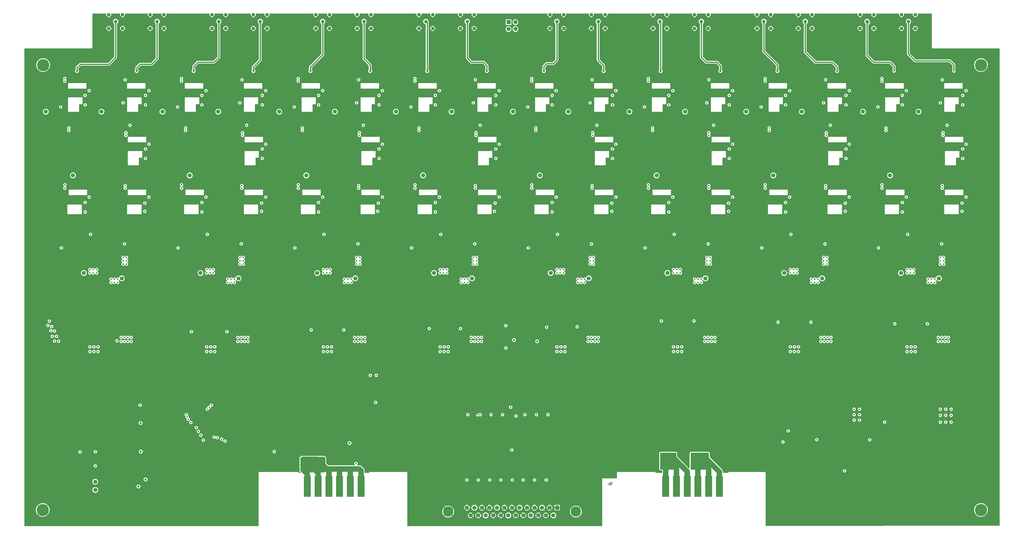
<source format=gbl>
G04 #@! TF.GenerationSoftware,KiCad,Pcbnew,(2017-12-06 revision 4e70e37f0)-master*
G04 #@! TF.CreationDate,2017-12-06T11:37:05-08:00*
G04 #@! TF.ProjectId,8CH_Amplifier,3843485F416D706C69666965722E6B69,rev?*
G04 #@! TF.SameCoordinates,Original*
G04 #@! TF.FileFunction,Copper,L4,Bot,Plane*
G04 #@! TF.FilePolarity,Positive*
%FSLAX46Y46*%
G04 Gerber Fmt 4.6, Leading zero omitted, Abs format (unit mm)*
G04 Created by KiCad (PCBNEW (2017-12-06 revision 4e70e37f0)-master) date Wed Dec  6 11:37:05 2017*
%MOMM*%
%LPD*%
G01*
G04 APERTURE LIST*
%ADD10C,0.375000*%
%ADD11C,4.495800*%
%ADD12C,3.810000*%
%ADD13R,1.524000X1.524000*%
%ADD14C,1.524000*%
%ADD15C,1.300000*%
%ADD16C,1.500000*%
%ADD17R,2.540000X7.620000*%
%ADD18C,0.600000*%
%ADD19C,0.800000*%
%ADD20C,2.000000*%
%ADD21C,0.250000*%
%ADD22C,0.425000*%
%ADD23C,0.254000*%
%ADD24C,0.200000*%
G04 APERTURE END LIST*
D10*
X215928571Y-233714285D02*
X216928571Y-233714285D01*
X215357142Y-234071428D02*
X216428571Y-234428571D01*
X216428571Y-233500000D01*
D11*
X7280000Y-79566000D03*
X352720000Y-79566000D03*
X7120000Y-243650000D03*
X352720000Y-243650000D03*
D12*
X156474600Y-244230000D03*
X203515400Y-244230000D03*
D13*
X196606600Y-242807600D03*
D14*
X193838000Y-242807600D03*
X191069400Y-242807600D03*
X188300800Y-242807600D03*
X185532200Y-242807600D03*
X182763600Y-242807600D03*
X179995000Y-242807600D03*
X177226400Y-242807600D03*
X174457800Y-242807600D03*
X171689200Y-242807600D03*
X168920600Y-242807600D03*
X166152000Y-242807600D03*
X163383400Y-242807600D03*
X195222300Y-245652400D03*
X192453700Y-245652400D03*
X189685100Y-245652400D03*
X186916500Y-245652400D03*
X184147900Y-245652400D03*
X181379300Y-245652400D03*
X178610700Y-245652400D03*
X175842100Y-245652400D03*
X173073500Y-245652400D03*
X170304900Y-245652400D03*
X167536300Y-245652400D03*
X164767700Y-245652400D03*
D15*
X110250000Y-63500000D03*
X107710000Y-60960000D03*
X112790000Y-60960000D03*
X112790000Y-66040000D03*
X107710000Y-66040000D03*
X72000000Y-63500000D03*
X69460000Y-60960000D03*
X74540000Y-60960000D03*
X74540000Y-66040000D03*
X69460000Y-66040000D03*
X87250000Y-63500000D03*
X84710000Y-60960000D03*
X89790000Y-60960000D03*
X89790000Y-66040000D03*
X84710000Y-66040000D03*
X125500000Y-63500000D03*
X122960000Y-60960000D03*
X128040000Y-60960000D03*
X128040000Y-66040000D03*
X122960000Y-66040000D03*
X148250000Y-63500000D03*
X145710000Y-60960000D03*
X150790000Y-60960000D03*
X150790000Y-66040000D03*
X145710000Y-66040000D03*
X163500000Y-63500000D03*
X160960000Y-60960000D03*
X166040000Y-60960000D03*
X166040000Y-66040000D03*
X160960000Y-66040000D03*
X211750000Y-63500000D03*
X209210000Y-60960000D03*
X214290000Y-60960000D03*
X214290000Y-66040000D03*
X209210000Y-66040000D03*
X234500000Y-63500000D03*
X231960000Y-60960000D03*
X237040000Y-60960000D03*
X237040000Y-66040000D03*
X231960000Y-66040000D03*
X249750000Y-63500000D03*
X247210000Y-60960000D03*
X252290000Y-60960000D03*
X252290000Y-66040000D03*
X247210000Y-66040000D03*
X272750000Y-63500000D03*
X270210000Y-60960000D03*
X275290000Y-60960000D03*
X275290000Y-66040000D03*
X270210000Y-66040000D03*
X288000000Y-63500000D03*
X285460000Y-60960000D03*
X290540000Y-60960000D03*
X290540000Y-66040000D03*
X285460000Y-66040000D03*
X310750000Y-63500000D03*
X308210000Y-60960000D03*
X313290000Y-60960000D03*
X313290000Y-66040000D03*
X308210000Y-66040000D03*
X326000000Y-63500000D03*
X323460000Y-60960000D03*
X328540000Y-60960000D03*
X328540000Y-66040000D03*
X323460000Y-66040000D03*
X196500000Y-63500000D03*
X193960000Y-60960000D03*
X199040000Y-60960000D03*
X199040000Y-66040000D03*
X193960000Y-66040000D03*
X34000000Y-63500000D03*
X31460000Y-60960000D03*
X36540000Y-60960000D03*
X36540000Y-66040000D03*
X31460000Y-66040000D03*
X49250000Y-63500000D03*
X46710000Y-60960000D03*
X51790000Y-60960000D03*
X51790000Y-66040000D03*
X46710000Y-66040000D03*
D16*
X309250000Y-96750000D03*
X94250000Y-96750000D03*
X180350000Y-96750000D03*
X329750000Y-96750000D03*
X28750000Y-96750000D03*
X286750000Y-96750000D03*
X51250000Y-96750000D03*
X8250000Y-96750000D03*
X200750000Y-96750000D03*
X137250000Y-96750000D03*
X266250000Y-96750000D03*
X71750000Y-96750000D03*
X243750000Y-96750000D03*
X157750000Y-96750000D03*
X114750000Y-96750000D03*
X223250000Y-96750000D03*
X233250000Y-120250000D03*
X276250000Y-120250000D03*
X319250000Y-120250000D03*
X18250000Y-120250000D03*
X190250000Y-120250000D03*
X61250000Y-120250000D03*
X147250000Y-120250000D03*
X104250000Y-120250000D03*
X194250000Y-156250000D03*
X208250000Y-158250000D03*
X323250000Y-156250000D03*
X337250000Y-158250000D03*
X151250000Y-156250000D03*
X165250000Y-158250000D03*
X280250000Y-156250000D03*
X294250000Y-158250000D03*
X108250000Y-156250000D03*
X65250000Y-156250000D03*
X237250000Y-156250000D03*
X79250000Y-158250000D03*
X251250000Y-158250000D03*
X122250000Y-158250000D03*
D17*
X104600000Y-235000000D03*
X108560000Y-235000000D03*
X112520000Y-235000000D03*
X116480000Y-235000000D03*
X120440000Y-235000000D03*
X124400000Y-235000000D03*
X236600000Y-235000000D03*
X240560000Y-235000000D03*
X244520000Y-235000000D03*
X248480000Y-235000000D03*
X252440000Y-235000000D03*
X256400000Y-235000000D03*
D16*
X36250000Y-158250000D03*
X22250000Y-156250000D03*
D13*
X178730000Y-63730000D03*
D14*
X178730000Y-66270000D03*
X181270000Y-66270000D03*
X181270000Y-63730000D03*
D18*
X92400000Y-222126128D03*
X279800000Y-218600000D03*
X179900000Y-221500000D03*
X129750000Y-204000000D03*
X130000002Y-194000000D03*
X43000000Y-205000000D03*
D19*
X43251448Y-222126128D03*
D18*
X235000000Y-211500000D03*
X230000000Y-211500000D03*
X225000000Y-211500000D03*
X220000000Y-211500000D03*
X215000000Y-211500000D03*
X210000000Y-211500000D03*
X205000000Y-211500000D03*
X200000000Y-211500000D03*
X341750000Y-103750000D03*
X298750000Y-103750000D03*
X255750000Y-103750000D03*
X212750000Y-103750000D03*
X169750000Y-103750000D03*
X126750000Y-103750000D03*
X83750000Y-103750000D03*
X340250000Y-102750000D03*
X297250000Y-102750000D03*
X254250000Y-102750000D03*
X211250000Y-102750000D03*
X168250000Y-102750000D03*
X125250000Y-102750000D03*
X82250000Y-102750000D03*
X40750000Y-103750000D03*
X297500000Y-220000000D03*
X307500000Y-220000000D03*
X282500000Y-227500000D03*
X292500000Y-227500000D03*
X339750000Y-238000000D03*
X339750000Y-243000000D03*
X299750000Y-238000000D03*
X299750000Y-243000000D03*
X329750000Y-238000000D03*
X329750000Y-243000000D03*
X309750000Y-238000000D03*
X309750000Y-243000000D03*
X279750000Y-238000000D03*
X279750000Y-243000000D03*
X289750000Y-238000000D03*
X289750000Y-243000000D03*
X319750000Y-238000000D03*
X319750000Y-243000000D03*
X200000000Y-215250000D03*
X205000000Y-215250000D03*
X210000000Y-215250000D03*
X215000000Y-215250000D03*
X220000000Y-215250000D03*
X225000000Y-215250000D03*
X230000000Y-215250000D03*
X235000000Y-215250000D03*
X73750000Y-215000000D03*
X73750000Y-211500000D03*
X73750000Y-207500000D03*
X93750000Y-207500000D03*
X133750000Y-207500000D03*
X148750000Y-207500000D03*
X123750000Y-207500000D03*
X98750000Y-207500000D03*
X118750000Y-207500000D03*
X108750000Y-207500000D03*
X113750000Y-207500000D03*
X103750000Y-207500000D03*
X143750000Y-207500000D03*
X138750000Y-207500000D03*
X88750000Y-207500000D03*
X153750000Y-207500000D03*
X78750000Y-207500000D03*
X128750000Y-207500000D03*
X158750000Y-207500000D03*
X83750000Y-207500000D03*
X93750000Y-215000000D03*
X133750000Y-215000000D03*
X148750000Y-215000000D03*
X123750000Y-215000000D03*
X98750000Y-215000000D03*
X118750000Y-215000000D03*
X108750000Y-215000000D03*
X113750000Y-215000000D03*
X103750000Y-215000000D03*
X143750000Y-215000000D03*
X138750000Y-215000000D03*
X88750000Y-215000000D03*
X153750000Y-215000000D03*
X78750000Y-215000000D03*
X128750000Y-215000000D03*
X158750000Y-215000000D03*
X83750000Y-215000000D03*
X158750000Y-211500000D03*
X153750000Y-211500000D03*
X148750000Y-211500000D03*
X88750000Y-211500000D03*
X93750000Y-211500000D03*
X103750000Y-211500000D03*
X78750000Y-211500000D03*
X113750000Y-211500000D03*
X98750000Y-211500000D03*
X123750000Y-211500000D03*
X143750000Y-211500000D03*
X165150000Y-211500000D03*
X133750000Y-211500000D03*
X118750000Y-211500000D03*
X83750000Y-211500000D03*
X169400000Y-211500000D03*
X108750000Y-211500000D03*
X128750000Y-211500000D03*
X173400000Y-211500000D03*
X171100000Y-211500000D03*
X138750000Y-211500000D03*
X166850000Y-211500000D03*
X315250000Y-217000000D03*
X262750000Y-215250000D03*
X261250000Y-215250000D03*
X177000000Y-136000000D03*
X179212510Y-204000000D03*
X244500000Y-208500000D03*
X244500000Y-212000000D03*
X187600000Y-215250000D03*
X190150000Y-215250000D03*
X183350000Y-215250000D03*
X196100000Y-215250000D03*
X191850000Y-215250000D03*
X185900000Y-215250000D03*
X181650000Y-215250000D03*
X179334991Y-215250000D03*
X171100000Y-215250000D03*
X175100000Y-215250000D03*
X173400000Y-215250000D03*
X177650000Y-215250000D03*
X169400000Y-215250000D03*
X194400000Y-215250000D03*
X166850000Y-215250000D03*
X165150000Y-215250000D03*
X262750000Y-220250000D03*
X115500000Y-220750000D03*
X116750000Y-220750000D03*
D19*
X278250000Y-222000000D03*
X55250000Y-234000000D03*
X55250000Y-232250000D03*
X55250000Y-230500000D03*
X55250000Y-228750000D03*
D18*
X131750000Y-165250000D03*
X191653821Y-195653821D03*
X186000000Y-204000000D03*
X183250000Y-204000000D03*
X186250000Y-194000000D03*
X191712138Y-203126976D03*
X34250000Y-170250000D03*
X33250000Y-169250000D03*
X77000000Y-170250000D03*
X292000000Y-170250000D03*
X249000000Y-170250000D03*
X163000000Y-170250000D03*
X316750000Y-82750000D03*
X273750000Y-82750000D03*
X230750000Y-82750000D03*
X187750000Y-82750000D03*
X144750000Y-82750000D03*
X101750000Y-82750000D03*
X58750000Y-82750000D03*
X338750000Y-82750000D03*
X295750000Y-82750000D03*
X252750000Y-82750000D03*
X209750000Y-82750000D03*
X166750000Y-82750000D03*
X123750000Y-82750000D03*
X80750000Y-82750000D03*
X15750000Y-82750000D03*
X37750000Y-82750000D03*
X331500000Y-93000000D03*
X288500000Y-93000000D03*
X245500000Y-93000000D03*
X202500000Y-93000000D03*
X159500000Y-93000000D03*
X116500000Y-93000000D03*
X73500000Y-93000000D03*
X313750000Y-92750000D03*
X270750000Y-92750000D03*
X227750000Y-92750000D03*
X184750000Y-92750000D03*
X141750000Y-92750000D03*
X98750000Y-92750000D03*
X55750000Y-92750000D03*
X312000000Y-93000000D03*
X269000000Y-93000000D03*
X226000000Y-93000000D03*
X183000000Y-93000000D03*
X140000000Y-93000000D03*
X97000000Y-93000000D03*
X54000000Y-93000000D03*
X334500000Y-93000000D03*
X291500000Y-93000000D03*
X248500000Y-93000000D03*
X205500000Y-93000000D03*
X162500000Y-93000000D03*
X119500000Y-93000000D03*
X76500000Y-93000000D03*
X333000000Y-93000000D03*
X290000000Y-93000000D03*
X247000000Y-93000000D03*
X204000000Y-93000000D03*
X161000000Y-93000000D03*
X118000000Y-93000000D03*
X75000000Y-93000000D03*
X310500000Y-92750000D03*
X267500000Y-92750000D03*
X224500000Y-92750000D03*
X181500000Y-92750000D03*
X138500000Y-92750000D03*
X95500000Y-92750000D03*
X52500000Y-92750000D03*
X11000000Y-93000000D03*
X9500000Y-92750000D03*
X12750000Y-92750000D03*
X30500000Y-93000000D03*
X32000000Y-93000000D03*
X33500000Y-93000000D03*
X314000000Y-105500000D03*
X271000000Y-105500000D03*
X228000000Y-105500000D03*
X185000000Y-105500000D03*
X142000000Y-105500000D03*
X99000000Y-105500000D03*
X56000000Y-105500000D03*
X335250000Y-104250000D03*
X292250000Y-104250000D03*
X249250000Y-104250000D03*
X206250000Y-104250000D03*
X163250000Y-104250000D03*
X120250000Y-104250000D03*
X77250000Y-104250000D03*
X336750000Y-104250000D03*
X293750000Y-104250000D03*
X250750000Y-104250000D03*
X207750000Y-104250000D03*
X164750000Y-104250000D03*
X121750000Y-104250000D03*
X78750000Y-104250000D03*
X317500000Y-105500000D03*
X274500000Y-105500000D03*
X231500000Y-105500000D03*
X188500000Y-105500000D03*
X145500000Y-105500000D03*
X102500000Y-105500000D03*
X59500000Y-105500000D03*
X13000000Y-105500000D03*
X16500000Y-105500000D03*
X34250000Y-104250000D03*
X35750000Y-104250000D03*
X348500000Y-110500000D03*
X305500000Y-110500000D03*
X262500000Y-110500000D03*
X219500000Y-110500000D03*
X176500000Y-110500000D03*
X133500000Y-110500000D03*
X90500000Y-110500000D03*
X348500000Y-114000000D03*
X305500000Y-114000000D03*
X262500000Y-114000000D03*
X219500000Y-114000000D03*
X176500000Y-114000000D03*
X133500000Y-114000000D03*
X90500000Y-114000000D03*
X47500000Y-110500000D03*
X47500000Y-114000000D03*
X344750000Y-114750000D03*
X301750000Y-114750000D03*
X258750000Y-114750000D03*
X215750000Y-114750000D03*
X172750000Y-114750000D03*
X129750000Y-114750000D03*
X86750000Y-114750000D03*
X344750000Y-116750000D03*
X301750000Y-116750000D03*
X258750000Y-116750000D03*
X215750000Y-116750000D03*
X172750000Y-116750000D03*
X129750000Y-116750000D03*
X86750000Y-116750000D03*
X43750000Y-114750000D03*
X43750000Y-116750000D03*
X319250000Y-122250000D03*
X276250000Y-122250000D03*
X233250000Y-122250000D03*
X190250000Y-122250000D03*
X147250000Y-122250000D03*
X104250000Y-122250000D03*
X61250000Y-122250000D03*
X341500000Y-122250000D03*
X298500000Y-122250000D03*
X255500000Y-122250000D03*
X212500000Y-122250000D03*
X169500000Y-122250000D03*
X126500000Y-122250000D03*
X83500000Y-122250000D03*
X317000000Y-122250000D03*
X274000000Y-122250000D03*
X231000000Y-122250000D03*
X188000000Y-122250000D03*
X145000000Y-122250000D03*
X102000000Y-122250000D03*
X59000000Y-122250000D03*
X18250000Y-122250000D03*
X16000000Y-122250000D03*
X40500000Y-122250000D03*
X348500000Y-130250000D03*
X305500000Y-130250000D03*
X262500000Y-130250000D03*
X219500000Y-130250000D03*
X176500000Y-130250000D03*
X133500000Y-130250000D03*
X90500000Y-130250000D03*
X326750000Y-133750000D03*
X283750000Y-133750000D03*
X240750000Y-133750000D03*
X197750000Y-133750000D03*
X154750000Y-133750000D03*
X111750000Y-133750000D03*
X68750000Y-133750000D03*
X326750000Y-130250000D03*
X283750000Y-130250000D03*
X240750000Y-130250000D03*
X197750000Y-130250000D03*
X154750000Y-130250000D03*
X111750000Y-130250000D03*
X68750000Y-130250000D03*
X348500000Y-134000000D03*
X305500000Y-134000000D03*
X262500000Y-134000000D03*
X219500000Y-134000000D03*
X176500000Y-134000000D03*
X133500000Y-134000000D03*
X90500000Y-134000000D03*
X47500000Y-130250000D03*
X47500000Y-134000000D03*
X25750000Y-133750000D03*
X25750000Y-130250000D03*
X41000000Y-160500000D03*
X342000000Y-160500000D03*
X299000000Y-160500000D03*
X256000000Y-160500000D03*
X213000000Y-160500000D03*
X170000000Y-160500000D03*
X127000000Y-160500000D03*
X40000000Y-159250000D03*
X341000000Y-159250000D03*
X298000000Y-159250000D03*
X255000000Y-159250000D03*
X212000000Y-159250000D03*
X169000000Y-159250000D03*
X126000000Y-159250000D03*
X39000000Y-160500000D03*
X340000000Y-160500000D03*
X297000000Y-160500000D03*
X254000000Y-160500000D03*
X211000000Y-160500000D03*
X168000000Y-160500000D03*
X125000000Y-160500000D03*
X40000000Y-161750000D03*
X341000000Y-161750000D03*
X298000000Y-161750000D03*
X255000000Y-161750000D03*
X212000000Y-161750000D03*
X169000000Y-161750000D03*
X126000000Y-161750000D03*
X84000000Y-160500000D03*
X83000000Y-161750000D03*
X83000000Y-159250000D03*
X82000000Y-160500000D03*
X27250000Y-157500000D03*
X328250000Y-157500000D03*
X285250000Y-157500000D03*
X242250000Y-157500000D03*
X199250000Y-157500000D03*
X156250000Y-157500000D03*
X113250000Y-157500000D03*
X70250000Y-157500000D03*
X21500000Y-171250000D03*
X322500000Y-171250000D03*
X279500000Y-171250000D03*
X236500000Y-171250000D03*
X193500000Y-171250000D03*
X150500000Y-171250000D03*
X107500000Y-171250000D03*
X22500000Y-162750000D03*
X323500000Y-162750000D03*
X280500000Y-162750000D03*
X237500000Y-162750000D03*
X194500000Y-162750000D03*
X151500000Y-162750000D03*
X108500000Y-162750000D03*
X20750000Y-166250000D03*
X321750000Y-166250000D03*
X278750000Y-166250000D03*
X235750000Y-166250000D03*
X192750000Y-166250000D03*
X149750000Y-166250000D03*
X106750000Y-166250000D03*
X22500000Y-172500000D03*
X323500000Y-172500000D03*
X280500000Y-172500000D03*
X237500000Y-172500000D03*
X194500000Y-172500000D03*
X151500000Y-172500000D03*
X108500000Y-172500000D03*
X23500000Y-161500000D03*
X324500000Y-161500000D03*
X281500000Y-161500000D03*
X238500000Y-161500000D03*
X195500000Y-161500000D03*
X152500000Y-161500000D03*
X109500000Y-161500000D03*
X22500000Y-160250000D03*
X323500000Y-160250000D03*
X280500000Y-160250000D03*
X237500000Y-160250000D03*
X194500000Y-160250000D03*
X151500000Y-160250000D03*
X108500000Y-160250000D03*
X22500000Y-169750000D03*
X323500000Y-169750000D03*
X280500000Y-169750000D03*
X237500000Y-169750000D03*
X194500000Y-169750000D03*
X151500000Y-169750000D03*
X108500000Y-169750000D03*
X65500000Y-162750000D03*
X65500000Y-160250000D03*
X66500000Y-161500000D03*
X63750000Y-166250000D03*
X65500000Y-169750000D03*
X64500000Y-171250000D03*
X65500000Y-172500000D03*
X32500000Y-171750000D03*
X333500000Y-171750000D03*
X290500000Y-171750000D03*
X247500000Y-171750000D03*
X204500000Y-171750000D03*
X161500000Y-171750000D03*
X118500000Y-171750000D03*
X335250000Y-170250000D03*
X206250000Y-170250000D03*
X120250000Y-170250000D03*
X33500000Y-173250000D03*
X334500000Y-173250000D03*
X291500000Y-173250000D03*
X248500000Y-173250000D03*
X205500000Y-173250000D03*
X162500000Y-173250000D03*
X119500000Y-173250000D03*
X34250000Y-166750000D03*
X335250000Y-166750000D03*
X292250000Y-166750000D03*
X249250000Y-166750000D03*
X206250000Y-166750000D03*
X163250000Y-166750000D03*
X120250000Y-166750000D03*
X37250000Y-166750000D03*
X338250000Y-166750000D03*
X295250000Y-166750000D03*
X252250000Y-166750000D03*
X209250000Y-166750000D03*
X166250000Y-166750000D03*
X123250000Y-166750000D03*
X34250000Y-168250000D03*
X335250000Y-168250000D03*
X292250000Y-168250000D03*
X249250000Y-168250000D03*
X206250000Y-168250000D03*
X163250000Y-168250000D03*
X120250000Y-168250000D03*
X76500000Y-173250000D03*
X75500000Y-171750000D03*
X77250000Y-168250000D03*
X80250000Y-166750000D03*
X77250000Y-166750000D03*
X6900000Y-200050000D03*
X12700000Y-200050000D03*
X17000000Y-200050000D03*
X22000000Y-200050000D03*
X27000000Y-200050000D03*
X32000000Y-200050000D03*
X131000000Y-220250000D03*
X136000000Y-220250000D03*
X141000000Y-220250000D03*
X151000000Y-220250000D03*
X146000000Y-220250000D03*
X156000000Y-220250000D03*
X151500000Y-236500000D03*
X156500000Y-236500000D03*
X146500000Y-236500000D03*
X210000000Y-236500000D03*
X200000000Y-236500000D03*
X205000000Y-236500000D03*
X246250000Y-220250000D03*
X235000000Y-220250000D03*
X230000000Y-220250000D03*
X225000000Y-220250000D03*
X220000000Y-220250000D03*
X215000000Y-220250000D03*
X210000000Y-220250000D03*
X205000000Y-220250000D03*
X200000000Y-220250000D03*
X320750000Y-212750000D03*
X314250000Y-217750000D03*
X316250000Y-217750000D03*
X319750000Y-213750000D03*
X266750000Y-225000000D03*
X266750000Y-223000000D03*
X252000000Y-203500000D03*
X252000000Y-205750000D03*
X352500000Y-239000000D03*
X352500000Y-234000000D03*
X352500000Y-229000000D03*
X352500000Y-224000000D03*
X352500000Y-219000000D03*
X352500000Y-214000000D03*
X352500000Y-209000000D03*
X352500000Y-204000000D03*
X352500000Y-199000000D03*
X352500000Y-194000000D03*
X352500000Y-189000000D03*
X352500000Y-184000000D03*
X352500000Y-179000000D03*
X352500000Y-174000000D03*
X319950000Y-144500000D03*
X276950000Y-144500000D03*
X233950000Y-144500000D03*
X190950000Y-144500000D03*
X147950000Y-144500000D03*
X104950000Y-144500000D03*
X61950000Y-144500000D03*
X321750000Y-148250000D03*
X278750000Y-148250000D03*
X235750000Y-148250000D03*
X192750000Y-148250000D03*
X149750000Y-148250000D03*
X106750000Y-148250000D03*
X63750000Y-148250000D03*
X343900000Y-145500000D03*
X300900000Y-145500000D03*
X257900000Y-145500000D03*
X214900000Y-145500000D03*
X171900000Y-145500000D03*
X128900000Y-145500000D03*
X85900000Y-145500000D03*
X321750000Y-136500000D03*
X278750000Y-136500000D03*
X235750000Y-136500000D03*
X192750000Y-136500000D03*
X149750000Y-136500000D03*
X106750000Y-136500000D03*
X63750000Y-136500000D03*
X336750000Y-146600000D03*
X293750000Y-146600000D03*
X250750000Y-146600000D03*
X207750000Y-146600000D03*
X164750000Y-146600000D03*
X121750000Y-146600000D03*
X78750000Y-146600000D03*
X343900000Y-140500000D03*
X300900000Y-140500000D03*
X257900000Y-140500000D03*
X214900000Y-140500000D03*
X171900000Y-140500000D03*
X128900000Y-140500000D03*
X85900000Y-140500000D03*
X327000000Y-148400000D03*
X284000000Y-148400000D03*
X241000000Y-148400000D03*
X198000000Y-148400000D03*
X155000000Y-148400000D03*
X112000000Y-148400000D03*
X69000000Y-148400000D03*
X321750000Y-140500000D03*
X278750000Y-140500000D03*
X235750000Y-140500000D03*
X192750000Y-140500000D03*
X149750000Y-140500000D03*
X106750000Y-140500000D03*
X63750000Y-140500000D03*
X327000000Y-146600000D03*
X284000000Y-146600000D03*
X241000000Y-146600000D03*
X198000000Y-146600000D03*
X155000000Y-146600000D03*
X112000000Y-146600000D03*
X69000000Y-146600000D03*
X342100000Y-140500000D03*
X299100000Y-140500000D03*
X256100000Y-140500000D03*
X213100000Y-140500000D03*
X170100000Y-140500000D03*
X127100000Y-140500000D03*
X84100000Y-140500000D03*
X321750000Y-145500000D03*
X278750000Y-145500000D03*
X235750000Y-145500000D03*
X192750000Y-145500000D03*
X149750000Y-145500000D03*
X106750000Y-145500000D03*
X63750000Y-145500000D03*
X342000000Y-148250000D03*
X299000000Y-148250000D03*
X256000000Y-148250000D03*
X213000000Y-148250000D03*
X170000000Y-148250000D03*
X127000000Y-148250000D03*
X84000000Y-148250000D03*
X319950000Y-141250000D03*
X276950000Y-141250000D03*
X233950000Y-141250000D03*
X190950000Y-141250000D03*
X147950000Y-141250000D03*
X104950000Y-141250000D03*
X61950000Y-141250000D03*
X319950000Y-137600000D03*
X276950000Y-137600000D03*
X233950000Y-137600000D03*
X190950000Y-137600000D03*
X147950000Y-137600000D03*
X104950000Y-137600000D03*
X61950000Y-137600000D03*
X342100000Y-136500000D03*
X299100000Y-136500000D03*
X256100000Y-136500000D03*
X213100000Y-136500000D03*
X170100000Y-136500000D03*
X127100000Y-136500000D03*
X84100000Y-136500000D03*
X343900000Y-136500000D03*
X300900000Y-136500000D03*
X257900000Y-136500000D03*
X214900000Y-136500000D03*
X171900000Y-136500000D03*
X128900000Y-136500000D03*
X85900000Y-136500000D03*
X336750000Y-148400000D03*
X293750000Y-148400000D03*
X250750000Y-148400000D03*
X207750000Y-148400000D03*
X164750000Y-148400000D03*
X121750000Y-148400000D03*
X78750000Y-148400000D03*
X342100000Y-145500000D03*
X299100000Y-145500000D03*
X256100000Y-145500000D03*
X213100000Y-145500000D03*
X170100000Y-145500000D03*
X127100000Y-145500000D03*
X84100000Y-145500000D03*
X20750000Y-148250000D03*
X41000000Y-148250000D03*
X18950000Y-144500000D03*
X35750000Y-146600000D03*
X35750000Y-148400000D03*
X26000000Y-148400000D03*
X26000000Y-146600000D03*
X18950000Y-141250000D03*
X18950000Y-137600000D03*
X41100000Y-136500000D03*
X41100000Y-140500000D03*
X41100000Y-145500000D03*
X42900000Y-145500000D03*
X42900000Y-140500000D03*
X42900000Y-136500000D03*
X20750000Y-145500000D03*
X20750000Y-140500000D03*
X20750000Y-136500000D03*
X319000000Y-116000000D03*
X276000000Y-116000000D03*
X233000000Y-116000000D03*
X190000000Y-116000000D03*
X147000000Y-116000000D03*
X104000000Y-116000000D03*
X61000000Y-116000000D03*
X18000000Y-116000000D03*
X319000000Y-111000000D03*
X276000000Y-111000000D03*
X233000000Y-111000000D03*
X190000000Y-111000000D03*
X147000000Y-111000000D03*
X104000000Y-111000000D03*
X61000000Y-111000000D03*
X18000000Y-111000000D03*
X319000000Y-106000000D03*
X276000000Y-106000000D03*
X233000000Y-106000000D03*
X190000000Y-106000000D03*
X147000000Y-106000000D03*
X104000000Y-106000000D03*
X61000000Y-106000000D03*
X18000000Y-106000000D03*
X344500000Y-96750000D03*
X301500000Y-96750000D03*
X258500000Y-96750000D03*
X215500000Y-96750000D03*
X172500000Y-96750000D03*
X129500000Y-96750000D03*
X86500000Y-96750000D03*
X322000000Y-100750000D03*
X279000000Y-100750000D03*
X236000000Y-100750000D03*
X193000000Y-100750000D03*
X150000000Y-100750000D03*
X107000000Y-100750000D03*
X64000000Y-100750000D03*
X340000000Y-122250000D03*
X297000000Y-122250000D03*
X254000000Y-122250000D03*
X211000000Y-122250000D03*
X168000000Y-122250000D03*
X125000000Y-122250000D03*
X82000000Y-122250000D03*
X344500000Y-94750000D03*
X301500000Y-94750000D03*
X258500000Y-94750000D03*
X215500000Y-94750000D03*
X172500000Y-94750000D03*
X129500000Y-94750000D03*
X86500000Y-94750000D03*
X344500000Y-100750000D03*
X301500000Y-100750000D03*
X258500000Y-100750000D03*
X215500000Y-100750000D03*
X172500000Y-100750000D03*
X129500000Y-100750000D03*
X86500000Y-100750000D03*
X313750000Y-94000000D03*
X270750000Y-94000000D03*
X227750000Y-94000000D03*
X184750000Y-94000000D03*
X141750000Y-94000000D03*
X98750000Y-94000000D03*
X55750000Y-94000000D03*
X344500000Y-102750000D03*
X301500000Y-102750000D03*
X258500000Y-102750000D03*
X215500000Y-102750000D03*
X172500000Y-102750000D03*
X129500000Y-102750000D03*
X86500000Y-102750000D03*
X322000000Y-94750000D03*
X279000000Y-94750000D03*
X236000000Y-94750000D03*
X193000000Y-94750000D03*
X150000000Y-94750000D03*
X107000000Y-94750000D03*
X64000000Y-94750000D03*
X322000000Y-96750000D03*
X279000000Y-96750000D03*
X236000000Y-96750000D03*
X193000000Y-96750000D03*
X150000000Y-96750000D03*
X107000000Y-96750000D03*
X64000000Y-96750000D03*
X318000000Y-122250000D03*
X275000000Y-122250000D03*
X232000000Y-122250000D03*
X189000000Y-122250000D03*
X146000000Y-122250000D03*
X103000000Y-122250000D03*
X60000000Y-122250000D03*
X12750000Y-94000000D03*
X21000000Y-94750000D03*
X21000000Y-96750000D03*
X21000000Y-100750000D03*
X43500000Y-100750000D03*
X43500000Y-94750000D03*
X43500000Y-96750000D03*
X43500000Y-102750000D03*
X39250000Y-102750000D03*
X17000000Y-122250000D03*
X39000000Y-122250000D03*
X319750000Y-150250000D03*
X276750000Y-150250000D03*
X233750000Y-150250000D03*
X190750000Y-150250000D03*
X147750000Y-150250000D03*
X104750000Y-150250000D03*
X61750000Y-150250000D03*
X319750000Y-153250000D03*
X276750000Y-153250000D03*
X233750000Y-153250000D03*
X190750000Y-153250000D03*
X147750000Y-153250000D03*
X104750000Y-153250000D03*
X61750000Y-153250000D03*
X18750000Y-153250000D03*
X18750000Y-150250000D03*
X168250000Y-193000000D03*
X179334991Y-220250000D03*
X179334991Y-207500000D03*
X179334991Y-211500000D03*
X319750000Y-248000000D03*
X289750000Y-248000000D03*
X279750000Y-248000000D03*
X309750000Y-248000000D03*
X329750000Y-248000000D03*
X299750000Y-248000000D03*
X349750000Y-248000000D03*
X339750000Y-248000000D03*
X80500000Y-247500000D03*
X70500000Y-247500000D03*
X60500000Y-247500000D03*
X50500000Y-247500000D03*
X40500000Y-247500000D03*
X30500000Y-247500000D03*
X20500000Y-247500000D03*
X10500000Y-247500000D03*
X10500000Y-243000000D03*
X10500000Y-238000000D03*
X10500000Y-233000000D03*
X10500000Y-228000000D03*
X10500000Y-223000000D03*
X19500000Y-216750000D03*
X10500000Y-216750000D03*
X10500000Y-208500000D03*
X19500000Y-222250000D03*
X31200000Y-220750000D03*
X35750000Y-220750000D03*
X38500000Y-225000000D03*
X35750000Y-225000000D03*
X236000000Y-196500000D03*
X221000000Y-196500000D03*
X211000000Y-196500000D03*
X201000000Y-196500000D03*
X226000000Y-196500000D03*
X241000000Y-196500000D03*
X193250000Y-196450000D03*
X231000000Y-196500000D03*
X216000000Y-196500000D03*
X206000000Y-196500000D03*
X246000000Y-196500000D03*
X251000000Y-196500000D03*
X256000000Y-196500000D03*
X261000000Y-196500000D03*
X266000000Y-196500000D03*
X271000000Y-196500000D03*
X276000000Y-196500000D03*
X281000000Y-196500000D03*
X281000000Y-198300000D03*
X276000000Y-198300000D03*
X271000000Y-198300000D03*
X266000000Y-198300000D03*
X231000000Y-198300000D03*
X226000000Y-198300000D03*
X261000000Y-198300000D03*
X211000000Y-198300000D03*
X251000000Y-198300000D03*
X206000000Y-198300000D03*
X199000000Y-198300000D03*
X221000000Y-198300000D03*
X216000000Y-198300000D03*
X236000000Y-198300000D03*
X241000000Y-198300000D03*
X246000000Y-198300000D03*
X256000000Y-198300000D03*
X204000000Y-68500000D03*
X204000000Y-63500000D03*
X217000000Y-68500000D03*
X293200000Y-63500000D03*
X331300000Y-63500000D03*
X293200000Y-68500000D03*
X267200000Y-63500000D03*
X255100000Y-68500000D03*
X305300000Y-68500000D03*
X229100000Y-68500000D03*
X191000000Y-68500000D03*
X305300000Y-63500000D03*
X255100000Y-63500000D03*
X318300000Y-63500000D03*
X280200000Y-63500000D03*
X318300000Y-68500000D03*
X191000000Y-63500000D03*
X217000000Y-63500000D03*
X267200000Y-68500000D03*
X229100000Y-63500000D03*
X280200000Y-68500000D03*
X242100000Y-68500000D03*
X242100000Y-63500000D03*
X331300000Y-68500000D03*
X155550000Y-68500000D03*
X117450000Y-68500000D03*
X79350000Y-68500000D03*
X155550000Y-63500000D03*
X117450000Y-63500000D03*
X79350000Y-63500000D03*
X168550000Y-68500000D03*
X130450000Y-68500000D03*
X92350000Y-68500000D03*
X142550000Y-68500000D03*
X104450000Y-68500000D03*
X66350000Y-68500000D03*
X142550000Y-63500000D03*
X104450000Y-63500000D03*
X66350000Y-63500000D03*
X168550000Y-63500000D03*
X130450000Y-63500000D03*
X92350000Y-63500000D03*
X54250000Y-68500000D03*
X41250000Y-68500000D03*
X54250000Y-63500000D03*
X41250000Y-63500000D03*
X28250000Y-68500000D03*
X28250000Y-63500000D03*
X331000000Y-76000000D03*
X288000000Y-76000000D03*
X245000000Y-76000000D03*
X202000000Y-76000000D03*
X159000000Y-76000000D03*
X116000000Y-76000000D03*
X73000000Y-76000000D03*
X331000000Y-91000000D03*
X288000000Y-91000000D03*
X245000000Y-91000000D03*
X202000000Y-91000000D03*
X159000000Y-91000000D03*
X116000000Y-91000000D03*
X73000000Y-91000000D03*
X331000000Y-111000000D03*
X288000000Y-111000000D03*
X245000000Y-111000000D03*
X202000000Y-111000000D03*
X159000000Y-111000000D03*
X116000000Y-111000000D03*
X73000000Y-111000000D03*
X331000000Y-106000000D03*
X288000000Y-106000000D03*
X245000000Y-106000000D03*
X202000000Y-106000000D03*
X159000000Y-106000000D03*
X116000000Y-106000000D03*
X73000000Y-106000000D03*
X331000000Y-146000000D03*
X288000000Y-146000000D03*
X245000000Y-146000000D03*
X202000000Y-146000000D03*
X159000000Y-146000000D03*
X116000000Y-146000000D03*
X73000000Y-146000000D03*
X331000000Y-126000000D03*
X288000000Y-126000000D03*
X245000000Y-126000000D03*
X202000000Y-126000000D03*
X159000000Y-126000000D03*
X116000000Y-126000000D03*
X73000000Y-126000000D03*
X331000000Y-131000000D03*
X288000000Y-131000000D03*
X245000000Y-131000000D03*
X202000000Y-131000000D03*
X159000000Y-131000000D03*
X116000000Y-131000000D03*
X73000000Y-131000000D03*
X331000000Y-116000000D03*
X288000000Y-116000000D03*
X245000000Y-116000000D03*
X202000000Y-116000000D03*
X159000000Y-116000000D03*
X116000000Y-116000000D03*
X73000000Y-116000000D03*
X331000000Y-96000000D03*
X288000000Y-96000000D03*
X245000000Y-96000000D03*
X202000000Y-96000000D03*
X159000000Y-96000000D03*
X116000000Y-96000000D03*
X73000000Y-96000000D03*
X331000000Y-141000000D03*
X288000000Y-141000000D03*
X245000000Y-141000000D03*
X202000000Y-141000000D03*
X159000000Y-141000000D03*
X116000000Y-141000000D03*
X73000000Y-141000000D03*
X331000000Y-81000000D03*
X288000000Y-81000000D03*
X245000000Y-81000000D03*
X202000000Y-81000000D03*
X159000000Y-81000000D03*
X116000000Y-81000000D03*
X73000000Y-81000000D03*
X331000000Y-86000000D03*
X288000000Y-86000000D03*
X245000000Y-86000000D03*
X202000000Y-86000000D03*
X159000000Y-86000000D03*
X116000000Y-86000000D03*
X73000000Y-86000000D03*
X331000000Y-101000000D03*
X288000000Y-101000000D03*
X245000000Y-101000000D03*
X202000000Y-101000000D03*
X159000000Y-101000000D03*
X116000000Y-101000000D03*
X73000000Y-101000000D03*
X331000000Y-136000000D03*
X288000000Y-136000000D03*
X245000000Y-136000000D03*
X202000000Y-136000000D03*
X159000000Y-136000000D03*
X116000000Y-136000000D03*
X73000000Y-136000000D03*
X331000000Y-121000000D03*
X288000000Y-121000000D03*
X245000000Y-121000000D03*
X202000000Y-121000000D03*
X159000000Y-121000000D03*
X116000000Y-121000000D03*
X73000000Y-121000000D03*
X30000000Y-76000000D03*
X30000000Y-81000000D03*
X30000000Y-86000000D03*
X30000000Y-91000000D03*
X30000000Y-96000000D03*
X30000000Y-101000000D03*
X30000000Y-106000000D03*
X30000000Y-111000000D03*
X30000000Y-116000000D03*
X30000000Y-121000000D03*
X30000000Y-126000000D03*
X30000000Y-131000000D03*
X30000000Y-136000000D03*
X30000000Y-141000000D03*
X30000000Y-146000000D03*
X352500000Y-99000000D03*
X352500000Y-104000000D03*
X309500000Y-104000000D03*
X266500000Y-104000000D03*
X223500000Y-104000000D03*
X180500000Y-104000000D03*
X137500000Y-104000000D03*
X94500000Y-104000000D03*
X51500000Y-104000000D03*
X352500000Y-109000000D03*
X309500000Y-109000000D03*
X266500000Y-109000000D03*
X223500000Y-109000000D03*
X180500000Y-109000000D03*
X137500000Y-109000000D03*
X94500000Y-109000000D03*
X51500000Y-109000000D03*
X352500000Y-114000000D03*
X309500000Y-114000000D03*
X266500000Y-114000000D03*
X223500000Y-114000000D03*
X180500000Y-114000000D03*
X137500000Y-114000000D03*
X94500000Y-114000000D03*
X51500000Y-114000000D03*
X352500000Y-144000000D03*
X309500000Y-144000000D03*
X266500000Y-144000000D03*
X223500000Y-144000000D03*
X180500000Y-144000000D03*
X137500000Y-144000000D03*
X94500000Y-144000000D03*
X51500000Y-144000000D03*
X352500000Y-164000000D03*
X309500000Y-164000000D03*
X266500000Y-164000000D03*
X223500000Y-164000000D03*
X180500000Y-164000000D03*
X137500000Y-164000000D03*
X94500000Y-164000000D03*
X51500000Y-164000000D03*
X352500000Y-74000000D03*
X309500000Y-74000000D03*
X266500000Y-74000000D03*
X223500000Y-74000000D03*
X180500000Y-74000000D03*
X137500000Y-74000000D03*
X94500000Y-74000000D03*
X51500000Y-74000000D03*
X352500000Y-84000000D03*
X309500000Y-84000000D03*
X266500000Y-84000000D03*
X223500000Y-84000000D03*
X180500000Y-84000000D03*
X137500000Y-84000000D03*
X94500000Y-84000000D03*
X51500000Y-84000000D03*
X352500000Y-134000000D03*
X309500000Y-134000000D03*
X266500000Y-134000000D03*
X223500000Y-134000000D03*
X180500000Y-134000000D03*
X137500000Y-134000000D03*
X94500000Y-134000000D03*
X51500000Y-134000000D03*
X352500000Y-139000000D03*
X309500000Y-139000000D03*
X266500000Y-139000000D03*
X223500000Y-139000000D03*
X180500000Y-139000000D03*
X137500000Y-139000000D03*
X94500000Y-139000000D03*
X51500000Y-139000000D03*
X352500000Y-149000000D03*
X309500000Y-149000000D03*
X266500000Y-149000000D03*
X223500000Y-149000000D03*
X180500000Y-149000000D03*
X137500000Y-149000000D03*
X94500000Y-149000000D03*
X51500000Y-149000000D03*
X352500000Y-89000000D03*
X309500000Y-89000000D03*
X266500000Y-89000000D03*
X223500000Y-89000000D03*
X180500000Y-89000000D03*
X137500000Y-89000000D03*
X94500000Y-89000000D03*
X51500000Y-89000000D03*
X352500000Y-94000000D03*
X309500000Y-94000000D03*
X266500000Y-94000000D03*
X223500000Y-94000000D03*
X180500000Y-94000000D03*
X137500000Y-94000000D03*
X94500000Y-94000000D03*
X51500000Y-94000000D03*
X352500000Y-169000000D03*
X309500000Y-169000000D03*
X266500000Y-169000000D03*
X223500000Y-169000000D03*
X180500000Y-169000000D03*
X137500000Y-169000000D03*
X94500000Y-169000000D03*
X51500000Y-169000000D03*
X352500000Y-124000000D03*
X309500000Y-124000000D03*
X266500000Y-124000000D03*
X223500000Y-124000000D03*
X180500000Y-124000000D03*
X137500000Y-124000000D03*
X94500000Y-124000000D03*
X51500000Y-124000000D03*
X352500000Y-129000000D03*
X309500000Y-129000000D03*
X266500000Y-129000000D03*
X223500000Y-129000000D03*
X180500000Y-129000000D03*
X137500000Y-129000000D03*
X94500000Y-129000000D03*
X51500000Y-129000000D03*
X352500000Y-154000000D03*
X309500000Y-154000000D03*
X266500000Y-154000000D03*
X223500000Y-154000000D03*
X180500000Y-154000000D03*
X137500000Y-154000000D03*
X94500000Y-154000000D03*
X51500000Y-154000000D03*
X352500000Y-119000000D03*
X309500000Y-119000000D03*
X266500000Y-119000000D03*
X223500000Y-119000000D03*
X180500000Y-119000000D03*
X137500000Y-119000000D03*
X94500000Y-119000000D03*
X51500000Y-119000000D03*
X352500000Y-159000000D03*
X309500000Y-159000000D03*
X266500000Y-159000000D03*
X223500000Y-159000000D03*
X180500000Y-159000000D03*
X137500000Y-159000000D03*
X94500000Y-159000000D03*
X51500000Y-159000000D03*
X8500000Y-74000000D03*
X8500000Y-84000000D03*
X8500000Y-89000000D03*
X8500000Y-94000000D03*
X8500000Y-104000000D03*
X8500000Y-109000000D03*
X8500000Y-114000000D03*
X8500000Y-119000000D03*
X8500000Y-124000000D03*
X8500000Y-129000000D03*
X8500000Y-134000000D03*
X8500000Y-139000000D03*
X8500000Y-144000000D03*
X8500000Y-149000000D03*
X8500000Y-154000000D03*
X8500000Y-159000000D03*
X8500000Y-164000000D03*
X8500000Y-169000000D03*
X74100000Y-193750000D03*
X343500000Y-82500000D03*
X300500000Y-82500000D03*
X257500000Y-82500000D03*
X214500000Y-82500000D03*
X171500000Y-82500000D03*
X128500000Y-82500000D03*
X85500000Y-82500000D03*
X343500000Y-81000000D03*
X300500000Y-81000000D03*
X257500000Y-81000000D03*
X214500000Y-81000000D03*
X171500000Y-81000000D03*
X128500000Y-81000000D03*
X85500000Y-81000000D03*
X341937490Y-80992687D03*
X298937490Y-80992687D03*
X255937490Y-80992687D03*
X212937490Y-80992687D03*
X169937490Y-80992687D03*
X126937490Y-80992687D03*
X83937490Y-80992687D03*
X321500000Y-81000000D03*
X278500000Y-81000000D03*
X235500000Y-81000000D03*
X192500000Y-81000000D03*
X149500000Y-81000000D03*
X106500000Y-81000000D03*
X63500000Y-81000000D03*
X321500000Y-82500000D03*
X278500000Y-82500000D03*
X235500000Y-82500000D03*
X192500000Y-82500000D03*
X149500000Y-82500000D03*
X106500000Y-82500000D03*
X63500000Y-82500000D03*
X319937490Y-80992687D03*
X276937490Y-80992687D03*
X233937490Y-80992687D03*
X190937490Y-80992687D03*
X147937490Y-80992687D03*
X104937490Y-80992687D03*
X61937490Y-80992687D03*
X320000000Y-82500000D03*
X277000000Y-82500000D03*
X234000000Y-82500000D03*
X191000000Y-82500000D03*
X148000000Y-82500000D03*
X105000000Y-82500000D03*
X62000000Y-82500000D03*
X342000000Y-82500000D03*
X299000000Y-82500000D03*
X256000000Y-82500000D03*
X213000000Y-82500000D03*
X170000000Y-82500000D03*
X127000000Y-82500000D03*
X84000000Y-82500000D03*
X42500000Y-81000000D03*
X42500000Y-82500000D03*
X40937490Y-80992687D03*
X41000000Y-82500000D03*
X18937490Y-80992687D03*
X20500000Y-81000000D03*
X19000000Y-82500000D03*
X20500000Y-82500000D03*
X200400000Y-204023790D03*
X193000000Y-204123790D03*
X321000000Y-198300000D03*
X32250000Y-197500000D03*
X33750000Y-196500000D03*
X37000000Y-198300000D03*
X37000000Y-200050000D03*
X42000000Y-200050000D03*
X47000000Y-200050000D03*
X52000000Y-200050000D03*
X57000000Y-200050000D03*
X42000000Y-198300000D03*
X47000000Y-198300000D03*
X52000000Y-198300000D03*
X57000000Y-198300000D03*
X137000000Y-194750000D03*
X132000000Y-194750000D03*
X127000000Y-194750000D03*
X122000000Y-194750000D03*
X162000000Y-194750000D03*
X157000000Y-194750000D03*
X147000000Y-194750000D03*
X142000000Y-194750000D03*
X152000000Y-194750000D03*
X67000000Y-200050000D03*
X97000000Y-200050000D03*
X107000000Y-200050000D03*
X152000000Y-200050000D03*
X77000000Y-200050000D03*
X92000000Y-200050000D03*
X132000000Y-200050000D03*
X82000000Y-200050000D03*
X147000000Y-200050000D03*
X87000000Y-200050000D03*
X117000000Y-200050000D03*
X72000000Y-200050000D03*
X142000000Y-200050000D03*
X102000000Y-200050000D03*
X112000000Y-200050000D03*
X62000000Y-200050000D03*
X127000000Y-200050000D03*
X122000000Y-200050000D03*
X137000000Y-200050000D03*
X77000000Y-196500000D03*
X82000000Y-196500000D03*
X87000000Y-196500000D03*
X92000000Y-196500000D03*
X97000000Y-196500000D03*
X102000000Y-196500000D03*
X107000000Y-196500000D03*
X112000000Y-196500000D03*
X117000000Y-196500000D03*
X122000000Y-196500000D03*
X127000000Y-196500000D03*
X132000000Y-196500000D03*
X137000000Y-196500000D03*
X142000000Y-196500000D03*
X147000000Y-196500000D03*
X152000000Y-196500000D03*
X157000000Y-196500000D03*
X162000000Y-196500000D03*
X158000000Y-198500000D03*
X62000000Y-198300000D03*
X67000000Y-198300000D03*
X72000000Y-198300000D03*
X77000000Y-198300000D03*
X82000000Y-198300000D03*
X87000000Y-198300000D03*
X92000000Y-198300000D03*
X97000000Y-198300000D03*
X102000000Y-198300000D03*
X107000000Y-198300000D03*
X112000000Y-198300000D03*
X117000000Y-198300000D03*
X122000000Y-198300000D03*
X127000000Y-198300000D03*
X132000000Y-198300000D03*
X137000000Y-198300000D03*
X142000000Y-198300000D03*
X147000000Y-198300000D03*
X152000000Y-198300000D03*
X166850000Y-207500000D03*
X163250000Y-203750000D03*
X160500000Y-201000000D03*
X157000000Y-200050000D03*
X159250000Y-202250000D03*
X162000000Y-205000000D03*
X177000000Y-200250000D03*
X178250000Y-199000000D03*
X173250000Y-194000000D03*
X174750000Y-198000000D03*
X171750000Y-195000000D03*
X176250000Y-197000000D03*
X174750000Y-201250000D03*
X171250000Y-200250000D03*
X168250000Y-197250000D03*
X172750000Y-199250000D03*
X169750000Y-196250000D03*
X163000000Y-199250000D03*
X164500000Y-198250000D03*
X166000000Y-202250000D03*
X167500000Y-201250000D03*
X168750000Y-205000000D03*
X170250000Y-204000000D03*
X173400000Y-204000000D03*
X175100000Y-204000000D03*
X177650000Y-204000000D03*
X181650000Y-204000000D03*
X183250000Y-200750000D03*
X181750000Y-200750000D03*
X187600000Y-204000000D03*
X186000000Y-201200000D03*
X193250000Y-194750000D03*
X197500000Y-194750000D03*
X197500000Y-193000000D03*
X193250000Y-193000000D03*
X188500000Y-193000000D03*
X182500000Y-197500000D03*
X188500000Y-194750000D03*
X185750000Y-197450000D03*
X190500000Y-199200000D03*
X189000000Y-198200000D03*
X196250000Y-200950000D03*
X197500000Y-197200000D03*
X194750000Y-199950000D03*
X241000000Y-194750000D03*
X216000000Y-194750000D03*
X211000000Y-194750000D03*
X201000000Y-194750000D03*
X206000000Y-194750000D03*
X221000000Y-194750000D03*
X226000000Y-194750000D03*
X236000000Y-194750000D03*
X231000000Y-194750000D03*
X31100000Y-173250000D03*
X74100000Y-173250000D03*
X117100000Y-173250000D03*
X160100000Y-173250000D03*
X203100000Y-173250000D03*
X246100000Y-173250000D03*
X29400000Y-164000000D03*
X72400000Y-164000000D03*
X115400000Y-164000000D03*
X158400000Y-164000000D03*
X201400000Y-164000000D03*
X244400000Y-164000000D03*
X31100000Y-193750000D03*
X117100000Y-193750000D03*
X161500000Y-193000000D03*
X203100000Y-191750000D03*
X245750000Y-193200000D03*
X29400000Y-169000000D03*
X72400000Y-169000000D03*
X115400000Y-169000000D03*
X158400000Y-169000000D03*
X201400000Y-169000000D03*
X244400000Y-169000000D03*
X29400000Y-193750000D03*
X72400000Y-193750000D03*
X115400000Y-194000000D03*
X160000000Y-194000000D03*
X201400000Y-191750000D03*
X244250000Y-192200000D03*
X29400000Y-189000000D03*
X72400000Y-189000000D03*
X115400000Y-189000000D03*
X158400000Y-189000000D03*
X201400000Y-187200000D03*
X244400000Y-189000000D03*
X31100000Y-164000000D03*
X74100000Y-164000000D03*
X117000000Y-164000000D03*
X160100000Y-164000000D03*
X203100000Y-164000000D03*
X246100000Y-164000000D03*
X29250000Y-148750000D03*
X72250000Y-148750000D03*
X115250000Y-148750000D03*
X158250000Y-148750000D03*
X201250000Y-148750000D03*
X244250000Y-148750000D03*
X31250000Y-157500000D03*
X74250000Y-157500000D03*
X117250000Y-157750000D03*
X160150000Y-157650000D03*
X203150000Y-157650000D03*
X246150000Y-157650000D03*
X29400000Y-178700000D03*
X72400000Y-178650000D03*
X115400000Y-178500000D03*
X158400000Y-178500000D03*
X201400000Y-178500000D03*
X244400000Y-178500000D03*
X31100000Y-189000000D03*
X74100000Y-189000000D03*
X117100000Y-189000000D03*
X160100000Y-189000000D03*
X203100000Y-187200000D03*
X246100000Y-189000000D03*
X29500000Y-153250000D03*
X72500000Y-153250000D03*
X115500000Y-153250000D03*
X158500000Y-153250000D03*
X201500000Y-153250000D03*
X244500000Y-153250000D03*
X31250000Y-148750000D03*
X74250000Y-148750000D03*
X117250000Y-148750000D03*
X160250000Y-148750000D03*
X203250000Y-148750000D03*
X246250000Y-148750000D03*
X31000000Y-153250000D03*
X74000000Y-153250000D03*
X117000000Y-153250000D03*
X160000000Y-153250000D03*
X203000000Y-153250000D03*
X246000000Y-153250000D03*
X29400000Y-173250000D03*
X72400000Y-173250000D03*
X115400000Y-173250000D03*
X158400000Y-173250000D03*
X201400000Y-173250000D03*
X244400000Y-173250000D03*
X31100000Y-169000000D03*
X74100000Y-169000000D03*
X117100000Y-169000000D03*
X160100000Y-169000000D03*
X203100000Y-169000000D03*
X246100000Y-169000000D03*
X31100000Y-178700000D03*
X74100000Y-178650000D03*
X117100000Y-178500000D03*
X160100000Y-178500000D03*
X203100000Y-178500000D03*
X246100000Y-178500000D03*
X289150000Y-157650000D03*
X287300000Y-178500000D03*
X289100000Y-169000000D03*
X287300000Y-169000000D03*
X287300000Y-164000000D03*
X289000000Y-153250000D03*
X287500000Y-153250000D03*
X287300000Y-189000000D03*
X289100000Y-173750000D03*
X287300000Y-173750000D03*
X289100000Y-178500000D03*
X289100000Y-164000000D03*
X287250000Y-148750000D03*
X287250000Y-192200000D03*
X289250000Y-148750000D03*
X288750000Y-193200000D03*
X289100000Y-189000000D03*
X332250000Y-148750000D03*
X330250000Y-148750000D03*
X332000000Y-153250000D03*
X330500000Y-153250000D03*
X330400000Y-164000000D03*
X330400000Y-169000000D03*
X330400000Y-174000000D03*
X330400000Y-178500000D03*
X330400000Y-184000000D03*
X332150000Y-157650000D03*
X332100000Y-164000000D03*
X332100000Y-169000000D03*
X332100000Y-174000000D03*
X332100000Y-178500000D03*
X332100000Y-184000000D03*
X330400000Y-189000000D03*
X332100000Y-189000000D03*
X330400000Y-192100000D03*
X331750000Y-193200000D03*
X325000000Y-197700000D03*
X326250000Y-198700000D03*
X321000000Y-200050000D03*
X316000000Y-198300000D03*
X311000000Y-198300000D03*
X301000000Y-198300000D03*
X296000000Y-198300000D03*
X291000000Y-198300000D03*
X286000000Y-198300000D03*
X316000000Y-200050000D03*
X311000000Y-200050000D03*
X301000000Y-200050000D03*
X296000000Y-200050000D03*
X291000000Y-200050000D03*
X286000000Y-200050000D03*
X281000000Y-200050000D03*
X276000000Y-200050000D03*
X271000000Y-200050000D03*
X266000000Y-200050000D03*
X261000000Y-200050000D03*
X256000000Y-200050000D03*
X251000000Y-200050000D03*
X246000000Y-200050000D03*
X241000000Y-200050000D03*
X236000000Y-200050000D03*
X231000000Y-200050000D03*
X226000000Y-200050000D03*
X221000000Y-200050000D03*
X216000000Y-200050000D03*
X211000000Y-200050000D03*
X206000000Y-200050000D03*
X203000000Y-201450000D03*
X201750000Y-200350000D03*
X199000000Y-203100000D03*
X181750000Y-207500000D03*
X175100000Y-207500000D03*
X173400000Y-207500000D03*
X169400000Y-207500000D03*
X171100000Y-207500000D03*
X177650000Y-207500000D03*
X171100000Y-241250000D03*
X167000000Y-241250000D03*
X165150000Y-241250000D03*
X169400000Y-241250000D03*
X177650000Y-241250000D03*
X173400000Y-241250000D03*
X183500000Y-241250000D03*
X175350000Y-241250000D03*
X179350000Y-241250000D03*
X181900000Y-241250000D03*
X166750000Y-236500000D03*
X165150000Y-236500000D03*
X166850000Y-231000000D03*
X165150000Y-231000000D03*
X166850000Y-225250000D03*
X165150000Y-225250000D03*
X165150000Y-220250000D03*
X166850000Y-220250000D03*
X171100000Y-220250000D03*
X169400000Y-220250000D03*
X169400000Y-225250000D03*
X171100000Y-225250000D03*
X171050000Y-231050000D03*
X169400000Y-231000000D03*
X169400000Y-236500000D03*
X171100000Y-236500000D03*
X173400000Y-236500000D03*
X175100000Y-236500000D03*
X175100000Y-231000000D03*
X173450000Y-231000000D03*
X175100000Y-225250000D03*
X173400000Y-225250000D03*
X175100000Y-220250000D03*
X173400000Y-220250000D03*
X175100000Y-211500000D03*
X177650000Y-211500000D03*
X177650000Y-220250000D03*
X177650000Y-225250000D03*
X179350000Y-225250000D03*
X179350000Y-231000000D03*
X177700000Y-231000000D03*
X177650000Y-236500000D03*
X179350000Y-236500000D03*
X181650000Y-236500000D03*
X183350000Y-236500000D03*
X181700000Y-231000000D03*
X183350000Y-231000000D03*
X181650000Y-225250000D03*
X183350000Y-225250000D03*
X181650000Y-220250000D03*
X183350000Y-220250000D03*
X181650000Y-211500000D03*
X183350000Y-211500000D03*
X183250000Y-207500000D03*
X197250000Y-207200000D03*
X196300000Y-205900000D03*
X190150000Y-207500000D03*
X191850000Y-207500000D03*
X185900000Y-207500000D03*
X187600000Y-207500000D03*
X185900000Y-211500000D03*
X187600000Y-211500000D03*
X185900000Y-220250000D03*
X187600000Y-220250000D03*
X185900000Y-225250000D03*
X187600000Y-225250000D03*
X185950000Y-231000000D03*
X187600000Y-231000000D03*
X187600000Y-236500000D03*
X185900000Y-236500000D03*
X185900000Y-241250000D03*
X187750000Y-241250000D03*
X191850000Y-241250000D03*
X190150000Y-241250000D03*
X190150000Y-236500000D03*
X191850000Y-236500000D03*
X190200000Y-231000000D03*
X191850000Y-231000000D03*
X191850000Y-225250000D03*
X190150000Y-225250000D03*
X190150000Y-220250000D03*
X191850000Y-220250000D03*
X190150000Y-211500000D03*
X191850000Y-211500000D03*
X194400000Y-211500000D03*
X194450000Y-231000000D03*
X194400000Y-220250000D03*
X194400000Y-241250000D03*
X194500000Y-236500000D03*
X194400000Y-225250000D03*
X196100000Y-241250000D03*
X196100000Y-236500000D03*
X196100000Y-231000000D03*
X196100000Y-225250000D03*
X196000000Y-220250000D03*
X196100000Y-211500000D03*
X163500000Y-238750000D03*
X167750000Y-238750000D03*
X171750000Y-238750000D03*
X176000000Y-238750000D03*
X180000000Y-238750000D03*
X184250000Y-238750000D03*
X188500000Y-238750000D03*
X192750000Y-238750000D03*
X283000000Y-220250000D03*
X280000000Y-221750000D03*
X265750000Y-224000000D03*
X261250000Y-220250000D03*
X250750000Y-220250000D03*
X252250000Y-218500000D03*
X249250000Y-218500000D03*
X238750000Y-220250000D03*
X237250000Y-218500000D03*
X240250000Y-218500000D03*
X106250000Y-219250000D03*
X103250000Y-219250000D03*
X104750000Y-221000000D03*
D19*
X125250000Y-110500000D03*
X168250000Y-110500000D03*
X211250000Y-110500000D03*
X297250000Y-128500000D03*
X340250000Y-128500000D03*
X82250000Y-130000000D03*
X171750000Y-110500000D03*
X214750000Y-110500000D03*
X257750000Y-110500000D03*
X300750000Y-110500000D03*
X211250000Y-90500000D03*
X254250000Y-90500000D03*
X297250000Y-90500000D03*
X340250000Y-90500000D03*
X85750000Y-89000000D03*
X171750000Y-128500000D03*
X214750000Y-128500000D03*
X257750000Y-128500000D03*
X300750000Y-128500000D03*
X343750000Y-128500000D03*
X85750000Y-128500000D03*
D18*
X60250000Y-128500000D03*
D19*
X82250000Y-109000000D03*
X125250000Y-109000000D03*
X168250000Y-109000000D03*
X128750000Y-110500000D03*
X168250000Y-128500000D03*
X254250000Y-128500000D03*
X254250000Y-109000000D03*
X297250000Y-109000000D03*
X340250000Y-109000000D03*
X168250000Y-130000000D03*
D18*
X321750000Y-128500000D03*
D19*
X82250000Y-89000000D03*
X125250000Y-89000000D03*
X168250000Y-89000000D03*
X278750000Y-89000000D03*
X211250000Y-109000000D03*
X171750000Y-90500000D03*
X214750000Y-90500000D03*
X257750000Y-90500000D03*
X300750000Y-90500000D03*
X297250000Y-110500000D03*
X85750000Y-110500000D03*
X343750000Y-109000000D03*
X343750000Y-110500000D03*
X85750000Y-109000000D03*
X128750000Y-109000000D03*
X171750000Y-109000000D03*
D18*
X278750000Y-130000000D03*
X321750000Y-130000000D03*
X60250000Y-130000000D03*
D19*
X343750000Y-130000000D03*
X128750000Y-128500000D03*
X257750000Y-130000000D03*
X300750000Y-130000000D03*
X211250000Y-128500000D03*
X192750000Y-89000000D03*
X300750000Y-109000000D03*
X321750000Y-90500000D03*
X63750000Y-89000000D03*
X106750000Y-89000000D03*
X149750000Y-89000000D03*
X125250000Y-130000000D03*
D18*
X235750000Y-128500000D03*
D19*
X128750000Y-130000000D03*
X171750000Y-130000000D03*
X214750000Y-130000000D03*
X235750000Y-89000000D03*
X321750000Y-89000000D03*
X211250000Y-89000000D03*
X85750000Y-130000000D03*
D18*
X275250000Y-130000000D03*
X318250000Y-130000000D03*
X103250000Y-128500000D03*
X149750000Y-130000000D03*
D19*
X232250000Y-90500000D03*
X82250000Y-110500000D03*
X192750000Y-90500000D03*
X340250000Y-89000000D03*
X257750000Y-89000000D03*
X300750000Y-89000000D03*
X343750000Y-89000000D03*
X340250000Y-130000000D03*
X275250000Y-90500000D03*
D18*
X192750000Y-128500000D03*
D19*
X128750000Y-89000000D03*
X171750000Y-89000000D03*
X214750000Y-89000000D03*
X189250000Y-89000000D03*
D18*
X146250000Y-128500000D03*
X189250000Y-128500000D03*
X232250000Y-128500000D03*
X275250000Y-128500000D03*
D19*
X128750000Y-90500000D03*
X211250000Y-130000000D03*
X278750000Y-90500000D03*
D18*
X63750000Y-128500000D03*
X106750000Y-128500000D03*
X149750000Y-128500000D03*
D19*
X82250000Y-90500000D03*
X125250000Y-90500000D03*
X168250000Y-90500000D03*
X254250000Y-89000000D03*
X297250000Y-89000000D03*
X82250000Y-128500000D03*
X275250000Y-89000000D03*
D18*
X318250000Y-128500000D03*
D19*
X214750000Y-109000000D03*
X257750000Y-109000000D03*
X146250000Y-90500000D03*
X189250000Y-90500000D03*
X318250000Y-89000000D03*
X60250000Y-89000000D03*
D18*
X278750000Y-128500000D03*
X192750000Y-130000000D03*
X103250000Y-130000000D03*
X146250000Y-130000000D03*
X189250000Y-130000000D03*
X232250000Y-130000000D03*
D19*
X318250000Y-90500000D03*
X343750000Y-90500000D03*
X85750000Y-90500000D03*
X60250000Y-90500000D03*
X125250000Y-128500000D03*
D18*
X235750000Y-130000000D03*
D19*
X103250000Y-90500000D03*
X254250000Y-130000000D03*
X254250000Y-110500000D03*
X297250000Y-130000000D03*
X149750000Y-90500000D03*
X235750000Y-90500000D03*
D18*
X106750000Y-130000000D03*
D19*
X340250000Y-110500000D03*
X146250000Y-89000000D03*
D18*
X63750000Y-130000000D03*
D19*
X232250000Y-89000000D03*
X63750000Y-90500000D03*
X103250000Y-89000000D03*
X106750000Y-90500000D03*
D18*
X42500000Y-229750000D03*
X46000000Y-208500000D03*
X31200000Y-214000000D03*
D19*
X44250000Y-217250000D03*
X42250000Y-214000000D03*
X48250000Y-215000000D03*
X47250000Y-212250000D03*
D18*
X31200000Y-207750000D03*
D19*
X44250000Y-220000000D03*
D18*
X46000000Y-230500000D03*
X43500000Y-225750000D03*
X46000000Y-225750000D03*
X48500000Y-225750000D03*
X48500000Y-228750000D03*
X46000000Y-228750000D03*
X26500000Y-227400004D03*
X26500000Y-222200000D03*
X20900000Y-222300000D03*
D19*
X43200000Y-211600000D03*
X120100000Y-219000000D03*
D18*
X49750000Y-229750000D03*
X49750000Y-224750000D03*
X42500000Y-224750000D03*
X21000000Y-226500000D03*
X25500000Y-228500000D03*
X309000000Y-212750000D03*
X298750000Y-212750000D03*
X318750000Y-212750000D03*
X332250000Y-219250000D03*
X324500000Y-219250000D03*
X332250000Y-212750000D03*
X324500000Y-212750000D03*
X332250000Y-205750000D03*
X324500000Y-205750000D03*
D19*
X17250000Y-89000000D03*
X17250000Y-90500000D03*
X20750000Y-90500000D03*
X20750000Y-89000000D03*
X39250000Y-89000000D03*
X39250000Y-90500000D03*
X42750000Y-89000000D03*
X42750000Y-90500000D03*
X42750000Y-110500000D03*
X42750000Y-109000000D03*
X39250000Y-109000000D03*
X39250000Y-110500000D03*
X42750000Y-130000000D03*
X42750000Y-128500000D03*
X39250000Y-128500000D03*
X39250000Y-130000000D03*
D18*
X20750000Y-128500000D03*
X20750000Y-130000000D03*
X17250000Y-130000000D03*
X17250000Y-128500000D03*
D19*
X104750000Y-225000000D03*
X103000000Y-227000000D03*
X103000000Y-225000000D03*
X103000000Y-228750000D03*
X236250000Y-227750000D03*
X238750000Y-223750000D03*
X236250000Y-223750000D03*
X247750000Y-223750000D03*
X250750000Y-223750000D03*
X247750000Y-227750000D03*
D18*
X339750000Y-206500000D03*
X339750000Y-211250000D03*
X337750000Y-211250000D03*
X337750000Y-208750000D03*
X339750000Y-208750000D03*
X341750000Y-208750000D03*
X341750000Y-211250000D03*
X341750000Y-206500000D03*
X337750000Y-206500000D03*
X38500000Y-180000000D03*
X37250000Y-181500000D03*
X36000000Y-181500000D03*
X39750000Y-181500000D03*
X36000000Y-180000000D03*
X39750000Y-180000000D03*
X37250000Y-180000000D03*
X38500000Y-181500000D03*
X81500000Y-181500000D03*
X80250000Y-181500000D03*
X79000000Y-180000000D03*
X80250000Y-180000000D03*
X82750000Y-180000000D03*
X81500000Y-180000000D03*
X79000000Y-181500000D03*
X82750000Y-181500000D03*
X124500000Y-180000000D03*
X125750000Y-180000000D03*
X125750000Y-181500000D03*
X122000000Y-181500000D03*
X123250000Y-180000000D03*
X122000000Y-180000000D03*
X123250000Y-181500000D03*
X124500000Y-181500000D03*
X165000000Y-181500000D03*
X166250000Y-180000000D03*
X166250000Y-181500000D03*
X168750000Y-180000000D03*
X167500000Y-181500000D03*
X167500000Y-180000000D03*
X168750000Y-181500000D03*
X165000000Y-180000000D03*
X209250000Y-180000000D03*
X211750000Y-180000000D03*
X208000000Y-180000000D03*
X208000000Y-181500000D03*
X209250000Y-181500000D03*
X210500000Y-181500000D03*
X211750000Y-181500000D03*
X210500000Y-180000000D03*
X253500000Y-181500000D03*
X251000000Y-180000000D03*
X252250000Y-181500000D03*
X251000000Y-181500000D03*
X254750000Y-180000000D03*
X252250000Y-180000000D03*
X253500000Y-180000000D03*
X254750000Y-181500000D03*
X296250000Y-181500000D03*
X296250000Y-180000000D03*
X293750000Y-180000000D03*
X297500000Y-181500000D03*
X297500000Y-180000000D03*
X293750000Y-181500000D03*
X295000000Y-180000000D03*
X295000000Y-181500000D03*
X337000000Y-180000000D03*
X338250000Y-180000000D03*
X339500000Y-180000000D03*
X340750000Y-180000000D03*
X340750000Y-181500000D03*
X339500000Y-181500000D03*
X338250000Y-181500000D03*
X337000000Y-181500000D03*
D19*
X189255000Y-181458480D03*
X180730000Y-181008480D03*
D18*
X122500000Y-226500000D03*
D16*
X26500000Y-236250000D03*
X26500000Y-233250000D03*
D18*
X74250000Y-218250002D03*
X302500000Y-229250004D03*
X71500000Y-217000000D03*
X311750000Y-217750000D03*
X73000000Y-217500000D03*
X292250000Y-217750000D03*
X70250000Y-216750000D03*
X189000000Y-208500000D03*
X193250000Y-208500000D03*
X69250000Y-205000000D03*
X68500000Y-205750000D03*
X281750010Y-214500000D03*
X67750000Y-206500000D03*
X179500000Y-205750000D03*
X127772987Y-194000000D03*
X184750000Y-208500000D03*
X181500000Y-209000000D03*
X176500000Y-208500000D03*
X60750000Y-210250000D03*
X172250000Y-208500000D03*
X60296966Y-209263315D03*
X168250000Y-208500000D03*
X60000000Y-208500000D03*
X163750000Y-208500000D03*
X177700000Y-175699996D03*
X34500000Y-181250000D03*
X192750000Y-176250002D03*
X37750000Y-105500000D03*
X37750000Y-104500000D03*
X37500000Y-124000000D03*
X37500000Y-124999992D03*
X15250000Y-85500000D03*
X15250000Y-84500000D03*
X13750000Y-95000000D03*
X15250000Y-125000000D03*
X15250000Y-123750000D03*
X37249996Y-145500000D03*
X14000000Y-147000000D03*
X36750000Y-150500000D03*
X38000000Y-150500000D03*
X38000000Y-151750000D03*
X36750000Y-151750000D03*
X36750000Y-153000000D03*
X38000000Y-153000000D03*
X32250000Y-159750000D03*
X32250000Y-158500000D03*
X33500000Y-158500000D03*
X33500000Y-159750000D03*
X34750000Y-159750000D03*
X34750000Y-158500000D03*
X36750000Y-93500000D03*
X37500000Y-85000000D03*
X338750000Y-104500000D03*
X338750000Y-105500000D03*
X338500000Y-124000000D03*
X338500000Y-125000010D03*
X339000000Y-153000000D03*
X339000000Y-150500000D03*
X337750000Y-153000000D03*
X333250000Y-159750000D03*
X337750000Y-93500000D03*
X337750000Y-151750000D03*
X338249996Y-145500000D03*
X316250000Y-85500000D03*
X315000000Y-147000000D03*
X339000000Y-151750000D03*
X337750000Y-150500000D03*
X338500000Y-85000000D03*
X316250000Y-84500000D03*
X333250000Y-158500000D03*
X334500000Y-158500000D03*
X334500000Y-159750000D03*
X316250000Y-123750000D03*
X314750000Y-95000000D03*
X316250000Y-125000000D03*
X335750000Y-159750000D03*
X335750000Y-158500000D03*
X166750000Y-104500000D03*
X166750000Y-105500000D03*
X166500000Y-124000000D03*
X166500000Y-124999994D03*
X144250000Y-84500000D03*
X162500000Y-158500000D03*
X162500000Y-159750000D03*
X163750000Y-159750000D03*
X167000000Y-153000000D03*
X161250000Y-159750000D03*
X161250000Y-158500000D03*
X165750000Y-150500000D03*
X165750000Y-153000000D03*
X167000000Y-151750000D03*
X165750000Y-151750000D03*
X167000000Y-150500000D03*
X166500000Y-85000000D03*
X142750000Y-95000000D03*
X144250000Y-125000000D03*
X144250000Y-123750000D03*
X144250000Y-85500000D03*
X166249996Y-145500000D03*
X143000000Y-147000000D03*
X165750000Y-93500000D03*
X163750000Y-158500000D03*
X252500000Y-104500000D03*
X252499994Y-105500000D03*
X252500000Y-124000000D03*
X252500000Y-125000008D03*
X253000000Y-153000000D03*
X253000000Y-150500000D03*
X230250000Y-85500000D03*
X229000000Y-147000000D03*
X251750000Y-153000000D03*
X253000000Y-151750000D03*
X251750000Y-151750000D03*
X251750000Y-150500000D03*
X252249996Y-145500000D03*
X247250000Y-159750000D03*
X251750000Y-93500000D03*
X230250000Y-84500000D03*
X228750000Y-95000000D03*
X230250000Y-125000000D03*
X252500000Y-85000000D03*
X248500000Y-159750000D03*
X249750000Y-159750000D03*
X249750000Y-158500000D03*
X230250000Y-123750000D03*
X248500000Y-158500000D03*
X247250000Y-158500000D03*
X295750000Y-104500000D03*
X295750000Y-105500001D03*
X295500000Y-124000000D03*
X295500014Y-125000014D03*
X290250000Y-158500000D03*
X291500000Y-158500000D03*
X291500000Y-159750000D03*
X292750000Y-159750000D03*
X294750000Y-153000000D03*
X296000000Y-153000000D03*
X290250000Y-159750000D03*
X296000000Y-150500000D03*
X294750000Y-93500000D03*
X273250000Y-85500000D03*
X272000000Y-147000000D03*
X294750000Y-151750000D03*
X296000000Y-151750000D03*
X294750000Y-150500000D03*
X295249996Y-145500000D03*
X273250000Y-84500000D03*
X295500000Y-85000000D03*
X273250000Y-123750000D03*
X271750000Y-95000000D03*
X273250000Y-125000000D03*
X292750000Y-158500000D03*
X80750000Y-104500000D03*
X80750000Y-105500000D03*
X80500000Y-124000000D03*
X80500006Y-125000000D03*
X81000000Y-151750000D03*
X58250000Y-84500000D03*
X56750000Y-95000000D03*
X58250000Y-125000000D03*
X80249996Y-145500000D03*
X79750000Y-153000000D03*
X75250000Y-159750000D03*
X79750000Y-150500000D03*
X81000000Y-150500000D03*
X80500000Y-85000000D03*
X79750000Y-151750000D03*
X81000000Y-153000000D03*
X75250000Y-158500000D03*
X77750000Y-159750000D03*
X58250000Y-123750000D03*
X57000000Y-147000000D03*
X79750000Y-93500000D03*
X58250000Y-85500000D03*
X76500000Y-159750000D03*
X77750000Y-158500000D03*
X76500000Y-158500000D03*
X123750000Y-104500000D03*
X123750000Y-105500000D03*
X123500000Y-124000000D03*
X123500000Y-125000000D03*
X122750000Y-93500000D03*
X123500000Y-85000000D03*
X101250000Y-84500000D03*
X99750000Y-95000000D03*
X101250000Y-125000000D03*
X122750000Y-153000000D03*
X118250000Y-159750000D03*
X122750000Y-150500000D03*
X124000000Y-151750000D03*
X124000000Y-150500000D03*
X122750000Y-151750000D03*
X118250000Y-158500000D03*
X120750000Y-159750000D03*
X124000000Y-153000000D03*
X101250000Y-85500000D03*
X120750000Y-158500000D03*
X119500000Y-158500000D03*
X119500000Y-159750000D03*
X123249996Y-145500000D03*
X101250000Y-123750000D03*
X100000000Y-147000000D03*
X209750000Y-104500000D03*
X209750000Y-105500000D03*
X209500000Y-124000000D03*
X209499986Y-125000000D03*
X210000000Y-153000000D03*
X204250000Y-159750000D03*
X204250000Y-158500000D03*
X205500000Y-158500000D03*
X209500000Y-85000000D03*
X187250000Y-85500000D03*
X208750000Y-150500000D03*
X186000000Y-147000000D03*
X208750000Y-153000000D03*
X210000000Y-151750000D03*
X208750000Y-151750000D03*
X210000000Y-150500000D03*
X206750000Y-159750000D03*
X209249996Y-145500000D03*
X187250000Y-84500000D03*
X208750000Y-93500000D03*
X187250000Y-123750000D03*
X205500000Y-159750000D03*
X206750000Y-158500000D03*
X187250000Y-125000000D03*
X185750000Y-95000000D03*
X27500000Y-183500000D03*
X24500000Y-185250000D03*
X26000000Y-185250000D03*
X27500000Y-185250000D03*
X26000000Y-183500000D03*
X24500000Y-183500000D03*
X69000000Y-185250000D03*
X69000000Y-183500000D03*
X70500000Y-183500000D03*
X67500000Y-185250000D03*
X70500000Y-185250000D03*
X67500000Y-183500000D03*
X110500000Y-183500000D03*
X112000000Y-183500000D03*
X112000000Y-185250000D03*
X113500000Y-185250000D03*
X110500000Y-185250000D03*
X113500000Y-183500000D03*
X156500000Y-183500000D03*
X153500000Y-183500000D03*
X155000000Y-185250000D03*
X153500000Y-185250000D03*
X155000000Y-183500000D03*
X156500000Y-185250000D03*
X199500000Y-183500000D03*
X196500000Y-183500000D03*
X198000000Y-185250000D03*
X199500000Y-185250000D03*
X198000000Y-183500000D03*
X196500000Y-185250000D03*
X241000000Y-185250000D03*
X242500000Y-183500000D03*
X239500000Y-185250000D03*
X239500000Y-183500000D03*
X242500000Y-185250000D03*
X241000000Y-183500000D03*
X284000000Y-185250000D03*
X282500000Y-185250000D03*
X282500000Y-183500000D03*
X284000000Y-183500000D03*
X285500000Y-183500000D03*
X285500000Y-185250000D03*
X328500000Y-183500000D03*
X328500000Y-185250000D03*
X327000000Y-185250000D03*
X327000000Y-183500000D03*
X325500000Y-183500000D03*
X325500000Y-185250000D03*
X308000000Y-206500000D03*
X306000000Y-206500000D03*
X306000000Y-208500000D03*
X308000000Y-208500000D03*
X308000000Y-210500000D03*
X306000000Y-210500000D03*
X177730000Y-183908480D03*
X163350000Y-232600000D03*
X167600000Y-232600000D03*
X171800000Y-232600000D03*
X175900000Y-232600000D03*
X180100000Y-232600000D03*
X184100000Y-232600000D03*
X188300000Y-232600000D03*
X192600000Y-232600000D03*
D19*
X42400000Y-235000000D03*
X45000000Y-232400000D03*
D18*
X317250018Y-211250000D03*
X65400000Y-216100000D03*
X66300000Y-217900008D03*
X64500000Y-214700002D03*
X63700000Y-213300000D03*
X61700000Y-211399996D03*
X342750000Y-81750000D03*
X320750000Y-81750000D03*
D19*
X105750000Y-81750000D03*
X62750000Y-81750000D03*
X277750000Y-81750000D03*
X234750000Y-81750000D03*
X299750000Y-81750000D03*
X256750000Y-81750000D03*
X41750000Y-81750000D03*
X19750000Y-81750000D03*
X148750000Y-81750000D03*
X84750000Y-81750000D03*
X170750000Y-81750000D03*
X213750000Y-81750000D03*
X191750000Y-81750000D03*
X127750000Y-81750000D03*
D18*
X303000000Y-110500000D03*
X304250000Y-89000000D03*
X302750000Y-133500000D03*
X302750000Y-130500000D03*
X303000000Y-94250000D03*
X303000000Y-114000000D03*
X274750000Y-103750000D03*
X283750000Y-156250000D03*
X283750000Y-155000000D03*
X304250000Y-128250000D03*
X282500000Y-155000000D03*
X282750000Y-142000002D03*
X303000000Y-90750000D03*
X304250000Y-108750000D03*
X285000000Y-155000000D03*
X280750000Y-133750000D03*
X282500000Y-156250000D03*
X285000000Y-156250000D03*
X282250000Y-128250000D03*
X282250000Y-89000000D03*
X297250000Y-101750000D03*
X280750000Y-130250000D03*
X274750000Y-102750000D03*
X280750000Y-94250000D03*
X280750000Y-90750000D03*
X340250000Y-101750000D03*
X345750000Y-130500000D03*
X346000000Y-110500000D03*
X347250000Y-89000000D03*
X323750000Y-90750000D03*
X317750000Y-102750000D03*
X326750000Y-156250000D03*
X328000000Y-156250000D03*
X328000000Y-155000000D03*
X346000000Y-94250000D03*
X346000000Y-114000000D03*
X345750000Y-133500000D03*
X326750000Y-155000000D03*
X347250000Y-128250000D03*
X325500000Y-155000000D03*
X347250000Y-108750000D03*
X317750000Y-103750000D03*
X346000000Y-90750000D03*
X323750000Y-133750000D03*
X325750000Y-142000002D03*
X325250000Y-128250000D03*
X325250000Y-89000000D03*
X323750000Y-130250000D03*
X325500000Y-156250000D03*
X323750000Y-94250000D03*
X260000000Y-110500000D03*
X259750000Y-133500000D03*
X260000000Y-94250000D03*
X259750000Y-130500000D03*
X240750000Y-155000000D03*
X231750000Y-103750000D03*
X261250000Y-128250000D03*
X261250000Y-108750000D03*
X239500000Y-155000000D03*
X237750000Y-130250000D03*
X237750000Y-133750000D03*
X239750000Y-142000002D03*
X239250000Y-89000000D03*
X242000000Y-155000000D03*
X239250000Y-128250000D03*
X254250000Y-101750000D03*
X242000000Y-156250000D03*
X261250000Y-89000000D03*
X260000000Y-114000000D03*
X260000000Y-90750000D03*
X239500000Y-156250000D03*
X240750000Y-156250000D03*
X237750000Y-94250000D03*
X237750000Y-90750000D03*
X231750000Y-102750000D03*
X217000000Y-90750000D03*
X217000000Y-94250000D03*
X217000000Y-110500000D03*
X216750000Y-133500000D03*
X216750000Y-130500000D03*
X211250000Y-101750000D03*
X196500000Y-156250000D03*
X196750000Y-142000002D03*
X197750000Y-155000000D03*
X188750000Y-103750000D03*
X218250000Y-108750000D03*
X217000000Y-114000000D03*
X218250000Y-128250000D03*
X196500000Y-155000000D03*
X199000000Y-155000000D03*
X194750000Y-94250000D03*
X194750000Y-130250000D03*
X218250000Y-89000000D03*
X199000000Y-156250000D03*
X196250000Y-89000000D03*
X197750000Y-156250000D03*
X196250000Y-128250000D03*
X194750000Y-90750000D03*
X188750000Y-102750000D03*
X194750000Y-133750000D03*
X153750000Y-142000002D03*
X174000000Y-114000000D03*
X174000000Y-110500000D03*
X173500000Y-133500000D03*
X173750000Y-130500000D03*
X145750000Y-103750000D03*
X174000000Y-94250000D03*
X153500000Y-156250000D03*
X175250000Y-89000000D03*
X175250000Y-108750000D03*
X168250000Y-101750000D03*
X174000000Y-90750000D03*
X145750000Y-102750000D03*
X175250000Y-128250000D03*
X156000000Y-155000000D03*
X151750000Y-94250000D03*
X151750000Y-130250000D03*
X153250000Y-89000000D03*
X156000000Y-156250000D03*
X153500000Y-155000000D03*
X153250000Y-128250000D03*
X151750000Y-133750000D03*
X154750000Y-156250000D03*
X151750000Y-90750000D03*
X154750000Y-155000000D03*
X125250000Y-101750000D03*
X131000000Y-90750000D03*
X132250000Y-128250000D03*
X132250000Y-108750000D03*
X131000000Y-110500000D03*
X130500000Y-133500000D03*
X131000000Y-114000000D03*
X110500000Y-156250000D03*
X111750000Y-155000000D03*
X110500000Y-155000000D03*
X110250000Y-128250000D03*
X108750000Y-130250000D03*
X110750000Y-142000002D03*
X131000000Y-94250000D03*
X130750000Y-130500000D03*
X102750000Y-102750000D03*
X108750000Y-94250000D03*
X132250000Y-89000000D03*
X110250000Y-89000000D03*
X113000000Y-156250000D03*
X102750000Y-103750000D03*
X108750000Y-133750000D03*
X108750000Y-90750000D03*
X113000000Y-155000000D03*
X111750000Y-156250000D03*
X67500000Y-156250000D03*
X68750000Y-156250000D03*
X87750000Y-133500000D03*
X88000000Y-90750000D03*
X67750000Y-142000002D03*
X89250000Y-128250000D03*
X88000000Y-110500000D03*
X70000000Y-156250000D03*
X88000000Y-94250000D03*
X89250000Y-108750000D03*
X87750000Y-130500000D03*
X59750000Y-102750000D03*
X65750000Y-94250000D03*
X82250000Y-101750000D03*
X67250000Y-89000000D03*
X65750000Y-130250000D03*
X89250000Y-89000000D03*
X88000000Y-114000000D03*
X67500000Y-155000000D03*
X67250000Y-128250000D03*
X65750000Y-133750000D03*
X70000000Y-155000000D03*
X68750000Y-155000000D03*
X59750000Y-103750000D03*
X65750000Y-90750000D03*
X10100000Y-177500000D03*
X13000000Y-181400000D03*
X61900002Y-177900000D03*
X75000000Y-177900042D03*
X11444003Y-181390267D03*
X161000000Y-176750021D03*
X149500000Y-176750021D03*
X10600000Y-179600000D03*
X106000000Y-177250032D03*
X118000000Y-177250032D03*
X12200000Y-179600000D03*
X235000000Y-173949938D03*
X247000000Y-173949938D03*
X9600000Y-174000000D03*
X290100000Y-174400000D03*
X278000000Y-174400000D03*
X9000000Y-175600000D03*
X204000000Y-176100000D03*
X11459627Y-177659627D03*
X10400000Y-176000000D03*
X333000000Y-175000000D03*
X321000000Y-175000000D03*
X24500000Y-156250000D03*
X25750000Y-156250000D03*
X27000000Y-156250000D03*
X27000000Y-155000000D03*
X25750000Y-155000000D03*
X24500000Y-155000000D03*
X24250000Y-128250000D03*
X22750000Y-130250000D03*
X22750000Y-133750000D03*
X24750000Y-142000002D03*
X24250000Y-89000000D03*
X22750000Y-94250000D03*
X22750000Y-90750000D03*
X16750000Y-103750000D03*
X16750000Y-102750000D03*
X39250000Y-101750000D03*
X46250000Y-128250000D03*
X46250000Y-108750000D03*
X46250000Y-89000000D03*
X45000000Y-90750000D03*
X45000000Y-94250000D03*
X45000000Y-114000000D03*
X45000000Y-110500000D03*
X44750000Y-133500000D03*
X44750000Y-130500000D03*
D20*
X115750000Y-228500000D02*
X108250000Y-228500000D01*
X108250000Y-228500000D02*
X104750000Y-225000000D01*
X116480000Y-235000000D02*
X116480000Y-229230000D01*
X115750000Y-228500000D02*
X112250000Y-228500000D01*
X116480000Y-229230000D02*
X115750000Y-228500000D01*
X119750000Y-228500000D02*
X115750000Y-228500000D01*
X120440000Y-235000000D02*
X120440000Y-229190000D01*
X120440000Y-229190000D02*
X119750000Y-228500000D01*
X119750000Y-228500000D02*
X116250000Y-228500000D01*
X124400000Y-235000000D02*
X124400000Y-229190000D01*
X124400000Y-229190000D02*
X123710000Y-228500000D01*
X123710000Y-228500000D02*
X119750000Y-228500000D01*
X108250000Y-225000000D02*
X104750000Y-225000000D01*
X104750000Y-225000000D02*
X103000000Y-225000000D01*
X108560000Y-235000000D02*
X108560000Y-230060000D01*
X108560000Y-230060000D02*
X105500000Y-227000000D01*
X105500000Y-227000000D02*
X103000000Y-227000000D01*
X112520000Y-235000000D02*
X112520000Y-229270000D01*
X112520000Y-229270000D02*
X108250000Y-225000000D01*
X104600000Y-235000000D02*
X104600000Y-230350000D01*
X104600000Y-230350000D02*
X103000000Y-228750000D01*
X244520000Y-235000000D02*
X244520000Y-229520000D01*
X244520000Y-229520000D02*
X238750000Y-223750000D01*
X240560000Y-235000000D02*
X240560000Y-228060000D01*
X240560000Y-228060000D02*
X236250000Y-223750000D01*
X236600000Y-235000000D02*
X236600000Y-228100000D01*
X236600000Y-228100000D02*
X236250000Y-227750000D01*
X256400000Y-235000000D02*
X256400000Y-229650000D01*
X256400000Y-229650000D02*
X251065685Y-224315685D01*
X251065685Y-224315685D02*
X250750000Y-224315685D01*
X250750000Y-224315685D02*
X250750000Y-223750000D01*
X252440000Y-228440000D02*
X247750000Y-223750000D01*
X252440000Y-235000000D02*
X252440000Y-228440000D01*
X248480000Y-235000000D02*
X248480000Y-228480000D01*
X248480000Y-228480000D02*
X247750000Y-227750000D01*
D21*
X167500000Y-208500000D02*
X168250000Y-208500000D01*
X167500000Y-208500000D02*
X167250000Y-208750000D01*
D22*
X342750000Y-81750000D02*
X342750000Y-79500000D01*
X342750000Y-79500000D02*
X341250000Y-78000000D01*
X341250000Y-78000000D02*
X328500000Y-78000000D01*
X328500000Y-78000000D02*
X326000000Y-75500000D01*
X326000000Y-75500000D02*
X326000000Y-63500000D01*
X310750000Y-63500000D02*
X310750000Y-76000000D01*
X310750000Y-76000000D02*
X313250000Y-78500000D01*
X313250000Y-78500000D02*
X319250000Y-78500000D01*
X319250000Y-78500000D02*
X320750000Y-80000000D01*
X320750000Y-80000000D02*
X320750000Y-81750000D01*
X105750000Y-81750000D02*
X105750000Y-80250000D01*
X105750000Y-80250000D02*
X110250000Y-75750000D01*
X110250000Y-75750000D02*
X110250000Y-63500000D01*
X62750000Y-81750000D02*
X62750000Y-80000000D01*
X64250000Y-78500000D02*
X70250000Y-78500000D01*
X62750000Y-80000000D02*
X64250000Y-78500000D01*
X70250000Y-78500000D02*
X72000000Y-76750000D01*
X72000000Y-76750000D02*
X72000000Y-63500000D01*
X277750000Y-81750000D02*
X277750000Y-79500000D01*
X277750000Y-79500000D02*
X272750000Y-74500000D01*
X272750000Y-74500000D02*
X272750000Y-63500000D01*
X234750000Y-81750000D02*
X234750000Y-63750000D01*
X234750000Y-63750000D02*
X234500000Y-63500000D01*
X299750000Y-81750000D02*
X299750000Y-80250000D01*
X299750000Y-80250000D02*
X298000000Y-78500000D01*
X298000000Y-78500000D02*
X291750000Y-78500000D01*
X291750000Y-78500000D02*
X288000000Y-74750000D01*
X288000000Y-74750000D02*
X288000000Y-63500000D01*
X256750000Y-81750000D02*
X256750000Y-79750000D01*
X256750000Y-79750000D02*
X255500000Y-78500000D01*
X255500000Y-78500000D02*
X251500000Y-78500000D01*
X251500000Y-78500000D02*
X249750000Y-76750000D01*
X249750000Y-76750000D02*
X249750000Y-63500000D01*
X41750000Y-81750000D02*
X41750000Y-80500000D01*
X41750000Y-80500000D02*
X43000000Y-79250000D01*
X43000000Y-79250000D02*
X47250000Y-79250000D01*
X47250000Y-79250000D02*
X49250000Y-77250000D01*
X49250000Y-77250000D02*
X49250000Y-63500000D01*
X19750000Y-81750000D02*
X19750000Y-80500000D01*
X19750000Y-80500000D02*
X21000000Y-79250000D01*
X21000000Y-79250000D02*
X31500000Y-79250000D01*
X31500000Y-79250000D02*
X34000000Y-76750000D01*
X34000000Y-76750000D02*
X34000000Y-63500000D01*
X311500000Y-64000000D02*
X311000000Y-63500000D01*
X148750000Y-81750000D02*
X148750000Y-64000000D01*
X148750000Y-64000000D02*
X148250000Y-63500000D01*
X84750000Y-81750000D02*
X84750000Y-80250000D01*
X84750000Y-80250000D02*
X87250000Y-77750000D01*
X87250000Y-77750000D02*
X87250000Y-63500000D01*
X170750000Y-81750000D02*
X170750000Y-79750000D01*
X170750000Y-79750000D02*
X169500000Y-78500000D01*
X169500000Y-78500000D02*
X165000000Y-78500000D01*
X165000000Y-78500000D02*
X163500000Y-77000000D01*
X163500000Y-77000000D02*
X163500000Y-63500000D01*
X213750000Y-81750000D02*
X213750000Y-79750000D01*
X213750000Y-79750000D02*
X211750000Y-77750000D01*
X211750000Y-77750000D02*
X211750000Y-63500000D01*
X191750000Y-81750000D02*
X191750000Y-80000000D01*
X191750000Y-80000000D02*
X192750000Y-79000000D01*
X192750000Y-79000000D02*
X195250000Y-79000000D01*
X195250000Y-79000000D02*
X196500000Y-77750000D01*
X196500000Y-77750000D02*
X196500000Y-63500000D01*
X127750000Y-81750000D02*
X127750000Y-79500000D01*
X127750000Y-79500000D02*
X125500000Y-77250000D01*
X125500000Y-77250000D02*
X125500000Y-63500000D01*
D23*
G36*
X111123000Y-224560606D02*
X111123000Y-229189394D01*
X110689394Y-229623000D01*
X102560606Y-229623000D01*
X102127000Y-229189394D01*
X102127000Y-224560606D01*
X102560606Y-224127000D01*
X110689394Y-224127000D01*
X111123000Y-224560606D01*
X111123000Y-224560606D01*
G37*
X111123000Y-224560606D02*
X111123000Y-229189394D01*
X110689394Y-229623000D01*
X102560606Y-229623000D01*
X102127000Y-229189394D01*
X102127000Y-224560606D01*
X102560606Y-224127000D01*
X110689394Y-224127000D01*
X111123000Y-224560606D01*
D24*
G36*
X30458657Y-60747365D02*
X30453508Y-61146749D01*
X30601589Y-61517701D01*
X30616251Y-61539646D01*
X30779919Y-61601897D01*
X31421816Y-60960000D01*
X31407674Y-60945858D01*
X31445858Y-60907674D01*
X31460000Y-60921816D01*
X31474142Y-60907674D01*
X31512326Y-60945858D01*
X31498184Y-60960000D01*
X32140081Y-61601897D01*
X32303749Y-61539646D01*
X32461343Y-61172635D01*
X32466492Y-60773251D01*
X32397332Y-60600000D01*
X35601935Y-60600000D01*
X35538657Y-60747365D01*
X35533508Y-61146749D01*
X35681589Y-61517701D01*
X35696251Y-61539646D01*
X35859919Y-61601897D01*
X36501816Y-60960000D01*
X36487674Y-60945858D01*
X36525858Y-60907674D01*
X36540000Y-60921816D01*
X36554142Y-60907674D01*
X36592326Y-60945858D01*
X36578184Y-60960000D01*
X37220081Y-61601897D01*
X37383749Y-61539646D01*
X37541343Y-61172635D01*
X37546492Y-60773251D01*
X37477332Y-60600000D01*
X45771935Y-60600000D01*
X45708657Y-60747365D01*
X45703508Y-61146749D01*
X45851589Y-61517701D01*
X45866251Y-61539646D01*
X46029919Y-61601897D01*
X46671816Y-60960000D01*
X46657674Y-60945858D01*
X46695858Y-60907674D01*
X46710000Y-60921816D01*
X46724142Y-60907674D01*
X46762326Y-60945858D01*
X46748184Y-60960000D01*
X47390081Y-61601897D01*
X47553749Y-61539646D01*
X47711343Y-61172635D01*
X47716492Y-60773251D01*
X47647332Y-60600000D01*
X50851935Y-60600000D01*
X50788657Y-60747365D01*
X50783508Y-61146749D01*
X50931589Y-61517701D01*
X50946251Y-61539646D01*
X51109919Y-61601897D01*
X51751816Y-60960000D01*
X51737674Y-60945858D01*
X51775858Y-60907674D01*
X51790000Y-60921816D01*
X51804142Y-60907674D01*
X51842326Y-60945858D01*
X51828184Y-60960000D01*
X52470081Y-61601897D01*
X52633749Y-61539646D01*
X52791343Y-61172635D01*
X52796492Y-60773251D01*
X52727332Y-60600000D01*
X68521935Y-60600000D01*
X68458657Y-60747365D01*
X68453508Y-61146749D01*
X68601589Y-61517701D01*
X68616251Y-61539646D01*
X68779919Y-61601897D01*
X69421816Y-60960000D01*
X69407674Y-60945858D01*
X69445858Y-60907674D01*
X69460000Y-60921816D01*
X69474142Y-60907674D01*
X69512326Y-60945858D01*
X69498184Y-60960000D01*
X70140081Y-61601897D01*
X70303749Y-61539646D01*
X70461343Y-61172635D01*
X70466492Y-60773251D01*
X70397332Y-60600000D01*
X73601935Y-60600000D01*
X73538657Y-60747365D01*
X73533508Y-61146749D01*
X73681589Y-61517701D01*
X73696251Y-61539646D01*
X73859919Y-61601897D01*
X74501816Y-60960000D01*
X74487674Y-60945858D01*
X74525858Y-60907674D01*
X74540000Y-60921816D01*
X74554142Y-60907674D01*
X74592326Y-60945858D01*
X74578184Y-60960000D01*
X75220081Y-61601897D01*
X75383749Y-61539646D01*
X75541343Y-61172635D01*
X75546492Y-60773251D01*
X75477332Y-60600000D01*
X83771935Y-60600000D01*
X83708657Y-60747365D01*
X83703508Y-61146749D01*
X83851589Y-61517701D01*
X83866251Y-61539646D01*
X84029919Y-61601897D01*
X84671816Y-60960000D01*
X84657674Y-60945858D01*
X84695858Y-60907674D01*
X84710000Y-60921816D01*
X84724142Y-60907674D01*
X84762326Y-60945858D01*
X84748184Y-60960000D01*
X85390081Y-61601897D01*
X85553749Y-61539646D01*
X85711343Y-61172635D01*
X85716492Y-60773251D01*
X85647332Y-60600000D01*
X88851935Y-60600000D01*
X88788657Y-60747365D01*
X88783508Y-61146749D01*
X88931589Y-61517701D01*
X88946251Y-61539646D01*
X89109919Y-61601897D01*
X89751816Y-60960000D01*
X89737674Y-60945858D01*
X89775858Y-60907674D01*
X89790000Y-60921816D01*
X89804142Y-60907674D01*
X89842326Y-60945858D01*
X89828184Y-60960000D01*
X90470081Y-61601897D01*
X90633749Y-61539646D01*
X90791343Y-61172635D01*
X90796492Y-60773251D01*
X90727332Y-60600000D01*
X106771935Y-60600000D01*
X106708657Y-60747365D01*
X106703508Y-61146749D01*
X106851589Y-61517701D01*
X106866251Y-61539646D01*
X107029919Y-61601897D01*
X107671816Y-60960000D01*
X107657674Y-60945858D01*
X107695858Y-60907674D01*
X107710000Y-60921816D01*
X107724142Y-60907674D01*
X107762326Y-60945858D01*
X107748184Y-60960000D01*
X108390081Y-61601897D01*
X108553749Y-61539646D01*
X108711343Y-61172635D01*
X108716492Y-60773251D01*
X108647332Y-60600000D01*
X111851935Y-60600000D01*
X111788657Y-60747365D01*
X111783508Y-61146749D01*
X111931589Y-61517701D01*
X111946251Y-61539646D01*
X112109919Y-61601897D01*
X112751816Y-60960000D01*
X112737674Y-60945858D01*
X112775858Y-60907674D01*
X112790000Y-60921816D01*
X112804142Y-60907674D01*
X112842326Y-60945858D01*
X112828184Y-60960000D01*
X113470081Y-61601897D01*
X113633749Y-61539646D01*
X113791343Y-61172635D01*
X113796492Y-60773251D01*
X113727332Y-60600000D01*
X122021935Y-60600000D01*
X121958657Y-60747365D01*
X121953508Y-61146749D01*
X122101589Y-61517701D01*
X122116251Y-61539646D01*
X122279919Y-61601897D01*
X122921816Y-60960000D01*
X122907674Y-60945858D01*
X122945858Y-60907674D01*
X122960000Y-60921816D01*
X122974142Y-60907674D01*
X123012326Y-60945858D01*
X122998184Y-60960000D01*
X123640081Y-61601897D01*
X123803749Y-61539646D01*
X123961343Y-61172635D01*
X123966492Y-60773251D01*
X123897332Y-60600000D01*
X127101935Y-60600000D01*
X127038657Y-60747365D01*
X127033508Y-61146749D01*
X127181589Y-61517701D01*
X127196251Y-61539646D01*
X127359919Y-61601897D01*
X128001816Y-60960000D01*
X127987674Y-60945858D01*
X128025858Y-60907674D01*
X128040000Y-60921816D01*
X128054142Y-60907674D01*
X128092326Y-60945858D01*
X128078184Y-60960000D01*
X128720081Y-61601897D01*
X128883749Y-61539646D01*
X129041343Y-61172635D01*
X129046492Y-60773251D01*
X128977332Y-60600000D01*
X144771935Y-60600000D01*
X144708657Y-60747365D01*
X144703508Y-61146749D01*
X144851589Y-61517701D01*
X144866251Y-61539646D01*
X145029919Y-61601897D01*
X145671816Y-60960000D01*
X145657674Y-60945858D01*
X145695858Y-60907674D01*
X145710000Y-60921816D01*
X145724142Y-60907674D01*
X145762326Y-60945858D01*
X145748184Y-60960000D01*
X146390081Y-61601897D01*
X146553749Y-61539646D01*
X146711343Y-61172635D01*
X146716492Y-60773251D01*
X146647332Y-60600000D01*
X149851935Y-60600000D01*
X149788657Y-60747365D01*
X149783508Y-61146749D01*
X149931589Y-61517701D01*
X149946251Y-61539646D01*
X150109919Y-61601897D01*
X150751816Y-60960000D01*
X150737674Y-60945858D01*
X150775858Y-60907674D01*
X150790000Y-60921816D01*
X150804142Y-60907674D01*
X150842326Y-60945858D01*
X150828184Y-60960000D01*
X151470081Y-61601897D01*
X151633749Y-61539646D01*
X151791343Y-61172635D01*
X151796492Y-60773251D01*
X151727332Y-60600000D01*
X160021935Y-60600000D01*
X159958657Y-60747365D01*
X159953508Y-61146749D01*
X160101589Y-61517701D01*
X160116251Y-61539646D01*
X160279919Y-61601897D01*
X160921816Y-60960000D01*
X160907674Y-60945858D01*
X160945858Y-60907674D01*
X160960000Y-60921816D01*
X160974142Y-60907674D01*
X161012326Y-60945858D01*
X160998184Y-60960000D01*
X161640081Y-61601897D01*
X161803749Y-61539646D01*
X161961343Y-61172635D01*
X161966492Y-60773251D01*
X161897332Y-60600000D01*
X165101935Y-60600000D01*
X165038657Y-60747365D01*
X165033508Y-61146749D01*
X165181589Y-61517701D01*
X165196251Y-61539646D01*
X165359919Y-61601897D01*
X166001816Y-60960000D01*
X165987674Y-60945858D01*
X166025858Y-60907674D01*
X166040000Y-60921816D01*
X166054142Y-60907674D01*
X166092326Y-60945858D01*
X166078184Y-60960000D01*
X166720081Y-61601897D01*
X166883749Y-61539646D01*
X167041343Y-61172635D01*
X167046492Y-60773251D01*
X166977332Y-60600000D01*
X193021935Y-60600000D01*
X192958657Y-60747365D01*
X192953508Y-61146749D01*
X193101589Y-61517701D01*
X193116251Y-61539646D01*
X193279919Y-61601897D01*
X193921816Y-60960000D01*
X193907674Y-60945858D01*
X193945858Y-60907674D01*
X193960000Y-60921816D01*
X193974142Y-60907674D01*
X194012326Y-60945858D01*
X193998184Y-60960000D01*
X194640081Y-61601897D01*
X194803749Y-61539646D01*
X194961343Y-61172635D01*
X194966492Y-60773251D01*
X194897332Y-60600000D01*
X198101935Y-60600000D01*
X198038657Y-60747365D01*
X198033508Y-61146749D01*
X198181589Y-61517701D01*
X198196251Y-61539646D01*
X198359919Y-61601897D01*
X199001816Y-60960000D01*
X198987674Y-60945858D01*
X199025858Y-60907674D01*
X199040000Y-60921816D01*
X199054142Y-60907674D01*
X199092326Y-60945858D01*
X199078184Y-60960000D01*
X199720081Y-61601897D01*
X199883749Y-61539646D01*
X200041343Y-61172635D01*
X200046492Y-60773251D01*
X199977332Y-60600000D01*
X208271935Y-60600000D01*
X208208657Y-60747365D01*
X208203508Y-61146749D01*
X208351589Y-61517701D01*
X208366251Y-61539646D01*
X208529919Y-61601897D01*
X209171816Y-60960000D01*
X209157674Y-60945858D01*
X209195858Y-60907674D01*
X209210000Y-60921816D01*
X209224142Y-60907674D01*
X209262326Y-60945858D01*
X209248184Y-60960000D01*
X209890081Y-61601897D01*
X210053749Y-61539646D01*
X210211343Y-61172635D01*
X210216492Y-60773251D01*
X210147332Y-60600000D01*
X213351935Y-60600000D01*
X213288657Y-60747365D01*
X213283508Y-61146749D01*
X213431589Y-61517701D01*
X213446251Y-61539646D01*
X213609919Y-61601897D01*
X214251816Y-60960000D01*
X214237674Y-60945858D01*
X214275858Y-60907674D01*
X214290000Y-60921816D01*
X214304142Y-60907674D01*
X214342326Y-60945858D01*
X214328184Y-60960000D01*
X214970081Y-61601897D01*
X215133749Y-61539646D01*
X215291343Y-61172635D01*
X215296492Y-60773251D01*
X215227332Y-60600000D01*
X231021935Y-60600000D01*
X230958657Y-60747365D01*
X230953508Y-61146749D01*
X231101589Y-61517701D01*
X231116251Y-61539646D01*
X231279919Y-61601897D01*
X231921816Y-60960000D01*
X231907674Y-60945858D01*
X231945858Y-60907674D01*
X231960000Y-60921816D01*
X231974142Y-60907674D01*
X232012326Y-60945858D01*
X231998184Y-60960000D01*
X232640081Y-61601897D01*
X232803749Y-61539646D01*
X232961343Y-61172635D01*
X232966492Y-60773251D01*
X232897332Y-60600000D01*
X236101935Y-60600000D01*
X236038657Y-60747365D01*
X236033508Y-61146749D01*
X236181589Y-61517701D01*
X236196251Y-61539646D01*
X236359919Y-61601897D01*
X237001816Y-60960000D01*
X236987674Y-60945858D01*
X237025858Y-60907674D01*
X237040000Y-60921816D01*
X237054142Y-60907674D01*
X237092326Y-60945858D01*
X237078184Y-60960000D01*
X237720081Y-61601897D01*
X237883749Y-61539646D01*
X238041343Y-61172635D01*
X238046492Y-60773251D01*
X237977332Y-60600000D01*
X246271935Y-60600000D01*
X246208657Y-60747365D01*
X246203508Y-61146749D01*
X246351589Y-61517701D01*
X246366251Y-61539646D01*
X246529919Y-61601897D01*
X247171816Y-60960000D01*
X247157674Y-60945858D01*
X247195858Y-60907674D01*
X247210000Y-60921816D01*
X247224142Y-60907674D01*
X247262326Y-60945858D01*
X247248184Y-60960000D01*
X247890081Y-61601897D01*
X248053749Y-61539646D01*
X248211343Y-61172635D01*
X248216492Y-60773251D01*
X248147332Y-60600000D01*
X251351935Y-60600000D01*
X251288657Y-60747365D01*
X251283508Y-61146749D01*
X251431589Y-61517701D01*
X251446251Y-61539646D01*
X251609919Y-61601897D01*
X252251816Y-60960000D01*
X252237674Y-60945858D01*
X252275858Y-60907674D01*
X252290000Y-60921816D01*
X252304142Y-60907674D01*
X252342326Y-60945858D01*
X252328184Y-60960000D01*
X252970081Y-61601897D01*
X253133749Y-61539646D01*
X253291343Y-61172635D01*
X253296492Y-60773251D01*
X253227332Y-60600000D01*
X269271935Y-60600000D01*
X269208657Y-60747365D01*
X269203508Y-61146749D01*
X269351589Y-61517701D01*
X269366251Y-61539646D01*
X269529919Y-61601897D01*
X270171816Y-60960000D01*
X270157674Y-60945858D01*
X270195858Y-60907674D01*
X270210000Y-60921816D01*
X270224142Y-60907674D01*
X270262326Y-60945858D01*
X270248184Y-60960000D01*
X270890081Y-61601897D01*
X271053749Y-61539646D01*
X271211343Y-61172635D01*
X271216492Y-60773251D01*
X271147332Y-60600000D01*
X274351935Y-60600000D01*
X274288657Y-60747365D01*
X274283508Y-61146749D01*
X274431589Y-61517701D01*
X274446251Y-61539646D01*
X274609919Y-61601897D01*
X275251816Y-60960000D01*
X275237674Y-60945858D01*
X275275858Y-60907674D01*
X275290000Y-60921816D01*
X275304142Y-60907674D01*
X275342326Y-60945858D01*
X275328184Y-60960000D01*
X275970081Y-61601897D01*
X276133749Y-61539646D01*
X276291343Y-61172635D01*
X276296492Y-60773251D01*
X276227332Y-60600000D01*
X284521935Y-60600000D01*
X284458657Y-60747365D01*
X284453508Y-61146749D01*
X284601589Y-61517701D01*
X284616251Y-61539646D01*
X284779919Y-61601897D01*
X285421816Y-60960000D01*
X285407674Y-60945858D01*
X285445858Y-60907674D01*
X285460000Y-60921816D01*
X285474142Y-60907674D01*
X285512326Y-60945858D01*
X285498184Y-60960000D01*
X286140081Y-61601897D01*
X286303749Y-61539646D01*
X286461343Y-61172635D01*
X286466492Y-60773251D01*
X286397332Y-60600000D01*
X289601935Y-60600000D01*
X289538657Y-60747365D01*
X289533508Y-61146749D01*
X289681589Y-61517701D01*
X289696251Y-61539646D01*
X289859919Y-61601897D01*
X290501816Y-60960000D01*
X290487674Y-60945858D01*
X290525858Y-60907674D01*
X290540000Y-60921816D01*
X290554142Y-60907674D01*
X290592326Y-60945858D01*
X290578184Y-60960000D01*
X291220081Y-61601897D01*
X291383749Y-61539646D01*
X291541343Y-61172635D01*
X291546492Y-60773251D01*
X291477332Y-60600000D01*
X307271935Y-60600000D01*
X307208657Y-60747365D01*
X307203508Y-61146749D01*
X307351589Y-61517701D01*
X307366251Y-61539646D01*
X307529919Y-61601897D01*
X308171816Y-60960000D01*
X308157674Y-60945858D01*
X308195858Y-60907674D01*
X308210000Y-60921816D01*
X308224142Y-60907674D01*
X308262326Y-60945858D01*
X308248184Y-60960000D01*
X308890081Y-61601897D01*
X309053749Y-61539646D01*
X309211343Y-61172635D01*
X309216492Y-60773251D01*
X309147332Y-60600000D01*
X312351935Y-60600000D01*
X312288657Y-60747365D01*
X312283508Y-61146749D01*
X312431589Y-61517701D01*
X312446251Y-61539646D01*
X312609919Y-61601897D01*
X313251816Y-60960000D01*
X313237674Y-60945858D01*
X313275858Y-60907674D01*
X313290000Y-60921816D01*
X313304142Y-60907674D01*
X313342326Y-60945858D01*
X313328184Y-60960000D01*
X313970081Y-61601897D01*
X314133749Y-61539646D01*
X314291343Y-61172635D01*
X314296492Y-60773251D01*
X314227332Y-60600000D01*
X322521935Y-60600000D01*
X322458657Y-60747365D01*
X322453508Y-61146749D01*
X322601589Y-61517701D01*
X322616251Y-61539646D01*
X322779919Y-61601897D01*
X323421816Y-60960000D01*
X323407674Y-60945858D01*
X323445858Y-60907674D01*
X323460000Y-60921816D01*
X323474142Y-60907674D01*
X323512326Y-60945858D01*
X323498184Y-60960000D01*
X324140081Y-61601897D01*
X324303749Y-61539646D01*
X324461343Y-61172635D01*
X324466492Y-60773251D01*
X324397332Y-60600000D01*
X327601935Y-60600000D01*
X327538657Y-60747365D01*
X327533508Y-61146749D01*
X327681589Y-61517701D01*
X327696251Y-61539646D01*
X327859919Y-61601897D01*
X328501816Y-60960000D01*
X328487674Y-60945858D01*
X328525858Y-60907674D01*
X328540000Y-60921816D01*
X328554142Y-60907674D01*
X328592326Y-60945858D01*
X328578184Y-60960000D01*
X329220081Y-61601897D01*
X329383749Y-61539646D01*
X329541343Y-61172635D01*
X329546492Y-60773251D01*
X329477332Y-60600000D01*
X334525000Y-60600000D01*
X334525000Y-73000000D01*
X334561157Y-73181775D01*
X334664124Y-73335876D01*
X334818225Y-73438843D01*
X335000000Y-73475000D01*
X359525000Y-73475000D01*
X359525000Y-249396768D01*
X273475000Y-249458232D01*
X273475000Y-245482278D01*
X350925906Y-245482278D01*
X351182603Y-245811980D01*
X352126985Y-246235745D01*
X353161648Y-246265854D01*
X354129073Y-245897723D01*
X354257397Y-245811980D01*
X354514094Y-245482278D01*
X352720000Y-243688184D01*
X350925906Y-245482278D01*
X273475000Y-245482278D01*
X273475000Y-244091648D01*
X350104146Y-244091648D01*
X350472277Y-245059073D01*
X350558020Y-245187397D01*
X350887722Y-245444094D01*
X352681816Y-243650000D01*
X352758184Y-243650000D01*
X354552278Y-245444094D01*
X354881980Y-245187397D01*
X355305745Y-244243015D01*
X355335854Y-243208352D01*
X354967723Y-242240927D01*
X354881980Y-242112603D01*
X354552278Y-241855906D01*
X352758184Y-243650000D01*
X352681816Y-243650000D01*
X350887722Y-241855906D01*
X350558020Y-242112603D01*
X350134255Y-243056985D01*
X350104146Y-244091648D01*
X273475000Y-244091648D01*
X273475000Y-241817722D01*
X350925906Y-241817722D01*
X352720000Y-243611816D01*
X354514094Y-241817722D01*
X354257397Y-241488020D01*
X353313015Y-241064255D01*
X352278352Y-241034146D01*
X351310927Y-241402277D01*
X351182603Y-241488020D01*
X350925906Y-241817722D01*
X273475000Y-241817722D01*
X273475000Y-230000000D01*
X273438843Y-229818225D01*
X273335876Y-229664124D01*
X273181775Y-229561157D01*
X273000000Y-229525000D01*
X260000000Y-229525000D01*
X259818225Y-229561157D01*
X259664124Y-229664124D01*
X259561157Y-229818225D01*
X259544891Y-229900000D01*
X257800000Y-229900000D01*
X257800000Y-229650000D01*
X257782328Y-229561157D01*
X257748011Y-229388632D01*
X301799879Y-229388632D01*
X301906223Y-229646004D01*
X302102964Y-229843089D01*
X302360150Y-229949882D01*
X302638628Y-229950125D01*
X302896000Y-229843781D01*
X303093085Y-229647040D01*
X303199878Y-229389854D01*
X303200121Y-229111376D01*
X303093777Y-228854004D01*
X302897036Y-228656919D01*
X302639850Y-228550126D01*
X302361372Y-228549883D01*
X302104000Y-228656227D01*
X301906915Y-228852968D01*
X301800122Y-229110154D01*
X301799879Y-229388632D01*
X257748011Y-229388632D01*
X257693432Y-229114244D01*
X257389950Y-228660051D01*
X252900000Y-224170102D01*
X252900000Y-222754000D01*
X252892314Y-222675963D01*
X252872979Y-222578761D01*
X252813253Y-222434570D01*
X252758193Y-222352167D01*
X252647833Y-222241807D01*
X252565430Y-222186747D01*
X252421239Y-222127021D01*
X252324037Y-222107686D01*
X252246000Y-222100000D01*
X246004000Y-222100000D01*
X245925963Y-222107686D01*
X245828761Y-222127021D01*
X245684570Y-222186747D01*
X245602167Y-222241807D01*
X245491807Y-222352167D01*
X245436747Y-222434570D01*
X245377021Y-222578761D01*
X245357686Y-222675963D01*
X245350000Y-222754000D01*
X245350000Y-228370101D01*
X240900000Y-223920102D01*
X240900000Y-222754000D01*
X240892314Y-222675963D01*
X240872979Y-222578761D01*
X240813253Y-222434570D01*
X240758193Y-222352167D01*
X240647833Y-222241807D01*
X240565430Y-222186747D01*
X240421239Y-222127021D01*
X240324037Y-222107686D01*
X240246000Y-222100000D01*
X234754000Y-222100000D01*
X234675963Y-222107686D01*
X234578761Y-222127021D01*
X234434570Y-222186747D01*
X234352167Y-222241807D01*
X234241807Y-222352167D01*
X234186747Y-222434570D01*
X234127021Y-222578761D01*
X234107686Y-222675963D01*
X234100000Y-222754000D01*
X234100000Y-228496000D01*
X234107686Y-228574037D01*
X234127021Y-228671239D01*
X234186747Y-228815430D01*
X234241807Y-228897833D01*
X234352167Y-229008193D01*
X234434570Y-229063253D01*
X234578761Y-229122979D01*
X234675963Y-229142314D01*
X234754000Y-229150000D01*
X235200000Y-229150000D01*
X235200000Y-229900000D01*
X232955109Y-229900000D01*
X232938843Y-229818225D01*
X232835876Y-229664124D01*
X232681775Y-229561157D01*
X232500000Y-229525000D01*
X219000000Y-229525000D01*
X218818225Y-229561157D01*
X218664124Y-229664124D01*
X218561157Y-229818225D01*
X218525000Y-230000000D01*
X218525000Y-231900000D01*
X213250000Y-231900000D01*
X213211732Y-231907612D01*
X213179289Y-231929289D01*
X213157612Y-231961732D01*
X213150000Y-232000000D01*
X213150000Y-249500000D01*
X213150263Y-249501321D01*
X179999125Y-249525000D01*
X141475000Y-249525000D01*
X141475000Y-245815044D01*
X154927740Y-245815044D01*
X155142716Y-246109115D01*
X155963206Y-246475765D01*
X156861551Y-246500518D01*
X157089800Y-246413259D01*
X164045025Y-246413259D01*
X164120912Y-246588563D01*
X164528400Y-246764817D01*
X164972319Y-246771715D01*
X165385087Y-246608208D01*
X165414488Y-246588563D01*
X165490375Y-246413259D01*
X166813625Y-246413259D01*
X166889512Y-246588563D01*
X167297000Y-246764817D01*
X167740919Y-246771715D01*
X168153687Y-246608208D01*
X168183088Y-246588563D01*
X168258975Y-246413259D01*
X167536300Y-245690584D01*
X166813625Y-246413259D01*
X165490375Y-246413259D01*
X164767700Y-245690584D01*
X164045025Y-246413259D01*
X157089800Y-246413259D01*
X157700986Y-246179605D01*
X157806484Y-246109115D01*
X157990774Y-245857019D01*
X163648385Y-245857019D01*
X163811892Y-246269787D01*
X163831537Y-246299188D01*
X164006841Y-246375075D01*
X164729516Y-245652400D01*
X164805884Y-245652400D01*
X165528559Y-246375075D01*
X165703863Y-246299188D01*
X165880117Y-245891700D01*
X165880655Y-245857019D01*
X166416985Y-245857019D01*
X166580492Y-246269787D01*
X166600137Y-246299188D01*
X166775441Y-246375075D01*
X167498116Y-245652400D01*
X167574484Y-245652400D01*
X168297159Y-246375075D01*
X168472463Y-246299188D01*
X168648717Y-245891700D01*
X168648859Y-245882522D01*
X169142699Y-245882522D01*
X169319230Y-246309760D01*
X169645820Y-246636921D01*
X170072750Y-246814198D01*
X170535022Y-246814601D01*
X170962260Y-246638070D01*
X171187464Y-246413259D01*
X172350825Y-246413259D01*
X172426712Y-246588563D01*
X172834200Y-246764817D01*
X173278119Y-246771715D01*
X173690887Y-246608208D01*
X173720288Y-246588563D01*
X173796175Y-246413259D01*
X175119425Y-246413259D01*
X175195312Y-246588563D01*
X175602800Y-246764817D01*
X176046719Y-246771715D01*
X176459487Y-246608208D01*
X176488888Y-246588563D01*
X176564775Y-246413259D01*
X175842100Y-245690584D01*
X175119425Y-246413259D01*
X173796175Y-246413259D01*
X173073500Y-245690584D01*
X172350825Y-246413259D01*
X171187464Y-246413259D01*
X171289421Y-246311480D01*
X171466698Y-245884550D01*
X171466722Y-245857019D01*
X171954185Y-245857019D01*
X172117692Y-246269787D01*
X172137337Y-246299188D01*
X172312641Y-246375075D01*
X173035316Y-245652400D01*
X173111684Y-245652400D01*
X173834359Y-246375075D01*
X174009663Y-246299188D01*
X174185917Y-245891700D01*
X174186455Y-245857019D01*
X174722785Y-245857019D01*
X174886292Y-246269787D01*
X174905937Y-246299188D01*
X175081241Y-246375075D01*
X175803916Y-245652400D01*
X175880284Y-245652400D01*
X176602959Y-246375075D01*
X176778263Y-246299188D01*
X176954517Y-245891700D01*
X176954659Y-245882522D01*
X177448499Y-245882522D01*
X177625030Y-246309760D01*
X177951620Y-246636921D01*
X178378550Y-246814198D01*
X178840822Y-246814601D01*
X179268060Y-246638070D01*
X179493264Y-246413259D01*
X180656625Y-246413259D01*
X180732512Y-246588563D01*
X181140000Y-246764817D01*
X181583919Y-246771715D01*
X181996687Y-246608208D01*
X182026088Y-246588563D01*
X182101975Y-246413259D01*
X183425225Y-246413259D01*
X183501112Y-246588563D01*
X183908600Y-246764817D01*
X184352519Y-246771715D01*
X184765287Y-246608208D01*
X184794688Y-246588563D01*
X184870575Y-246413259D01*
X184147900Y-245690584D01*
X183425225Y-246413259D01*
X182101975Y-246413259D01*
X181379300Y-245690584D01*
X180656625Y-246413259D01*
X179493264Y-246413259D01*
X179595221Y-246311480D01*
X179772498Y-245884550D01*
X179772522Y-245857019D01*
X180259985Y-245857019D01*
X180423492Y-246269787D01*
X180443137Y-246299188D01*
X180618441Y-246375075D01*
X181341116Y-245652400D01*
X181417484Y-245652400D01*
X182140159Y-246375075D01*
X182315463Y-246299188D01*
X182491717Y-245891700D01*
X182492255Y-245857019D01*
X183028585Y-245857019D01*
X183192092Y-246269787D01*
X183211737Y-246299188D01*
X183387041Y-246375075D01*
X184109716Y-245652400D01*
X184186084Y-245652400D01*
X184908759Y-246375075D01*
X185084063Y-246299188D01*
X185260317Y-245891700D01*
X185260459Y-245882522D01*
X185754299Y-245882522D01*
X185930830Y-246309760D01*
X186257420Y-246636921D01*
X186684350Y-246814198D01*
X187146622Y-246814601D01*
X187573860Y-246638070D01*
X187799064Y-246413259D01*
X188962425Y-246413259D01*
X189038312Y-246588563D01*
X189445800Y-246764817D01*
X189889719Y-246771715D01*
X190302487Y-246608208D01*
X190331888Y-246588563D01*
X190407775Y-246413259D01*
X191731025Y-246413259D01*
X191806912Y-246588563D01*
X192214400Y-246764817D01*
X192658319Y-246771715D01*
X193071087Y-246608208D01*
X193100488Y-246588563D01*
X193176375Y-246413259D01*
X192453700Y-245690584D01*
X191731025Y-246413259D01*
X190407775Y-246413259D01*
X189685100Y-245690584D01*
X188962425Y-246413259D01*
X187799064Y-246413259D01*
X187901021Y-246311480D01*
X188078298Y-245884550D01*
X188078322Y-245857019D01*
X188565785Y-245857019D01*
X188729292Y-246269787D01*
X188748937Y-246299188D01*
X188924241Y-246375075D01*
X189646916Y-245652400D01*
X189723284Y-245652400D01*
X190445959Y-246375075D01*
X190621263Y-246299188D01*
X190797517Y-245891700D01*
X190798055Y-245857019D01*
X191334385Y-245857019D01*
X191497892Y-246269787D01*
X191517537Y-246299188D01*
X191692841Y-246375075D01*
X192415516Y-245652400D01*
X192491884Y-245652400D01*
X193214559Y-246375075D01*
X193389863Y-246299188D01*
X193566117Y-245891700D01*
X193566259Y-245882522D01*
X194060099Y-245882522D01*
X194236630Y-246309760D01*
X194563220Y-246636921D01*
X194990150Y-246814198D01*
X195452422Y-246814601D01*
X195879660Y-246638070D01*
X196206821Y-246311480D01*
X196384098Y-245884550D01*
X196384158Y-245815044D01*
X201968540Y-245815044D01*
X202183516Y-246109115D01*
X203004006Y-246475765D01*
X203902351Y-246500518D01*
X204741786Y-246179605D01*
X204847284Y-246109115D01*
X205062260Y-245815044D01*
X203515400Y-244268184D01*
X201968540Y-245815044D01*
X196384158Y-245815044D01*
X196384501Y-245422278D01*
X196207970Y-244995040D01*
X195881380Y-244667879D01*
X195758732Y-244616951D01*
X201244882Y-244616951D01*
X201565795Y-245456386D01*
X201636285Y-245561884D01*
X201930356Y-245776860D01*
X203477216Y-244230000D01*
X203553584Y-244230000D01*
X205100444Y-245776860D01*
X205394515Y-245561884D01*
X205761165Y-244741394D01*
X205785918Y-243843049D01*
X205465005Y-243003614D01*
X205394515Y-242898116D01*
X205100444Y-242683140D01*
X203553584Y-244230000D01*
X203477216Y-244230000D01*
X201930356Y-242683140D01*
X201636285Y-242898116D01*
X201269635Y-243718606D01*
X201244882Y-244616951D01*
X195758732Y-244616951D01*
X195454450Y-244490602D01*
X194992178Y-244490199D01*
X194564940Y-244666730D01*
X194237779Y-244993320D01*
X194060502Y-245420250D01*
X194060099Y-245882522D01*
X193566259Y-245882522D01*
X193573015Y-245447781D01*
X193409508Y-245035013D01*
X193389863Y-245005612D01*
X193214559Y-244929725D01*
X192491884Y-245652400D01*
X192415516Y-245652400D01*
X191692841Y-244929725D01*
X191517537Y-245005612D01*
X191341283Y-245413100D01*
X191334385Y-245857019D01*
X190798055Y-245857019D01*
X190804415Y-245447781D01*
X190640908Y-245035013D01*
X190621263Y-245005612D01*
X190445959Y-244929725D01*
X189723284Y-245652400D01*
X189646916Y-245652400D01*
X188924241Y-244929725D01*
X188748937Y-245005612D01*
X188572683Y-245413100D01*
X188565785Y-245857019D01*
X188078322Y-245857019D01*
X188078701Y-245422278D01*
X187902170Y-244995040D01*
X187798852Y-244891541D01*
X188962425Y-244891541D01*
X189685100Y-245614216D01*
X190407775Y-244891541D01*
X191731025Y-244891541D01*
X192453700Y-245614216D01*
X193176375Y-244891541D01*
X193100488Y-244716237D01*
X192693000Y-244539983D01*
X192249081Y-244533085D01*
X191836313Y-244696592D01*
X191806912Y-244716237D01*
X191731025Y-244891541D01*
X190407775Y-244891541D01*
X190331888Y-244716237D01*
X189924400Y-244539983D01*
X189480481Y-244533085D01*
X189067713Y-244696592D01*
X189038312Y-244716237D01*
X188962425Y-244891541D01*
X187798852Y-244891541D01*
X187575580Y-244667879D01*
X187148650Y-244490602D01*
X186686378Y-244490199D01*
X186259140Y-244666730D01*
X185931979Y-244993320D01*
X185754702Y-245420250D01*
X185754299Y-245882522D01*
X185260459Y-245882522D01*
X185267215Y-245447781D01*
X185103708Y-245035013D01*
X185084063Y-245005612D01*
X184908759Y-244929725D01*
X184186084Y-245652400D01*
X184109716Y-245652400D01*
X183387041Y-244929725D01*
X183211737Y-245005612D01*
X183035483Y-245413100D01*
X183028585Y-245857019D01*
X182492255Y-245857019D01*
X182498615Y-245447781D01*
X182335108Y-245035013D01*
X182315463Y-245005612D01*
X182140159Y-244929725D01*
X181417484Y-245652400D01*
X181341116Y-245652400D01*
X180618441Y-244929725D01*
X180443137Y-245005612D01*
X180266883Y-245413100D01*
X180259985Y-245857019D01*
X179772522Y-245857019D01*
X179772901Y-245422278D01*
X179596370Y-244995040D01*
X179493052Y-244891541D01*
X180656625Y-244891541D01*
X181379300Y-245614216D01*
X182101975Y-244891541D01*
X183425225Y-244891541D01*
X184147900Y-245614216D01*
X184870575Y-244891541D01*
X184794688Y-244716237D01*
X184387200Y-244539983D01*
X183943281Y-244533085D01*
X183530513Y-244696592D01*
X183501112Y-244716237D01*
X183425225Y-244891541D01*
X182101975Y-244891541D01*
X182026088Y-244716237D01*
X181618600Y-244539983D01*
X181174681Y-244533085D01*
X180761913Y-244696592D01*
X180732512Y-244716237D01*
X180656625Y-244891541D01*
X179493052Y-244891541D01*
X179269780Y-244667879D01*
X178842850Y-244490602D01*
X178380578Y-244490199D01*
X177953340Y-244666730D01*
X177626179Y-244993320D01*
X177448902Y-245420250D01*
X177448499Y-245882522D01*
X176954659Y-245882522D01*
X176961415Y-245447781D01*
X176797908Y-245035013D01*
X176778263Y-245005612D01*
X176602959Y-244929725D01*
X175880284Y-245652400D01*
X175803916Y-245652400D01*
X175081241Y-244929725D01*
X174905937Y-245005612D01*
X174729683Y-245413100D01*
X174722785Y-245857019D01*
X174186455Y-245857019D01*
X174192815Y-245447781D01*
X174029308Y-245035013D01*
X174009663Y-245005612D01*
X173834359Y-244929725D01*
X173111684Y-245652400D01*
X173035316Y-245652400D01*
X172312641Y-244929725D01*
X172137337Y-245005612D01*
X171961083Y-245413100D01*
X171954185Y-245857019D01*
X171466722Y-245857019D01*
X171467101Y-245422278D01*
X171290570Y-244995040D01*
X171187252Y-244891541D01*
X172350825Y-244891541D01*
X173073500Y-245614216D01*
X173796175Y-244891541D01*
X175119425Y-244891541D01*
X175842100Y-245614216D01*
X176564775Y-244891541D01*
X176488888Y-244716237D01*
X176081400Y-244539983D01*
X175637481Y-244533085D01*
X175224713Y-244696592D01*
X175195312Y-244716237D01*
X175119425Y-244891541D01*
X173796175Y-244891541D01*
X173720288Y-244716237D01*
X173312800Y-244539983D01*
X172868881Y-244533085D01*
X172456113Y-244696592D01*
X172426712Y-244716237D01*
X172350825Y-244891541D01*
X171187252Y-244891541D01*
X170963980Y-244667879D01*
X170537050Y-244490602D01*
X170074778Y-244490199D01*
X169647540Y-244666730D01*
X169320379Y-244993320D01*
X169143102Y-245420250D01*
X169142699Y-245882522D01*
X168648859Y-245882522D01*
X168655615Y-245447781D01*
X168492108Y-245035013D01*
X168472463Y-245005612D01*
X168297159Y-244929725D01*
X167574484Y-245652400D01*
X167498116Y-245652400D01*
X166775441Y-244929725D01*
X166600137Y-245005612D01*
X166423883Y-245413100D01*
X166416985Y-245857019D01*
X165880655Y-245857019D01*
X165887015Y-245447781D01*
X165723508Y-245035013D01*
X165703863Y-245005612D01*
X165528559Y-244929725D01*
X164805884Y-245652400D01*
X164729516Y-245652400D01*
X164006841Y-244929725D01*
X163831537Y-245005612D01*
X163655283Y-245413100D01*
X163648385Y-245857019D01*
X157990774Y-245857019D01*
X158021460Y-245815044D01*
X156474600Y-244268184D01*
X154927740Y-245815044D01*
X141475000Y-245815044D01*
X141475000Y-244616951D01*
X154204082Y-244616951D01*
X154524995Y-245456386D01*
X154595485Y-245561884D01*
X154889556Y-245776860D01*
X156436416Y-244230000D01*
X156512784Y-244230000D01*
X158059644Y-245776860D01*
X158353715Y-245561884D01*
X158653269Y-244891541D01*
X164045025Y-244891541D01*
X164767700Y-245614216D01*
X165490375Y-244891541D01*
X166813625Y-244891541D01*
X167536300Y-245614216D01*
X168258975Y-244891541D01*
X168183088Y-244716237D01*
X167775600Y-244539983D01*
X167331681Y-244533085D01*
X166918913Y-244696592D01*
X166889512Y-244716237D01*
X166813625Y-244891541D01*
X165490375Y-244891541D01*
X165414488Y-244716237D01*
X165007000Y-244539983D01*
X164563081Y-244533085D01*
X164150313Y-244696592D01*
X164120912Y-244716237D01*
X164045025Y-244891541D01*
X158653269Y-244891541D01*
X158720365Y-244741394D01*
X158745118Y-243843049D01*
X158640144Y-243568459D01*
X162660725Y-243568459D01*
X162736612Y-243743763D01*
X163144100Y-243920017D01*
X163588019Y-243926915D01*
X164000787Y-243763408D01*
X164030188Y-243743763D01*
X164106075Y-243568459D01*
X163383400Y-242845784D01*
X162660725Y-243568459D01*
X158640144Y-243568459D01*
X158427495Y-243012219D01*
X162264085Y-243012219D01*
X162427592Y-243424987D01*
X162447237Y-243454388D01*
X162622541Y-243530275D01*
X163345216Y-242807600D01*
X163421584Y-242807600D01*
X164144259Y-243530275D01*
X164319563Y-243454388D01*
X164495817Y-243046900D01*
X164495959Y-243037722D01*
X164989799Y-243037722D01*
X165166330Y-243464960D01*
X165492920Y-243792121D01*
X165919850Y-243969398D01*
X166382122Y-243969801D01*
X166809360Y-243793270D01*
X167034564Y-243568459D01*
X168197925Y-243568459D01*
X168273812Y-243743763D01*
X168681300Y-243920017D01*
X169125219Y-243926915D01*
X169537987Y-243763408D01*
X169567388Y-243743763D01*
X169643275Y-243568459D01*
X170966525Y-243568459D01*
X171042412Y-243743763D01*
X171449900Y-243920017D01*
X171893819Y-243926915D01*
X172306587Y-243763408D01*
X172335988Y-243743763D01*
X172411875Y-243568459D01*
X171689200Y-242845784D01*
X170966525Y-243568459D01*
X169643275Y-243568459D01*
X168920600Y-242845784D01*
X168197925Y-243568459D01*
X167034564Y-243568459D01*
X167136521Y-243466680D01*
X167313798Y-243039750D01*
X167313822Y-243012219D01*
X167801285Y-243012219D01*
X167964792Y-243424987D01*
X167984437Y-243454388D01*
X168159741Y-243530275D01*
X168882416Y-242807600D01*
X168958784Y-242807600D01*
X169681459Y-243530275D01*
X169856763Y-243454388D01*
X170033017Y-243046900D01*
X170033555Y-243012219D01*
X170569885Y-243012219D01*
X170733392Y-243424987D01*
X170753037Y-243454388D01*
X170928341Y-243530275D01*
X171651016Y-242807600D01*
X171727384Y-242807600D01*
X172450059Y-243530275D01*
X172625363Y-243454388D01*
X172801617Y-243046900D01*
X172801759Y-243037722D01*
X173295599Y-243037722D01*
X173472130Y-243464960D01*
X173798720Y-243792121D01*
X174225650Y-243969398D01*
X174687922Y-243969801D01*
X175115160Y-243793270D01*
X175340364Y-243568459D01*
X176503725Y-243568459D01*
X176579612Y-243743763D01*
X176987100Y-243920017D01*
X177431019Y-243926915D01*
X177843787Y-243763408D01*
X177873188Y-243743763D01*
X177949075Y-243568459D01*
X179272325Y-243568459D01*
X179348212Y-243743763D01*
X179755700Y-243920017D01*
X180199619Y-243926915D01*
X180612387Y-243763408D01*
X180641788Y-243743763D01*
X180717675Y-243568459D01*
X179995000Y-242845784D01*
X179272325Y-243568459D01*
X177949075Y-243568459D01*
X177226400Y-242845784D01*
X176503725Y-243568459D01*
X175340364Y-243568459D01*
X175442321Y-243466680D01*
X175619598Y-243039750D01*
X175619622Y-243012219D01*
X176107085Y-243012219D01*
X176270592Y-243424987D01*
X176290237Y-243454388D01*
X176465541Y-243530275D01*
X177188216Y-242807600D01*
X177264584Y-242807600D01*
X177987259Y-243530275D01*
X178162563Y-243454388D01*
X178338817Y-243046900D01*
X178339355Y-243012219D01*
X178875685Y-243012219D01*
X179039192Y-243424987D01*
X179058837Y-243454388D01*
X179234141Y-243530275D01*
X179956816Y-242807600D01*
X180033184Y-242807600D01*
X180755859Y-243530275D01*
X180931163Y-243454388D01*
X181107417Y-243046900D01*
X181107559Y-243037722D01*
X181601399Y-243037722D01*
X181777930Y-243464960D01*
X182104520Y-243792121D01*
X182531450Y-243969398D01*
X182993722Y-243969801D01*
X183420960Y-243793270D01*
X183646164Y-243568459D01*
X184809525Y-243568459D01*
X184885412Y-243743763D01*
X185292900Y-243920017D01*
X185736819Y-243926915D01*
X186149587Y-243763408D01*
X186178988Y-243743763D01*
X186254875Y-243568459D01*
X187578125Y-243568459D01*
X187654012Y-243743763D01*
X188061500Y-243920017D01*
X188505419Y-243926915D01*
X188918187Y-243763408D01*
X188947588Y-243743763D01*
X189023475Y-243568459D01*
X188300800Y-242845784D01*
X187578125Y-243568459D01*
X186254875Y-243568459D01*
X185532200Y-242845784D01*
X184809525Y-243568459D01*
X183646164Y-243568459D01*
X183748121Y-243466680D01*
X183925398Y-243039750D01*
X183925422Y-243012219D01*
X184412885Y-243012219D01*
X184576392Y-243424987D01*
X184596037Y-243454388D01*
X184771341Y-243530275D01*
X185494016Y-242807600D01*
X185570384Y-242807600D01*
X186293059Y-243530275D01*
X186468363Y-243454388D01*
X186644617Y-243046900D01*
X186645155Y-243012219D01*
X187181485Y-243012219D01*
X187344992Y-243424987D01*
X187364637Y-243454388D01*
X187539941Y-243530275D01*
X188262616Y-242807600D01*
X188338984Y-242807600D01*
X189061659Y-243530275D01*
X189236963Y-243454388D01*
X189413217Y-243046900D01*
X189413359Y-243037722D01*
X189907199Y-243037722D01*
X190083730Y-243464960D01*
X190410320Y-243792121D01*
X190837250Y-243969398D01*
X191299522Y-243969801D01*
X191726760Y-243793270D01*
X191951964Y-243568459D01*
X193115325Y-243568459D01*
X193191212Y-243743763D01*
X193598700Y-243920017D01*
X194042619Y-243926915D01*
X194455387Y-243763408D01*
X194484788Y-243743763D01*
X194560675Y-243568459D01*
X193838000Y-242845784D01*
X193115325Y-243568459D01*
X191951964Y-243568459D01*
X192053921Y-243466680D01*
X192231198Y-243039750D01*
X192231222Y-243012219D01*
X192718685Y-243012219D01*
X192882192Y-243424987D01*
X192901837Y-243454388D01*
X193077141Y-243530275D01*
X193799816Y-242807600D01*
X193876184Y-242807600D01*
X194598859Y-243530275D01*
X194774163Y-243454388D01*
X194950417Y-243046900D01*
X194952340Y-242923100D01*
X195490600Y-242923100D01*
X195490600Y-243640015D01*
X195544493Y-243770125D01*
X195644075Y-243869707D01*
X195774185Y-243923600D01*
X196491100Y-243923600D01*
X196579600Y-243835100D01*
X196579600Y-242834600D01*
X196633600Y-242834600D01*
X196633600Y-243835100D01*
X196722100Y-243923600D01*
X197439015Y-243923600D01*
X197569125Y-243869707D01*
X197668707Y-243770125D01*
X197722600Y-243640015D01*
X197722600Y-242923100D01*
X197634100Y-242834600D01*
X196633600Y-242834600D01*
X196579600Y-242834600D01*
X195579100Y-242834600D01*
X195490600Y-242923100D01*
X194952340Y-242923100D01*
X194957315Y-242602981D01*
X194793808Y-242190213D01*
X194774163Y-242160812D01*
X194598859Y-242084925D01*
X193876184Y-242807600D01*
X193799816Y-242807600D01*
X193077141Y-242084925D01*
X192901837Y-242160812D01*
X192725583Y-242568300D01*
X192718685Y-243012219D01*
X192231222Y-243012219D01*
X192231601Y-242577478D01*
X192055070Y-242150240D01*
X191951752Y-242046741D01*
X193115325Y-242046741D01*
X193838000Y-242769416D01*
X194560675Y-242046741D01*
X194529700Y-241975185D01*
X195490600Y-241975185D01*
X195490600Y-242692100D01*
X195579100Y-242780600D01*
X196579600Y-242780600D01*
X196579600Y-241780100D01*
X196633600Y-241780100D01*
X196633600Y-242780600D01*
X197634100Y-242780600D01*
X197722600Y-242692100D01*
X197722600Y-242644956D01*
X201968540Y-242644956D01*
X203515400Y-244191816D01*
X205062260Y-242644956D01*
X204847284Y-242350885D01*
X204026794Y-241984235D01*
X203128449Y-241959482D01*
X202289014Y-242280395D01*
X202183516Y-242350885D01*
X201968540Y-242644956D01*
X197722600Y-242644956D01*
X197722600Y-241975185D01*
X197668707Y-241845075D01*
X197569125Y-241745493D01*
X197439015Y-241691600D01*
X196722100Y-241691600D01*
X196633600Y-241780100D01*
X196579600Y-241780100D01*
X196491100Y-241691600D01*
X195774185Y-241691600D01*
X195644075Y-241745493D01*
X195544493Y-241845075D01*
X195490600Y-241975185D01*
X194529700Y-241975185D01*
X194484788Y-241871437D01*
X194077300Y-241695183D01*
X193633381Y-241688285D01*
X193220613Y-241851792D01*
X193191212Y-241871437D01*
X193115325Y-242046741D01*
X191951752Y-242046741D01*
X191728480Y-241823079D01*
X191301550Y-241645802D01*
X190839278Y-241645399D01*
X190412040Y-241821930D01*
X190084879Y-242148520D01*
X189907602Y-242575450D01*
X189907199Y-243037722D01*
X189413359Y-243037722D01*
X189420115Y-242602981D01*
X189256608Y-242190213D01*
X189236963Y-242160812D01*
X189061659Y-242084925D01*
X188338984Y-242807600D01*
X188262616Y-242807600D01*
X187539941Y-242084925D01*
X187364637Y-242160812D01*
X187188383Y-242568300D01*
X187181485Y-243012219D01*
X186645155Y-243012219D01*
X186651515Y-242602981D01*
X186488008Y-242190213D01*
X186468363Y-242160812D01*
X186293059Y-242084925D01*
X185570384Y-242807600D01*
X185494016Y-242807600D01*
X184771341Y-242084925D01*
X184596037Y-242160812D01*
X184419783Y-242568300D01*
X184412885Y-243012219D01*
X183925422Y-243012219D01*
X183925801Y-242577478D01*
X183749270Y-242150240D01*
X183645952Y-242046741D01*
X184809525Y-242046741D01*
X185532200Y-242769416D01*
X186254875Y-242046741D01*
X187578125Y-242046741D01*
X188300800Y-242769416D01*
X189023475Y-242046741D01*
X188947588Y-241871437D01*
X188540100Y-241695183D01*
X188096181Y-241688285D01*
X187683413Y-241851792D01*
X187654012Y-241871437D01*
X187578125Y-242046741D01*
X186254875Y-242046741D01*
X186178988Y-241871437D01*
X185771500Y-241695183D01*
X185327581Y-241688285D01*
X184914813Y-241851792D01*
X184885412Y-241871437D01*
X184809525Y-242046741D01*
X183645952Y-242046741D01*
X183422680Y-241823079D01*
X182995750Y-241645802D01*
X182533478Y-241645399D01*
X182106240Y-241821930D01*
X181779079Y-242148520D01*
X181601802Y-242575450D01*
X181601399Y-243037722D01*
X181107559Y-243037722D01*
X181114315Y-242602981D01*
X180950808Y-242190213D01*
X180931163Y-242160812D01*
X180755859Y-242084925D01*
X180033184Y-242807600D01*
X179956816Y-242807600D01*
X179234141Y-242084925D01*
X179058837Y-242160812D01*
X178882583Y-242568300D01*
X178875685Y-243012219D01*
X178339355Y-243012219D01*
X178345715Y-242602981D01*
X178182208Y-242190213D01*
X178162563Y-242160812D01*
X177987259Y-242084925D01*
X177264584Y-242807600D01*
X177188216Y-242807600D01*
X176465541Y-242084925D01*
X176290237Y-242160812D01*
X176113983Y-242568300D01*
X176107085Y-243012219D01*
X175619622Y-243012219D01*
X175620001Y-242577478D01*
X175443470Y-242150240D01*
X175340152Y-242046741D01*
X176503725Y-242046741D01*
X177226400Y-242769416D01*
X177949075Y-242046741D01*
X179272325Y-242046741D01*
X179995000Y-242769416D01*
X180717675Y-242046741D01*
X180641788Y-241871437D01*
X180234300Y-241695183D01*
X179790381Y-241688285D01*
X179377613Y-241851792D01*
X179348212Y-241871437D01*
X179272325Y-242046741D01*
X177949075Y-242046741D01*
X177873188Y-241871437D01*
X177465700Y-241695183D01*
X177021781Y-241688285D01*
X176609013Y-241851792D01*
X176579612Y-241871437D01*
X176503725Y-242046741D01*
X175340152Y-242046741D01*
X175116880Y-241823079D01*
X174689950Y-241645802D01*
X174227678Y-241645399D01*
X173800440Y-241821930D01*
X173473279Y-242148520D01*
X173296002Y-242575450D01*
X173295599Y-243037722D01*
X172801759Y-243037722D01*
X172808515Y-242602981D01*
X172645008Y-242190213D01*
X172625363Y-242160812D01*
X172450059Y-242084925D01*
X171727384Y-242807600D01*
X171651016Y-242807600D01*
X170928341Y-242084925D01*
X170753037Y-242160812D01*
X170576783Y-242568300D01*
X170569885Y-243012219D01*
X170033555Y-243012219D01*
X170039915Y-242602981D01*
X169876408Y-242190213D01*
X169856763Y-242160812D01*
X169681459Y-242084925D01*
X168958784Y-242807600D01*
X168882416Y-242807600D01*
X168159741Y-242084925D01*
X167984437Y-242160812D01*
X167808183Y-242568300D01*
X167801285Y-243012219D01*
X167313822Y-243012219D01*
X167314201Y-242577478D01*
X167137670Y-242150240D01*
X167034352Y-242046741D01*
X168197925Y-242046741D01*
X168920600Y-242769416D01*
X169643275Y-242046741D01*
X170966525Y-242046741D01*
X171689200Y-242769416D01*
X172411875Y-242046741D01*
X172335988Y-241871437D01*
X171928500Y-241695183D01*
X171484581Y-241688285D01*
X171071813Y-241851792D01*
X171042412Y-241871437D01*
X170966525Y-242046741D01*
X169643275Y-242046741D01*
X169567388Y-241871437D01*
X169159900Y-241695183D01*
X168715981Y-241688285D01*
X168303213Y-241851792D01*
X168273812Y-241871437D01*
X168197925Y-242046741D01*
X167034352Y-242046741D01*
X166811080Y-241823079D01*
X166384150Y-241645802D01*
X165921878Y-241645399D01*
X165494640Y-241821930D01*
X165167479Y-242148520D01*
X164990202Y-242575450D01*
X164989799Y-243037722D01*
X164495959Y-243037722D01*
X164502715Y-242602981D01*
X164339208Y-242190213D01*
X164319563Y-242160812D01*
X164144259Y-242084925D01*
X163421584Y-242807600D01*
X163345216Y-242807600D01*
X162622541Y-242084925D01*
X162447237Y-242160812D01*
X162270983Y-242568300D01*
X162264085Y-243012219D01*
X158427495Y-243012219D01*
X158424205Y-243003614D01*
X158353715Y-242898116D01*
X158059644Y-242683140D01*
X156512784Y-244230000D01*
X156436416Y-244230000D01*
X154889556Y-242683140D01*
X154595485Y-242898116D01*
X154228835Y-243718606D01*
X154204082Y-244616951D01*
X141475000Y-244616951D01*
X141475000Y-242644956D01*
X154927740Y-242644956D01*
X156474600Y-244191816D01*
X158021460Y-242644956D01*
X157806484Y-242350885D01*
X157125871Y-242046741D01*
X162660725Y-242046741D01*
X163383400Y-242769416D01*
X164106075Y-242046741D01*
X164030188Y-241871437D01*
X163622700Y-241695183D01*
X163178781Y-241688285D01*
X162766013Y-241851792D01*
X162736612Y-241871437D01*
X162660725Y-242046741D01*
X157125871Y-242046741D01*
X156985994Y-241984235D01*
X156087649Y-241959482D01*
X155248214Y-242280395D01*
X155142716Y-242350885D01*
X154927740Y-242644956D01*
X141475000Y-242644956D01*
X141475000Y-232738628D01*
X162649879Y-232738628D01*
X162756223Y-232996000D01*
X162952964Y-233193085D01*
X163210150Y-233299878D01*
X163488628Y-233300121D01*
X163746000Y-233193777D01*
X163943085Y-232997036D01*
X164049878Y-232739850D01*
X164049879Y-232738628D01*
X166899879Y-232738628D01*
X167006223Y-232996000D01*
X167202964Y-233193085D01*
X167460150Y-233299878D01*
X167738628Y-233300121D01*
X167996000Y-233193777D01*
X168193085Y-232997036D01*
X168299878Y-232739850D01*
X168299879Y-232738628D01*
X171099879Y-232738628D01*
X171206223Y-232996000D01*
X171402964Y-233193085D01*
X171660150Y-233299878D01*
X171938628Y-233300121D01*
X172196000Y-233193777D01*
X172393085Y-232997036D01*
X172499878Y-232739850D01*
X172499879Y-232738628D01*
X175199879Y-232738628D01*
X175306223Y-232996000D01*
X175502964Y-233193085D01*
X175760150Y-233299878D01*
X176038628Y-233300121D01*
X176296000Y-233193777D01*
X176493085Y-232997036D01*
X176599878Y-232739850D01*
X176599879Y-232738628D01*
X179399879Y-232738628D01*
X179506223Y-232996000D01*
X179702964Y-233193085D01*
X179960150Y-233299878D01*
X180238628Y-233300121D01*
X180496000Y-233193777D01*
X180693085Y-232997036D01*
X180799878Y-232739850D01*
X180799879Y-232738628D01*
X183399879Y-232738628D01*
X183506223Y-232996000D01*
X183702964Y-233193085D01*
X183960150Y-233299878D01*
X184238628Y-233300121D01*
X184496000Y-233193777D01*
X184693085Y-232997036D01*
X184799878Y-232739850D01*
X184799879Y-232738628D01*
X187599879Y-232738628D01*
X187706223Y-232996000D01*
X187902964Y-233193085D01*
X188160150Y-233299878D01*
X188438628Y-233300121D01*
X188696000Y-233193777D01*
X188893085Y-232997036D01*
X188999878Y-232739850D01*
X188999879Y-232738628D01*
X191899879Y-232738628D01*
X192006223Y-232996000D01*
X192202964Y-233193085D01*
X192460150Y-233299878D01*
X192738628Y-233300121D01*
X192996000Y-233193777D01*
X193193085Y-232997036D01*
X193299878Y-232739850D01*
X193300121Y-232461372D01*
X193193777Y-232204000D01*
X192997036Y-232006915D01*
X192739850Y-231900122D01*
X192461372Y-231899879D01*
X192204000Y-232006223D01*
X192006915Y-232202964D01*
X191900122Y-232460150D01*
X191899879Y-232738628D01*
X188999879Y-232738628D01*
X189000121Y-232461372D01*
X188893777Y-232204000D01*
X188697036Y-232006915D01*
X188439850Y-231900122D01*
X188161372Y-231899879D01*
X187904000Y-232006223D01*
X187706915Y-232202964D01*
X187600122Y-232460150D01*
X187599879Y-232738628D01*
X184799879Y-232738628D01*
X184800121Y-232461372D01*
X184693777Y-232204000D01*
X184497036Y-232006915D01*
X184239850Y-231900122D01*
X183961372Y-231899879D01*
X183704000Y-232006223D01*
X183506915Y-232202964D01*
X183400122Y-232460150D01*
X183399879Y-232738628D01*
X180799879Y-232738628D01*
X180800121Y-232461372D01*
X180693777Y-232204000D01*
X180497036Y-232006915D01*
X180239850Y-231900122D01*
X179961372Y-231899879D01*
X179704000Y-232006223D01*
X179506915Y-232202964D01*
X179400122Y-232460150D01*
X179399879Y-232738628D01*
X176599879Y-232738628D01*
X176600121Y-232461372D01*
X176493777Y-232204000D01*
X176297036Y-232006915D01*
X176039850Y-231900122D01*
X175761372Y-231899879D01*
X175504000Y-232006223D01*
X175306915Y-232202964D01*
X175200122Y-232460150D01*
X175199879Y-232738628D01*
X172499879Y-232738628D01*
X172500121Y-232461372D01*
X172393777Y-232204000D01*
X172197036Y-232006915D01*
X171939850Y-231900122D01*
X171661372Y-231899879D01*
X171404000Y-232006223D01*
X171206915Y-232202964D01*
X171100122Y-232460150D01*
X171099879Y-232738628D01*
X168299879Y-232738628D01*
X168300121Y-232461372D01*
X168193777Y-232204000D01*
X167997036Y-232006915D01*
X167739850Y-231900122D01*
X167461372Y-231899879D01*
X167204000Y-232006223D01*
X167006915Y-232202964D01*
X166900122Y-232460150D01*
X166899879Y-232738628D01*
X164049879Y-232738628D01*
X164050121Y-232461372D01*
X163943777Y-232204000D01*
X163747036Y-232006915D01*
X163489850Y-231900122D01*
X163211372Y-231899879D01*
X162954000Y-232006223D01*
X162756915Y-232202964D01*
X162650122Y-232460150D01*
X162649879Y-232738628D01*
X141475000Y-232738628D01*
X141475000Y-230000000D01*
X141438843Y-229818225D01*
X141335876Y-229664124D01*
X141181775Y-229561157D01*
X141000000Y-229525000D01*
X127750000Y-229525000D01*
X127568225Y-229561157D01*
X127414124Y-229664124D01*
X127311157Y-229818225D01*
X127294891Y-229900000D01*
X125800000Y-229900000D01*
X125800000Y-229190000D01*
X125693431Y-228654243D01*
X125623685Y-228549861D01*
X125389949Y-228200050D01*
X124699949Y-227510051D01*
X124610153Y-227450051D01*
X124245757Y-227206569D01*
X123710000Y-227100000D01*
X122880939Y-227100000D01*
X122896000Y-227093777D01*
X123093085Y-226897036D01*
X123199878Y-226639850D01*
X123200121Y-226361372D01*
X123093777Y-226104000D01*
X122897036Y-225906915D01*
X122639850Y-225800122D01*
X122361372Y-225799879D01*
X122104000Y-225906223D01*
X121906915Y-226102964D01*
X121800122Y-226360150D01*
X121799879Y-226638628D01*
X121906223Y-226896000D01*
X122102964Y-227093085D01*
X122119617Y-227100000D01*
X112329899Y-227100000D01*
X111650000Y-226420101D01*
X111650000Y-224508000D01*
X111619552Y-224354927D01*
X111532843Y-224225157D01*
X111024843Y-223717157D01*
X110895073Y-223630448D01*
X110742000Y-223600000D01*
X102508000Y-223600000D01*
X102354927Y-223630448D01*
X102225157Y-223717157D01*
X101717157Y-224225157D01*
X101630448Y-224354927D01*
X101600000Y-224508000D01*
X101600000Y-229242000D01*
X101630448Y-229395073D01*
X101717157Y-229524843D01*
X102092314Y-229900000D01*
X101455109Y-229900000D01*
X101438843Y-229818225D01*
X101335876Y-229664124D01*
X101181775Y-229561157D01*
X101000000Y-229525000D01*
X87000000Y-229525000D01*
X86818225Y-229561157D01*
X86664124Y-229664124D01*
X86561157Y-229818225D01*
X86525000Y-230000000D01*
X86525000Y-249525000D01*
X475000Y-249525000D01*
X475000Y-245482278D01*
X5325906Y-245482278D01*
X5582603Y-245811980D01*
X6526985Y-246235745D01*
X7561648Y-246265854D01*
X8529073Y-245897723D01*
X8657397Y-245811980D01*
X8914094Y-245482278D01*
X7120000Y-243688184D01*
X5325906Y-245482278D01*
X475000Y-245482278D01*
X475000Y-244091648D01*
X4504146Y-244091648D01*
X4872277Y-245059073D01*
X4958020Y-245187397D01*
X5287722Y-245444094D01*
X7081816Y-243650000D01*
X7158184Y-243650000D01*
X8952278Y-245444094D01*
X9281980Y-245187397D01*
X9705745Y-244243015D01*
X9735854Y-243208352D01*
X9367723Y-242240927D01*
X9281980Y-242112603D01*
X8952278Y-241855906D01*
X7158184Y-243650000D01*
X7081816Y-243650000D01*
X5287722Y-241855906D01*
X4958020Y-242112603D01*
X4534255Y-243056985D01*
X4504146Y-244091648D01*
X475000Y-244091648D01*
X475000Y-241817722D01*
X5325906Y-241817722D01*
X7120000Y-243611816D01*
X8914094Y-241817722D01*
X8657397Y-241488020D01*
X7713015Y-241064255D01*
X6678352Y-241034146D01*
X5710927Y-241402277D01*
X5582603Y-241488020D01*
X5325906Y-241817722D01*
X475000Y-241817722D01*
X475000Y-236477746D01*
X25349801Y-236477746D01*
X25524509Y-236900572D01*
X25847727Y-237224354D01*
X26270247Y-237399800D01*
X26727746Y-237400199D01*
X27150572Y-237225491D01*
X27474354Y-236902273D01*
X27649800Y-236479753D01*
X27650199Y-236022254D01*
X27475491Y-235599428D01*
X27152273Y-235275646D01*
X26869991Y-235158432D01*
X41599861Y-235158432D01*
X41721397Y-235452572D01*
X41946245Y-235677812D01*
X42240172Y-235799861D01*
X42558432Y-235800139D01*
X42852572Y-235678603D01*
X43077812Y-235453755D01*
X43199861Y-235159828D01*
X43200139Y-234841568D01*
X43078603Y-234547428D01*
X42853755Y-234322188D01*
X42559828Y-234200139D01*
X42241568Y-234199861D01*
X41947428Y-234321397D01*
X41722188Y-234546245D01*
X41600139Y-234840172D01*
X41599861Y-235158432D01*
X26869991Y-235158432D01*
X26729753Y-235100200D01*
X26272254Y-235099801D01*
X25849428Y-235274509D01*
X25525646Y-235597727D01*
X25350200Y-236020247D01*
X25349801Y-236477746D01*
X475000Y-236477746D01*
X475000Y-233477746D01*
X25349801Y-233477746D01*
X25524509Y-233900572D01*
X25847727Y-234224354D01*
X26270247Y-234399800D01*
X26727746Y-234400199D01*
X27150572Y-234225491D01*
X27474354Y-233902273D01*
X27649800Y-233479753D01*
X27650199Y-233022254D01*
X27475491Y-232599428D01*
X27434567Y-232558432D01*
X44199861Y-232558432D01*
X44321397Y-232852572D01*
X44546245Y-233077812D01*
X44840172Y-233199861D01*
X45158432Y-233200139D01*
X45452572Y-233078603D01*
X45677812Y-232853755D01*
X45799861Y-232559828D01*
X45800139Y-232241568D01*
X45678603Y-231947428D01*
X45453755Y-231722188D01*
X45159828Y-231600139D01*
X44841568Y-231599861D01*
X44547428Y-231721397D01*
X44322188Y-231946245D01*
X44200139Y-232240172D01*
X44199861Y-232558432D01*
X27434567Y-232558432D01*
X27152273Y-232275646D01*
X26729753Y-232100200D01*
X26272254Y-232099801D01*
X25849428Y-232274509D01*
X25525646Y-232597727D01*
X25350200Y-233020247D01*
X25349801Y-233477746D01*
X475000Y-233477746D01*
X475000Y-227538632D01*
X25799879Y-227538632D01*
X25906223Y-227796004D01*
X26102964Y-227993089D01*
X26360150Y-228099882D01*
X26638628Y-228100125D01*
X26896000Y-227993781D01*
X27093085Y-227797040D01*
X27199878Y-227539854D01*
X27200121Y-227261376D01*
X27093777Y-227004004D01*
X26897036Y-226806919D01*
X26639850Y-226700126D01*
X26361372Y-226699883D01*
X26104000Y-226806227D01*
X25906915Y-227002968D01*
X25800122Y-227260154D01*
X25799879Y-227538632D01*
X475000Y-227538632D01*
X475000Y-222438628D01*
X20199879Y-222438628D01*
X20306223Y-222696000D01*
X20502964Y-222893085D01*
X20760150Y-222999878D01*
X21038628Y-223000121D01*
X21296000Y-222893777D01*
X21493085Y-222697036D01*
X21599878Y-222439850D01*
X21599966Y-222338628D01*
X25799879Y-222338628D01*
X25906223Y-222596000D01*
X26102964Y-222793085D01*
X26360150Y-222899878D01*
X26638628Y-222900121D01*
X26896000Y-222793777D01*
X27093085Y-222597036D01*
X27199878Y-222339850D01*
X27199926Y-222284560D01*
X42451309Y-222284560D01*
X42572845Y-222578700D01*
X42797693Y-222803940D01*
X43091620Y-222925989D01*
X43409880Y-222926267D01*
X43704020Y-222804731D01*
X43929260Y-222579883D01*
X44051309Y-222285956D01*
X44051327Y-222264756D01*
X91699879Y-222264756D01*
X91806223Y-222522128D01*
X92002964Y-222719213D01*
X92260150Y-222826006D01*
X92538628Y-222826249D01*
X92796000Y-222719905D01*
X92993085Y-222523164D01*
X93099878Y-222265978D01*
X93100121Y-221987500D01*
X92993777Y-221730128D01*
X92902437Y-221638628D01*
X179199879Y-221638628D01*
X179306223Y-221896000D01*
X179502964Y-222093085D01*
X179760150Y-222199878D01*
X180038628Y-222200121D01*
X180296000Y-222093777D01*
X180493085Y-221897036D01*
X180599878Y-221639850D01*
X180600121Y-221361372D01*
X180493777Y-221104000D01*
X180297036Y-220906915D01*
X180039850Y-220800122D01*
X179761372Y-220799879D01*
X179504000Y-220906223D01*
X179306915Y-221102964D01*
X179200122Y-221360150D01*
X179199879Y-221638628D01*
X92902437Y-221638628D01*
X92797036Y-221533043D01*
X92539850Y-221426250D01*
X92261372Y-221426007D01*
X92004000Y-221532351D01*
X91806915Y-221729092D01*
X91700122Y-221986278D01*
X91699879Y-222264756D01*
X44051327Y-222264756D01*
X44051587Y-221967696D01*
X43930051Y-221673556D01*
X43705203Y-221448316D01*
X43411276Y-221326267D01*
X43093016Y-221325989D01*
X42798876Y-221447525D01*
X42573636Y-221672373D01*
X42451587Y-221966300D01*
X42451309Y-222284560D01*
X27199926Y-222284560D01*
X27200121Y-222061372D01*
X27093777Y-221804000D01*
X26897036Y-221606915D01*
X26639850Y-221500122D01*
X26361372Y-221499879D01*
X26104000Y-221606223D01*
X25906915Y-221802964D01*
X25800122Y-222060150D01*
X25799879Y-222338628D01*
X21599966Y-222338628D01*
X21600121Y-222161372D01*
X21493777Y-221904000D01*
X21297036Y-221706915D01*
X21039850Y-221600122D01*
X20761372Y-221599879D01*
X20504000Y-221706223D01*
X20306915Y-221902964D01*
X20200122Y-222160150D01*
X20199879Y-222438628D01*
X475000Y-222438628D01*
X475000Y-219158432D01*
X119299861Y-219158432D01*
X119421397Y-219452572D01*
X119646245Y-219677812D01*
X119940172Y-219799861D01*
X120258432Y-219800139D01*
X120552572Y-219678603D01*
X120777812Y-219453755D01*
X120899861Y-219159828D01*
X120900139Y-218841568D01*
X120857606Y-218738628D01*
X279099879Y-218738628D01*
X279206223Y-218996000D01*
X279402964Y-219193085D01*
X279660150Y-219299878D01*
X279938628Y-219300121D01*
X280196000Y-219193777D01*
X280393085Y-218997036D01*
X280499878Y-218739850D01*
X280500121Y-218461372D01*
X280393777Y-218204000D01*
X280197036Y-218006915D01*
X279939850Y-217900122D01*
X279661372Y-217899879D01*
X279404000Y-218006223D01*
X279206915Y-218202964D01*
X279100122Y-218460150D01*
X279099879Y-218738628D01*
X120857606Y-218738628D01*
X120778603Y-218547428D01*
X120553755Y-218322188D01*
X120259828Y-218200139D01*
X119941568Y-218199861D01*
X119647428Y-218321397D01*
X119422188Y-218546245D01*
X119300139Y-218840172D01*
X119299861Y-219158432D01*
X475000Y-219158432D01*
X475000Y-218038636D01*
X65599879Y-218038636D01*
X65706223Y-218296008D01*
X65902964Y-218493093D01*
X66160150Y-218599886D01*
X66438628Y-218600129D01*
X66696000Y-218493785D01*
X66801338Y-218388630D01*
X73549879Y-218388630D01*
X73656223Y-218646002D01*
X73852964Y-218843087D01*
X74110150Y-218949880D01*
X74388628Y-218950123D01*
X74646000Y-218843779D01*
X74843085Y-218647038D01*
X74949878Y-218389852D01*
X74950121Y-218111374D01*
X74858085Y-217888628D01*
X291549879Y-217888628D01*
X291656223Y-218146000D01*
X291852964Y-218343085D01*
X292110150Y-218449878D01*
X292388628Y-218450121D01*
X292646000Y-218343777D01*
X292843085Y-218147036D01*
X292949878Y-217889850D01*
X292949879Y-217888628D01*
X311049879Y-217888628D01*
X311156223Y-218146000D01*
X311352964Y-218343085D01*
X311610150Y-218449878D01*
X311888628Y-218450121D01*
X312146000Y-218343777D01*
X312343085Y-218147036D01*
X312449878Y-217889850D01*
X312450121Y-217611372D01*
X312343777Y-217354000D01*
X312147036Y-217156915D01*
X311889850Y-217050122D01*
X311611372Y-217049879D01*
X311354000Y-217156223D01*
X311156915Y-217352964D01*
X311050122Y-217610150D01*
X311049879Y-217888628D01*
X292949879Y-217888628D01*
X292950121Y-217611372D01*
X292843777Y-217354000D01*
X292647036Y-217156915D01*
X292389850Y-217050122D01*
X292111372Y-217049879D01*
X291854000Y-217156223D01*
X291656915Y-217352964D01*
X291550122Y-217610150D01*
X291549879Y-217888628D01*
X74858085Y-217888628D01*
X74843777Y-217854002D01*
X74647036Y-217656917D01*
X74389850Y-217550124D01*
X74111372Y-217549881D01*
X73854000Y-217656225D01*
X73656915Y-217852966D01*
X73550122Y-218110152D01*
X73549879Y-218388630D01*
X66801338Y-218388630D01*
X66893085Y-218297044D01*
X66999878Y-218039858D01*
X67000121Y-217761380D01*
X66893777Y-217504008D01*
X66697036Y-217306923D01*
X66439850Y-217200130D01*
X66161372Y-217199887D01*
X65904000Y-217306231D01*
X65706915Y-217502972D01*
X65600122Y-217760158D01*
X65599879Y-218038636D01*
X475000Y-218038636D01*
X475000Y-216888628D01*
X69549879Y-216888628D01*
X69656223Y-217146000D01*
X69852964Y-217343085D01*
X70110150Y-217449878D01*
X70388628Y-217450121D01*
X70646000Y-217343777D01*
X70814956Y-217175116D01*
X70906223Y-217396000D01*
X71102964Y-217593085D01*
X71360150Y-217699878D01*
X71638628Y-217700121D01*
X71787452Y-217638628D01*
X72299879Y-217638628D01*
X72406223Y-217896000D01*
X72602964Y-218093085D01*
X72860150Y-218199878D01*
X73138628Y-218200121D01*
X73396000Y-218093777D01*
X73593085Y-217897036D01*
X73699878Y-217639850D01*
X73700121Y-217361372D01*
X73593777Y-217104000D01*
X73397036Y-216906915D01*
X73139850Y-216800122D01*
X72861372Y-216799879D01*
X72604000Y-216906223D01*
X72406915Y-217102964D01*
X72300122Y-217360150D01*
X72299879Y-217638628D01*
X71787452Y-217638628D01*
X71896000Y-217593777D01*
X72093085Y-217397036D01*
X72199878Y-217139850D01*
X72200121Y-216861372D01*
X72093777Y-216604000D01*
X71897036Y-216406915D01*
X71639850Y-216300122D01*
X71361372Y-216299879D01*
X71104000Y-216406223D01*
X70935044Y-216574884D01*
X70843777Y-216354000D01*
X70647036Y-216156915D01*
X70389850Y-216050122D01*
X70111372Y-216049879D01*
X69854000Y-216156223D01*
X69656915Y-216352964D01*
X69550122Y-216610150D01*
X69549879Y-216888628D01*
X475000Y-216888628D01*
X475000Y-216238628D01*
X64699879Y-216238628D01*
X64806223Y-216496000D01*
X65002964Y-216693085D01*
X65260150Y-216799878D01*
X65538628Y-216800121D01*
X65796000Y-216693777D01*
X65993085Y-216497036D01*
X66099878Y-216239850D01*
X66100121Y-215961372D01*
X65993777Y-215704000D01*
X65797036Y-215506915D01*
X65539850Y-215400122D01*
X65261372Y-215399879D01*
X65004000Y-215506223D01*
X64806915Y-215702964D01*
X64700122Y-215960150D01*
X64699879Y-216238628D01*
X475000Y-216238628D01*
X475000Y-214838630D01*
X63799879Y-214838630D01*
X63906223Y-215096002D01*
X64102964Y-215293087D01*
X64360150Y-215399880D01*
X64638628Y-215400123D01*
X64896000Y-215293779D01*
X65093085Y-215097038D01*
X65199878Y-214839852D01*
X65200053Y-214638628D01*
X281049889Y-214638628D01*
X281156233Y-214896000D01*
X281352974Y-215093085D01*
X281610160Y-215199878D01*
X281888638Y-215200121D01*
X282146010Y-215093777D01*
X282343095Y-214897036D01*
X282449888Y-214639850D01*
X282450131Y-214361372D01*
X282343787Y-214104000D01*
X282147046Y-213906915D01*
X281889860Y-213800122D01*
X281611382Y-213799879D01*
X281354010Y-213906223D01*
X281156925Y-214102964D01*
X281050132Y-214360150D01*
X281049889Y-214638628D01*
X65200053Y-214638628D01*
X65200121Y-214561374D01*
X65093777Y-214304002D01*
X64897036Y-214106917D01*
X64639850Y-214000124D01*
X64361372Y-213999881D01*
X64104000Y-214106225D01*
X63906915Y-214302966D01*
X63800122Y-214560152D01*
X63799879Y-214838630D01*
X475000Y-214838630D01*
X475000Y-213438628D01*
X62999879Y-213438628D01*
X63106223Y-213696000D01*
X63302964Y-213893085D01*
X63560150Y-213999878D01*
X63838628Y-214000121D01*
X64096000Y-213893777D01*
X64293085Y-213697036D01*
X64399878Y-213439850D01*
X64400121Y-213161372D01*
X64293777Y-212904000D01*
X64097036Y-212706915D01*
X63839850Y-212600122D01*
X63561372Y-212599879D01*
X63304000Y-212706223D01*
X63106915Y-212902964D01*
X63000122Y-213160150D01*
X62999879Y-213438628D01*
X475000Y-213438628D01*
X475000Y-211758432D01*
X42399861Y-211758432D01*
X42521397Y-212052572D01*
X42746245Y-212277812D01*
X43040172Y-212399861D01*
X43358432Y-212400139D01*
X43652572Y-212278603D01*
X43877812Y-212053755D01*
X43999861Y-211759828D01*
X44000054Y-211538624D01*
X60999879Y-211538624D01*
X61106223Y-211795996D01*
X61302964Y-211993081D01*
X61560150Y-212099874D01*
X61838628Y-212100117D01*
X62096000Y-211993773D01*
X62293085Y-211797032D01*
X62399878Y-211539846D01*
X62400009Y-211388628D01*
X316549897Y-211388628D01*
X316656241Y-211646000D01*
X316852982Y-211843085D01*
X317110168Y-211949878D01*
X317388646Y-211950121D01*
X317646018Y-211843777D01*
X317843103Y-211647036D01*
X317949896Y-211389850D01*
X317949897Y-211388628D01*
X337049879Y-211388628D01*
X337156223Y-211646000D01*
X337352964Y-211843085D01*
X337610150Y-211949878D01*
X337888628Y-211950121D01*
X338146000Y-211843777D01*
X338343085Y-211647036D01*
X338449878Y-211389850D01*
X338449879Y-211388628D01*
X339049879Y-211388628D01*
X339156223Y-211646000D01*
X339352964Y-211843085D01*
X339610150Y-211949878D01*
X339888628Y-211950121D01*
X340146000Y-211843777D01*
X340343085Y-211647036D01*
X340449878Y-211389850D01*
X340449879Y-211388628D01*
X341049879Y-211388628D01*
X341156223Y-211646000D01*
X341352964Y-211843085D01*
X341610150Y-211949878D01*
X341888628Y-211950121D01*
X342146000Y-211843777D01*
X342343085Y-211647036D01*
X342449878Y-211389850D01*
X342450121Y-211111372D01*
X342343777Y-210854000D01*
X342147036Y-210656915D01*
X341889850Y-210550122D01*
X341611372Y-210549879D01*
X341354000Y-210656223D01*
X341156915Y-210852964D01*
X341050122Y-211110150D01*
X341049879Y-211388628D01*
X340449879Y-211388628D01*
X340450121Y-211111372D01*
X340343777Y-210854000D01*
X340147036Y-210656915D01*
X339889850Y-210550122D01*
X339611372Y-210549879D01*
X339354000Y-210656223D01*
X339156915Y-210852964D01*
X339050122Y-211110150D01*
X339049879Y-211388628D01*
X338449879Y-211388628D01*
X338450121Y-211111372D01*
X338343777Y-210854000D01*
X338147036Y-210656915D01*
X337889850Y-210550122D01*
X337611372Y-210549879D01*
X337354000Y-210656223D01*
X337156915Y-210852964D01*
X337050122Y-211110150D01*
X337049879Y-211388628D01*
X317949897Y-211388628D01*
X317950139Y-211111372D01*
X317843795Y-210854000D01*
X317647054Y-210656915D01*
X317389868Y-210550122D01*
X317111390Y-210549879D01*
X316854018Y-210656223D01*
X316656933Y-210852964D01*
X316550140Y-211110150D01*
X316549897Y-211388628D01*
X62400009Y-211388628D01*
X62400121Y-211261368D01*
X62293777Y-211003996D01*
X62097036Y-210806911D01*
X61839850Y-210700118D01*
X61561372Y-210699875D01*
X61304000Y-210806219D01*
X61106915Y-211002960D01*
X61000122Y-211260146D01*
X60999879Y-211538624D01*
X44000054Y-211538624D01*
X44000139Y-211441568D01*
X43878603Y-211147428D01*
X43653755Y-210922188D01*
X43359828Y-210800139D01*
X43041568Y-210799861D01*
X42747428Y-210921397D01*
X42522188Y-211146245D01*
X42400139Y-211440172D01*
X42399861Y-211758432D01*
X475000Y-211758432D01*
X475000Y-208638628D01*
X59299879Y-208638628D01*
X59406223Y-208896000D01*
X59602964Y-209093085D01*
X59608712Y-209095472D01*
X59597088Y-209123465D01*
X59596845Y-209401943D01*
X59703189Y-209659315D01*
X59899930Y-209856400D01*
X60117905Y-209946911D01*
X60050122Y-210110150D01*
X60049879Y-210388628D01*
X60156223Y-210646000D01*
X60352964Y-210843085D01*
X60610150Y-210949878D01*
X60888628Y-210950121D01*
X61146000Y-210843777D01*
X61343085Y-210647036D01*
X61346576Y-210638628D01*
X305299879Y-210638628D01*
X305406223Y-210896000D01*
X305602964Y-211093085D01*
X305860150Y-211199878D01*
X306138628Y-211200121D01*
X306396000Y-211093777D01*
X306593085Y-210897036D01*
X306699878Y-210639850D01*
X306699879Y-210638628D01*
X307299879Y-210638628D01*
X307406223Y-210896000D01*
X307602964Y-211093085D01*
X307860150Y-211199878D01*
X308138628Y-211200121D01*
X308396000Y-211093777D01*
X308593085Y-210897036D01*
X308699878Y-210639850D01*
X308700121Y-210361372D01*
X308593777Y-210104000D01*
X308397036Y-209906915D01*
X308139850Y-209800122D01*
X307861372Y-209799879D01*
X307604000Y-209906223D01*
X307406915Y-210102964D01*
X307300122Y-210360150D01*
X307299879Y-210638628D01*
X306699879Y-210638628D01*
X306700121Y-210361372D01*
X306593777Y-210104000D01*
X306397036Y-209906915D01*
X306139850Y-209800122D01*
X305861372Y-209799879D01*
X305604000Y-209906223D01*
X305406915Y-210102964D01*
X305300122Y-210360150D01*
X305299879Y-210638628D01*
X61346576Y-210638628D01*
X61449878Y-210389850D01*
X61450121Y-210111372D01*
X61343777Y-209854000D01*
X61147036Y-209656915D01*
X60929061Y-209566404D01*
X60996844Y-209403165D01*
X60997087Y-209124687D01*
X60890743Y-208867315D01*
X60694002Y-208670230D01*
X60688254Y-208667843D01*
X60699878Y-208639850D01*
X60699879Y-208638628D01*
X163049879Y-208638628D01*
X163156223Y-208896000D01*
X163352964Y-209093085D01*
X163610150Y-209199878D01*
X163888628Y-209200121D01*
X164146000Y-209093777D01*
X164343085Y-208897036D01*
X164404139Y-208750000D01*
X166725000Y-208750000D01*
X166764963Y-208950909D01*
X166878769Y-209121231D01*
X167049091Y-209235037D01*
X167250000Y-209275000D01*
X167450909Y-209235037D01*
X167621231Y-209121231D01*
X167717462Y-209025000D01*
X167784998Y-209025000D01*
X167852964Y-209093085D01*
X168110150Y-209199878D01*
X168388628Y-209200121D01*
X168646000Y-209093777D01*
X168843085Y-208897036D01*
X168949878Y-208639850D01*
X168949879Y-208638628D01*
X171549879Y-208638628D01*
X171656223Y-208896000D01*
X171852964Y-209093085D01*
X172110150Y-209199878D01*
X172388628Y-209200121D01*
X172646000Y-209093777D01*
X172843085Y-208897036D01*
X172949878Y-208639850D01*
X172949879Y-208638628D01*
X175799879Y-208638628D01*
X175906223Y-208896000D01*
X176102964Y-209093085D01*
X176360150Y-209199878D01*
X176638628Y-209200121D01*
X176787452Y-209138628D01*
X180799879Y-209138628D01*
X180906223Y-209396000D01*
X181102964Y-209593085D01*
X181360150Y-209699878D01*
X181638628Y-209700121D01*
X181896000Y-209593777D01*
X182093085Y-209397036D01*
X182199878Y-209139850D01*
X182200121Y-208861372D01*
X182108086Y-208638628D01*
X184049879Y-208638628D01*
X184156223Y-208896000D01*
X184352964Y-209093085D01*
X184610150Y-209199878D01*
X184888628Y-209200121D01*
X185146000Y-209093777D01*
X185343085Y-208897036D01*
X185449878Y-208639850D01*
X185449879Y-208638628D01*
X188299879Y-208638628D01*
X188406223Y-208896000D01*
X188602964Y-209093085D01*
X188860150Y-209199878D01*
X189138628Y-209200121D01*
X189396000Y-209093777D01*
X189593085Y-208897036D01*
X189699878Y-208639850D01*
X189699879Y-208638628D01*
X192549879Y-208638628D01*
X192656223Y-208896000D01*
X192852964Y-209093085D01*
X193110150Y-209199878D01*
X193388628Y-209200121D01*
X193646000Y-209093777D01*
X193843085Y-208897036D01*
X193949878Y-208639850D01*
X193949879Y-208638628D01*
X305299879Y-208638628D01*
X305406223Y-208896000D01*
X305602964Y-209093085D01*
X305860150Y-209199878D01*
X306138628Y-209200121D01*
X306396000Y-209093777D01*
X306593085Y-208897036D01*
X306699878Y-208639850D01*
X306699879Y-208638628D01*
X307299879Y-208638628D01*
X307406223Y-208896000D01*
X307602964Y-209093085D01*
X307860150Y-209199878D01*
X308138628Y-209200121D01*
X308396000Y-209093777D01*
X308593085Y-208897036D01*
X308596576Y-208888628D01*
X337049879Y-208888628D01*
X337156223Y-209146000D01*
X337352964Y-209343085D01*
X337610150Y-209449878D01*
X337888628Y-209450121D01*
X338146000Y-209343777D01*
X338343085Y-209147036D01*
X338449878Y-208889850D01*
X338449879Y-208888628D01*
X339049879Y-208888628D01*
X339156223Y-209146000D01*
X339352964Y-209343085D01*
X339610150Y-209449878D01*
X339888628Y-209450121D01*
X340146000Y-209343777D01*
X340343085Y-209147036D01*
X340449878Y-208889850D01*
X340449879Y-208888628D01*
X341049879Y-208888628D01*
X341156223Y-209146000D01*
X341352964Y-209343085D01*
X341610150Y-209449878D01*
X341888628Y-209450121D01*
X342146000Y-209343777D01*
X342343085Y-209147036D01*
X342449878Y-208889850D01*
X342450121Y-208611372D01*
X342343777Y-208354000D01*
X342147036Y-208156915D01*
X341889850Y-208050122D01*
X341611372Y-208049879D01*
X341354000Y-208156223D01*
X341156915Y-208352964D01*
X341050122Y-208610150D01*
X341049879Y-208888628D01*
X340449879Y-208888628D01*
X340450121Y-208611372D01*
X340343777Y-208354000D01*
X340147036Y-208156915D01*
X339889850Y-208050122D01*
X339611372Y-208049879D01*
X339354000Y-208156223D01*
X339156915Y-208352964D01*
X339050122Y-208610150D01*
X339049879Y-208888628D01*
X338449879Y-208888628D01*
X338450121Y-208611372D01*
X338343777Y-208354000D01*
X338147036Y-208156915D01*
X337889850Y-208050122D01*
X337611372Y-208049879D01*
X337354000Y-208156223D01*
X337156915Y-208352964D01*
X337050122Y-208610150D01*
X337049879Y-208888628D01*
X308596576Y-208888628D01*
X308699878Y-208639850D01*
X308700121Y-208361372D01*
X308593777Y-208104000D01*
X308397036Y-207906915D01*
X308139850Y-207800122D01*
X307861372Y-207799879D01*
X307604000Y-207906223D01*
X307406915Y-208102964D01*
X307300122Y-208360150D01*
X307299879Y-208638628D01*
X306699879Y-208638628D01*
X306700121Y-208361372D01*
X306593777Y-208104000D01*
X306397036Y-207906915D01*
X306139850Y-207800122D01*
X305861372Y-207799879D01*
X305604000Y-207906223D01*
X305406915Y-208102964D01*
X305300122Y-208360150D01*
X305299879Y-208638628D01*
X193949879Y-208638628D01*
X193950121Y-208361372D01*
X193843777Y-208104000D01*
X193647036Y-207906915D01*
X193389850Y-207800122D01*
X193111372Y-207799879D01*
X192854000Y-207906223D01*
X192656915Y-208102964D01*
X192550122Y-208360150D01*
X192549879Y-208638628D01*
X189699879Y-208638628D01*
X189700121Y-208361372D01*
X189593777Y-208104000D01*
X189397036Y-207906915D01*
X189139850Y-207800122D01*
X188861372Y-207799879D01*
X188604000Y-207906223D01*
X188406915Y-208102964D01*
X188300122Y-208360150D01*
X188299879Y-208638628D01*
X185449879Y-208638628D01*
X185450121Y-208361372D01*
X185343777Y-208104000D01*
X185147036Y-207906915D01*
X184889850Y-207800122D01*
X184611372Y-207799879D01*
X184354000Y-207906223D01*
X184156915Y-208102964D01*
X184050122Y-208360150D01*
X184049879Y-208638628D01*
X182108086Y-208638628D01*
X182093777Y-208604000D01*
X181897036Y-208406915D01*
X181639850Y-208300122D01*
X181361372Y-208299879D01*
X181104000Y-208406223D01*
X180906915Y-208602964D01*
X180800122Y-208860150D01*
X180799879Y-209138628D01*
X176787452Y-209138628D01*
X176896000Y-209093777D01*
X177093085Y-208897036D01*
X177199878Y-208639850D01*
X177200121Y-208361372D01*
X177093777Y-208104000D01*
X176897036Y-207906915D01*
X176639850Y-207800122D01*
X176361372Y-207799879D01*
X176104000Y-207906223D01*
X175906915Y-208102964D01*
X175800122Y-208360150D01*
X175799879Y-208638628D01*
X172949879Y-208638628D01*
X172950121Y-208361372D01*
X172843777Y-208104000D01*
X172647036Y-207906915D01*
X172389850Y-207800122D01*
X172111372Y-207799879D01*
X171854000Y-207906223D01*
X171656915Y-208102964D01*
X171550122Y-208360150D01*
X171549879Y-208638628D01*
X168949879Y-208638628D01*
X168950121Y-208361372D01*
X168843777Y-208104000D01*
X168647036Y-207906915D01*
X168389850Y-207800122D01*
X168111372Y-207799879D01*
X167854000Y-207906223D01*
X167785103Y-207975000D01*
X167500000Y-207975000D01*
X167299091Y-208014963D01*
X167128769Y-208128769D01*
X166878769Y-208378769D01*
X166764963Y-208549091D01*
X166725000Y-208750000D01*
X164404139Y-208750000D01*
X164449878Y-208639850D01*
X164450121Y-208361372D01*
X164343777Y-208104000D01*
X164147036Y-207906915D01*
X163889850Y-207800122D01*
X163611372Y-207799879D01*
X163354000Y-207906223D01*
X163156915Y-208102964D01*
X163050122Y-208360150D01*
X163049879Y-208638628D01*
X60699879Y-208638628D01*
X60700121Y-208361372D01*
X60593777Y-208104000D01*
X60397036Y-207906915D01*
X60139850Y-207800122D01*
X59861372Y-207799879D01*
X59604000Y-207906223D01*
X59406915Y-208102964D01*
X59300122Y-208360150D01*
X59299879Y-208638628D01*
X475000Y-208638628D01*
X475000Y-206638628D01*
X67049879Y-206638628D01*
X67156223Y-206896000D01*
X67352964Y-207093085D01*
X67610150Y-207199878D01*
X67888628Y-207200121D01*
X68146000Y-207093777D01*
X68343085Y-206897036D01*
X68449878Y-206639850D01*
X68449879Y-206638628D01*
X305299879Y-206638628D01*
X305406223Y-206896000D01*
X305602964Y-207093085D01*
X305860150Y-207199878D01*
X306138628Y-207200121D01*
X306396000Y-207093777D01*
X306593085Y-206897036D01*
X306699878Y-206639850D01*
X306699879Y-206638628D01*
X307299879Y-206638628D01*
X307406223Y-206896000D01*
X307602964Y-207093085D01*
X307860150Y-207199878D01*
X308138628Y-207200121D01*
X308396000Y-207093777D01*
X308593085Y-206897036D01*
X308699878Y-206639850D01*
X308699879Y-206638628D01*
X337049879Y-206638628D01*
X337156223Y-206896000D01*
X337352964Y-207093085D01*
X337610150Y-207199878D01*
X337888628Y-207200121D01*
X338146000Y-207093777D01*
X338343085Y-206897036D01*
X338449878Y-206639850D01*
X338449879Y-206638628D01*
X339049879Y-206638628D01*
X339156223Y-206896000D01*
X339352964Y-207093085D01*
X339610150Y-207199878D01*
X339888628Y-207200121D01*
X340146000Y-207093777D01*
X340343085Y-206897036D01*
X340449878Y-206639850D01*
X340449879Y-206638628D01*
X341049879Y-206638628D01*
X341156223Y-206896000D01*
X341352964Y-207093085D01*
X341610150Y-207199878D01*
X341888628Y-207200121D01*
X342146000Y-207093777D01*
X342343085Y-206897036D01*
X342449878Y-206639850D01*
X342450121Y-206361372D01*
X342343777Y-206104000D01*
X342147036Y-205906915D01*
X341889850Y-205800122D01*
X341611372Y-205799879D01*
X341354000Y-205906223D01*
X341156915Y-206102964D01*
X341050122Y-206360150D01*
X341049879Y-206638628D01*
X340449879Y-206638628D01*
X340450121Y-206361372D01*
X340343777Y-206104000D01*
X340147036Y-205906915D01*
X339889850Y-205800122D01*
X339611372Y-205799879D01*
X339354000Y-205906223D01*
X339156915Y-206102964D01*
X339050122Y-206360150D01*
X339049879Y-206638628D01*
X338449879Y-206638628D01*
X338450121Y-206361372D01*
X338343777Y-206104000D01*
X338147036Y-205906915D01*
X337889850Y-205800122D01*
X337611372Y-205799879D01*
X337354000Y-205906223D01*
X337156915Y-206102964D01*
X337050122Y-206360150D01*
X337049879Y-206638628D01*
X308699879Y-206638628D01*
X308700121Y-206361372D01*
X308593777Y-206104000D01*
X308397036Y-205906915D01*
X308139850Y-205800122D01*
X307861372Y-205799879D01*
X307604000Y-205906223D01*
X307406915Y-206102964D01*
X307300122Y-206360150D01*
X307299879Y-206638628D01*
X306699879Y-206638628D01*
X306700121Y-206361372D01*
X306593777Y-206104000D01*
X306397036Y-205906915D01*
X306139850Y-205800122D01*
X305861372Y-205799879D01*
X305604000Y-205906223D01*
X305406915Y-206102964D01*
X305300122Y-206360150D01*
X305299879Y-206638628D01*
X68449879Y-206638628D01*
X68450044Y-206449956D01*
X68638628Y-206450121D01*
X68896000Y-206343777D01*
X69093085Y-206147036D01*
X69199878Y-205889850D01*
X69199879Y-205888628D01*
X178799879Y-205888628D01*
X178906223Y-206146000D01*
X179102964Y-206343085D01*
X179360150Y-206449878D01*
X179638628Y-206450121D01*
X179896000Y-206343777D01*
X180093085Y-206147036D01*
X180199878Y-205889850D01*
X180200121Y-205611372D01*
X180093777Y-205354000D01*
X179897036Y-205156915D01*
X179639850Y-205050122D01*
X179361372Y-205049879D01*
X179104000Y-205156223D01*
X178906915Y-205352964D01*
X178800122Y-205610150D01*
X178799879Y-205888628D01*
X69199879Y-205888628D01*
X69200044Y-205699956D01*
X69388628Y-205700121D01*
X69646000Y-205593777D01*
X69843085Y-205397036D01*
X69949878Y-205139850D01*
X69950121Y-204861372D01*
X69843777Y-204604000D01*
X69647036Y-204406915D01*
X69389850Y-204300122D01*
X69111372Y-204299879D01*
X68854000Y-204406223D01*
X68656915Y-204602964D01*
X68550122Y-204860150D01*
X68549956Y-205050044D01*
X68361372Y-205049879D01*
X68104000Y-205156223D01*
X67906915Y-205352964D01*
X67800122Y-205610150D01*
X67799956Y-205800044D01*
X67611372Y-205799879D01*
X67354000Y-205906223D01*
X67156915Y-206102964D01*
X67050122Y-206360150D01*
X67049879Y-206638628D01*
X475000Y-206638628D01*
X475000Y-205138628D01*
X42299879Y-205138628D01*
X42406223Y-205396000D01*
X42602964Y-205593085D01*
X42860150Y-205699878D01*
X43138628Y-205700121D01*
X43396000Y-205593777D01*
X43593085Y-205397036D01*
X43699878Y-205139850D01*
X43700121Y-204861372D01*
X43593777Y-204604000D01*
X43397036Y-204406915D01*
X43139850Y-204300122D01*
X42861372Y-204299879D01*
X42604000Y-204406223D01*
X42406915Y-204602964D01*
X42300122Y-204860150D01*
X42299879Y-205138628D01*
X475000Y-205138628D01*
X475000Y-204138628D01*
X129049879Y-204138628D01*
X129156223Y-204396000D01*
X129352964Y-204593085D01*
X129610150Y-204699878D01*
X129888628Y-204700121D01*
X130146000Y-204593777D01*
X130343085Y-204397036D01*
X130449878Y-204139850D01*
X130450121Y-203861372D01*
X130343777Y-203604000D01*
X130147036Y-203406915D01*
X129889850Y-203300122D01*
X129611372Y-203299879D01*
X129354000Y-203406223D01*
X129156915Y-203602964D01*
X129050122Y-203860150D01*
X129049879Y-204138628D01*
X475000Y-204138628D01*
X475000Y-194138628D01*
X127072866Y-194138628D01*
X127179210Y-194396000D01*
X127375951Y-194593085D01*
X127633137Y-194699878D01*
X127911615Y-194700121D01*
X128168987Y-194593777D01*
X128366072Y-194397036D01*
X128472865Y-194139850D01*
X128472866Y-194138628D01*
X129299881Y-194138628D01*
X129406225Y-194396000D01*
X129602966Y-194593085D01*
X129860152Y-194699878D01*
X130138630Y-194700121D01*
X130396002Y-194593777D01*
X130593087Y-194397036D01*
X130699880Y-194139850D01*
X130700123Y-193861372D01*
X130593779Y-193604000D01*
X130397038Y-193406915D01*
X130139852Y-193300122D01*
X129861374Y-193299879D01*
X129604002Y-193406223D01*
X129406917Y-193602964D01*
X129300124Y-193860150D01*
X129299881Y-194138628D01*
X128472866Y-194138628D01*
X128473108Y-193861372D01*
X128366764Y-193604000D01*
X128170023Y-193406915D01*
X127912837Y-193300122D01*
X127634359Y-193299879D01*
X127376987Y-193406223D01*
X127179902Y-193602964D01*
X127073109Y-193860150D01*
X127072866Y-194138628D01*
X475000Y-194138628D01*
X475000Y-185388628D01*
X23799879Y-185388628D01*
X23906223Y-185646000D01*
X24102964Y-185843085D01*
X24360150Y-185949878D01*
X24638628Y-185950121D01*
X24896000Y-185843777D01*
X25093085Y-185647036D01*
X25199878Y-185389850D01*
X25199879Y-185388628D01*
X25299879Y-185388628D01*
X25406223Y-185646000D01*
X25602964Y-185843085D01*
X25860150Y-185949878D01*
X26138628Y-185950121D01*
X26396000Y-185843777D01*
X26593085Y-185647036D01*
X26699878Y-185389850D01*
X26699879Y-185388628D01*
X26799879Y-185388628D01*
X26906223Y-185646000D01*
X27102964Y-185843085D01*
X27360150Y-185949878D01*
X27638628Y-185950121D01*
X27896000Y-185843777D01*
X28093085Y-185647036D01*
X28199878Y-185389850D01*
X28199879Y-185388628D01*
X66799879Y-185388628D01*
X66906223Y-185646000D01*
X67102964Y-185843085D01*
X67360150Y-185949878D01*
X67638628Y-185950121D01*
X67896000Y-185843777D01*
X68093085Y-185647036D01*
X68199878Y-185389850D01*
X68199879Y-185388628D01*
X68299879Y-185388628D01*
X68406223Y-185646000D01*
X68602964Y-185843085D01*
X68860150Y-185949878D01*
X69138628Y-185950121D01*
X69396000Y-185843777D01*
X69593085Y-185647036D01*
X69699878Y-185389850D01*
X69699879Y-185388628D01*
X69799879Y-185388628D01*
X69906223Y-185646000D01*
X70102964Y-185843085D01*
X70360150Y-185949878D01*
X70638628Y-185950121D01*
X70896000Y-185843777D01*
X71093085Y-185647036D01*
X71199878Y-185389850D01*
X71199879Y-185388628D01*
X109799879Y-185388628D01*
X109906223Y-185646000D01*
X110102964Y-185843085D01*
X110360150Y-185949878D01*
X110638628Y-185950121D01*
X110896000Y-185843777D01*
X111093085Y-185647036D01*
X111199878Y-185389850D01*
X111199879Y-185388628D01*
X111299879Y-185388628D01*
X111406223Y-185646000D01*
X111602964Y-185843085D01*
X111860150Y-185949878D01*
X112138628Y-185950121D01*
X112396000Y-185843777D01*
X112593085Y-185647036D01*
X112699878Y-185389850D01*
X112699879Y-185388628D01*
X112799879Y-185388628D01*
X112906223Y-185646000D01*
X113102964Y-185843085D01*
X113360150Y-185949878D01*
X113638628Y-185950121D01*
X113896000Y-185843777D01*
X114093085Y-185647036D01*
X114199878Y-185389850D01*
X114199879Y-185388628D01*
X152799879Y-185388628D01*
X152906223Y-185646000D01*
X153102964Y-185843085D01*
X153360150Y-185949878D01*
X153638628Y-185950121D01*
X153896000Y-185843777D01*
X154093085Y-185647036D01*
X154199878Y-185389850D01*
X154199879Y-185388628D01*
X154299879Y-185388628D01*
X154406223Y-185646000D01*
X154602964Y-185843085D01*
X154860150Y-185949878D01*
X155138628Y-185950121D01*
X155396000Y-185843777D01*
X155593085Y-185647036D01*
X155699878Y-185389850D01*
X155699879Y-185388628D01*
X155799879Y-185388628D01*
X155906223Y-185646000D01*
X156102964Y-185843085D01*
X156360150Y-185949878D01*
X156638628Y-185950121D01*
X156896000Y-185843777D01*
X157093085Y-185647036D01*
X157199878Y-185389850D01*
X157199879Y-185388628D01*
X195799879Y-185388628D01*
X195906223Y-185646000D01*
X196102964Y-185843085D01*
X196360150Y-185949878D01*
X196638628Y-185950121D01*
X196896000Y-185843777D01*
X197093085Y-185647036D01*
X197199878Y-185389850D01*
X197199879Y-185388628D01*
X197299879Y-185388628D01*
X197406223Y-185646000D01*
X197602964Y-185843085D01*
X197860150Y-185949878D01*
X198138628Y-185950121D01*
X198396000Y-185843777D01*
X198593085Y-185647036D01*
X198699878Y-185389850D01*
X198699879Y-185388628D01*
X198799879Y-185388628D01*
X198906223Y-185646000D01*
X199102964Y-185843085D01*
X199360150Y-185949878D01*
X199638628Y-185950121D01*
X199896000Y-185843777D01*
X200093085Y-185647036D01*
X200199878Y-185389850D01*
X200199879Y-185388628D01*
X238799879Y-185388628D01*
X238906223Y-185646000D01*
X239102964Y-185843085D01*
X239360150Y-185949878D01*
X239638628Y-185950121D01*
X239896000Y-185843777D01*
X240093085Y-185647036D01*
X240199878Y-185389850D01*
X240199879Y-185388628D01*
X240299879Y-185388628D01*
X240406223Y-185646000D01*
X240602964Y-185843085D01*
X240860150Y-185949878D01*
X241138628Y-185950121D01*
X241396000Y-185843777D01*
X241593085Y-185647036D01*
X241699878Y-185389850D01*
X241699879Y-185388628D01*
X241799879Y-185388628D01*
X241906223Y-185646000D01*
X242102964Y-185843085D01*
X242360150Y-185949878D01*
X242638628Y-185950121D01*
X242896000Y-185843777D01*
X243093085Y-185647036D01*
X243199878Y-185389850D01*
X243199879Y-185388628D01*
X281799879Y-185388628D01*
X281906223Y-185646000D01*
X282102964Y-185843085D01*
X282360150Y-185949878D01*
X282638628Y-185950121D01*
X282896000Y-185843777D01*
X283093085Y-185647036D01*
X283199878Y-185389850D01*
X283199879Y-185388628D01*
X283299879Y-185388628D01*
X283406223Y-185646000D01*
X283602964Y-185843085D01*
X283860150Y-185949878D01*
X284138628Y-185950121D01*
X284396000Y-185843777D01*
X284593085Y-185647036D01*
X284699878Y-185389850D01*
X284699879Y-185388628D01*
X284799879Y-185388628D01*
X284906223Y-185646000D01*
X285102964Y-185843085D01*
X285360150Y-185949878D01*
X285638628Y-185950121D01*
X285896000Y-185843777D01*
X286093085Y-185647036D01*
X286199878Y-185389850D01*
X286199879Y-185388628D01*
X324799879Y-185388628D01*
X324906223Y-185646000D01*
X325102964Y-185843085D01*
X325360150Y-185949878D01*
X325638628Y-185950121D01*
X325896000Y-185843777D01*
X326093085Y-185647036D01*
X326199878Y-185389850D01*
X326199879Y-185388628D01*
X326299879Y-185388628D01*
X326406223Y-185646000D01*
X326602964Y-185843085D01*
X326860150Y-185949878D01*
X327138628Y-185950121D01*
X327396000Y-185843777D01*
X327593085Y-185647036D01*
X327699878Y-185389850D01*
X327699879Y-185388628D01*
X327799879Y-185388628D01*
X327906223Y-185646000D01*
X328102964Y-185843085D01*
X328360150Y-185949878D01*
X328638628Y-185950121D01*
X328896000Y-185843777D01*
X329093085Y-185647036D01*
X329199878Y-185389850D01*
X329200121Y-185111372D01*
X329093777Y-184854000D01*
X328897036Y-184656915D01*
X328639850Y-184550122D01*
X328361372Y-184549879D01*
X328104000Y-184656223D01*
X327906915Y-184852964D01*
X327800122Y-185110150D01*
X327799879Y-185388628D01*
X327699879Y-185388628D01*
X327700121Y-185111372D01*
X327593777Y-184854000D01*
X327397036Y-184656915D01*
X327139850Y-184550122D01*
X326861372Y-184549879D01*
X326604000Y-184656223D01*
X326406915Y-184852964D01*
X326300122Y-185110150D01*
X326299879Y-185388628D01*
X326199879Y-185388628D01*
X326200121Y-185111372D01*
X326093777Y-184854000D01*
X325897036Y-184656915D01*
X325639850Y-184550122D01*
X325361372Y-184549879D01*
X325104000Y-184656223D01*
X324906915Y-184852964D01*
X324800122Y-185110150D01*
X324799879Y-185388628D01*
X286199879Y-185388628D01*
X286200121Y-185111372D01*
X286093777Y-184854000D01*
X285897036Y-184656915D01*
X285639850Y-184550122D01*
X285361372Y-184549879D01*
X285104000Y-184656223D01*
X284906915Y-184852964D01*
X284800122Y-185110150D01*
X284799879Y-185388628D01*
X284699879Y-185388628D01*
X284700121Y-185111372D01*
X284593777Y-184854000D01*
X284397036Y-184656915D01*
X284139850Y-184550122D01*
X283861372Y-184549879D01*
X283604000Y-184656223D01*
X283406915Y-184852964D01*
X283300122Y-185110150D01*
X283299879Y-185388628D01*
X283199879Y-185388628D01*
X283200121Y-185111372D01*
X283093777Y-184854000D01*
X282897036Y-184656915D01*
X282639850Y-184550122D01*
X282361372Y-184549879D01*
X282104000Y-184656223D01*
X281906915Y-184852964D01*
X281800122Y-185110150D01*
X281799879Y-185388628D01*
X243199879Y-185388628D01*
X243200121Y-185111372D01*
X243093777Y-184854000D01*
X242897036Y-184656915D01*
X242639850Y-184550122D01*
X242361372Y-184549879D01*
X242104000Y-184656223D01*
X241906915Y-184852964D01*
X241800122Y-185110150D01*
X241799879Y-185388628D01*
X241699879Y-185388628D01*
X241700121Y-185111372D01*
X241593777Y-184854000D01*
X241397036Y-184656915D01*
X241139850Y-184550122D01*
X240861372Y-184549879D01*
X240604000Y-184656223D01*
X240406915Y-184852964D01*
X240300122Y-185110150D01*
X240299879Y-185388628D01*
X240199879Y-185388628D01*
X240200121Y-185111372D01*
X240093777Y-184854000D01*
X239897036Y-184656915D01*
X239639850Y-184550122D01*
X239361372Y-184549879D01*
X239104000Y-184656223D01*
X238906915Y-184852964D01*
X238800122Y-185110150D01*
X238799879Y-185388628D01*
X200199879Y-185388628D01*
X200200121Y-185111372D01*
X200093777Y-184854000D01*
X199897036Y-184656915D01*
X199639850Y-184550122D01*
X199361372Y-184549879D01*
X199104000Y-184656223D01*
X198906915Y-184852964D01*
X198800122Y-185110150D01*
X198799879Y-185388628D01*
X198699879Y-185388628D01*
X198700121Y-185111372D01*
X198593777Y-184854000D01*
X198397036Y-184656915D01*
X198139850Y-184550122D01*
X197861372Y-184549879D01*
X197604000Y-184656223D01*
X197406915Y-184852964D01*
X197300122Y-185110150D01*
X197299879Y-185388628D01*
X197199879Y-185388628D01*
X197200121Y-185111372D01*
X197093777Y-184854000D01*
X196897036Y-184656915D01*
X196639850Y-184550122D01*
X196361372Y-184549879D01*
X196104000Y-184656223D01*
X195906915Y-184852964D01*
X195800122Y-185110150D01*
X195799879Y-185388628D01*
X157199879Y-185388628D01*
X157200121Y-185111372D01*
X157093777Y-184854000D01*
X156897036Y-184656915D01*
X156639850Y-184550122D01*
X156361372Y-184549879D01*
X156104000Y-184656223D01*
X155906915Y-184852964D01*
X155800122Y-185110150D01*
X155799879Y-185388628D01*
X155699879Y-185388628D01*
X155700121Y-185111372D01*
X155593777Y-184854000D01*
X155397036Y-184656915D01*
X155139850Y-184550122D01*
X154861372Y-184549879D01*
X154604000Y-184656223D01*
X154406915Y-184852964D01*
X154300122Y-185110150D01*
X154299879Y-185388628D01*
X154199879Y-185388628D01*
X154200121Y-185111372D01*
X154093777Y-184854000D01*
X153897036Y-184656915D01*
X153639850Y-184550122D01*
X153361372Y-184549879D01*
X153104000Y-184656223D01*
X152906915Y-184852964D01*
X152800122Y-185110150D01*
X152799879Y-185388628D01*
X114199879Y-185388628D01*
X114200121Y-185111372D01*
X114093777Y-184854000D01*
X113897036Y-184656915D01*
X113639850Y-184550122D01*
X113361372Y-184549879D01*
X113104000Y-184656223D01*
X112906915Y-184852964D01*
X112800122Y-185110150D01*
X112799879Y-185388628D01*
X112699879Y-185388628D01*
X112700121Y-185111372D01*
X112593777Y-184854000D01*
X112397036Y-184656915D01*
X112139850Y-184550122D01*
X111861372Y-184549879D01*
X111604000Y-184656223D01*
X111406915Y-184852964D01*
X111300122Y-185110150D01*
X111299879Y-185388628D01*
X111199879Y-185388628D01*
X111200121Y-185111372D01*
X111093777Y-184854000D01*
X110897036Y-184656915D01*
X110639850Y-184550122D01*
X110361372Y-184549879D01*
X110104000Y-184656223D01*
X109906915Y-184852964D01*
X109800122Y-185110150D01*
X109799879Y-185388628D01*
X71199879Y-185388628D01*
X71200121Y-185111372D01*
X71093777Y-184854000D01*
X70897036Y-184656915D01*
X70639850Y-184550122D01*
X70361372Y-184549879D01*
X70104000Y-184656223D01*
X69906915Y-184852964D01*
X69800122Y-185110150D01*
X69799879Y-185388628D01*
X69699879Y-185388628D01*
X69700121Y-185111372D01*
X69593777Y-184854000D01*
X69397036Y-184656915D01*
X69139850Y-184550122D01*
X68861372Y-184549879D01*
X68604000Y-184656223D01*
X68406915Y-184852964D01*
X68300122Y-185110150D01*
X68299879Y-185388628D01*
X68199879Y-185388628D01*
X68200121Y-185111372D01*
X68093777Y-184854000D01*
X67897036Y-184656915D01*
X67639850Y-184550122D01*
X67361372Y-184549879D01*
X67104000Y-184656223D01*
X66906915Y-184852964D01*
X66800122Y-185110150D01*
X66799879Y-185388628D01*
X28199879Y-185388628D01*
X28200121Y-185111372D01*
X28093777Y-184854000D01*
X27897036Y-184656915D01*
X27639850Y-184550122D01*
X27361372Y-184549879D01*
X27104000Y-184656223D01*
X26906915Y-184852964D01*
X26800122Y-185110150D01*
X26799879Y-185388628D01*
X26699879Y-185388628D01*
X26700121Y-185111372D01*
X26593777Y-184854000D01*
X26397036Y-184656915D01*
X26139850Y-184550122D01*
X25861372Y-184549879D01*
X25604000Y-184656223D01*
X25406915Y-184852964D01*
X25300122Y-185110150D01*
X25299879Y-185388628D01*
X25199879Y-185388628D01*
X25200121Y-185111372D01*
X25093777Y-184854000D01*
X24897036Y-184656915D01*
X24639850Y-184550122D01*
X24361372Y-184549879D01*
X24104000Y-184656223D01*
X23906915Y-184852964D01*
X23800122Y-185110150D01*
X23799879Y-185388628D01*
X475000Y-185388628D01*
X475000Y-183638628D01*
X23799879Y-183638628D01*
X23906223Y-183896000D01*
X24102964Y-184093085D01*
X24360150Y-184199878D01*
X24638628Y-184200121D01*
X24896000Y-184093777D01*
X25093085Y-183897036D01*
X25199878Y-183639850D01*
X25199879Y-183638628D01*
X25299879Y-183638628D01*
X25406223Y-183896000D01*
X25602964Y-184093085D01*
X25860150Y-184199878D01*
X26138628Y-184200121D01*
X26396000Y-184093777D01*
X26593085Y-183897036D01*
X26699878Y-183639850D01*
X26699879Y-183638628D01*
X26799879Y-183638628D01*
X26906223Y-183896000D01*
X27102964Y-184093085D01*
X27360150Y-184199878D01*
X27638628Y-184200121D01*
X27896000Y-184093777D01*
X28093085Y-183897036D01*
X28199878Y-183639850D01*
X28199879Y-183638628D01*
X66799879Y-183638628D01*
X66906223Y-183896000D01*
X67102964Y-184093085D01*
X67360150Y-184199878D01*
X67638628Y-184200121D01*
X67896000Y-184093777D01*
X68093085Y-183897036D01*
X68199878Y-183639850D01*
X68199879Y-183638628D01*
X68299879Y-183638628D01*
X68406223Y-183896000D01*
X68602964Y-184093085D01*
X68860150Y-184199878D01*
X69138628Y-184200121D01*
X69396000Y-184093777D01*
X69593085Y-183897036D01*
X69699878Y-183639850D01*
X69699879Y-183638628D01*
X69799879Y-183638628D01*
X69906223Y-183896000D01*
X70102964Y-184093085D01*
X70360150Y-184199878D01*
X70638628Y-184200121D01*
X70896000Y-184093777D01*
X71093085Y-183897036D01*
X71199878Y-183639850D01*
X71199879Y-183638628D01*
X109799879Y-183638628D01*
X109906223Y-183896000D01*
X110102964Y-184093085D01*
X110360150Y-184199878D01*
X110638628Y-184200121D01*
X110896000Y-184093777D01*
X111093085Y-183897036D01*
X111199878Y-183639850D01*
X111199879Y-183638628D01*
X111299879Y-183638628D01*
X111406223Y-183896000D01*
X111602964Y-184093085D01*
X111860150Y-184199878D01*
X112138628Y-184200121D01*
X112396000Y-184093777D01*
X112593085Y-183897036D01*
X112699878Y-183639850D01*
X112699879Y-183638628D01*
X112799879Y-183638628D01*
X112906223Y-183896000D01*
X113102964Y-184093085D01*
X113360150Y-184199878D01*
X113638628Y-184200121D01*
X113896000Y-184093777D01*
X114093085Y-183897036D01*
X114199878Y-183639850D01*
X114199879Y-183638628D01*
X152799879Y-183638628D01*
X152906223Y-183896000D01*
X153102964Y-184093085D01*
X153360150Y-184199878D01*
X153638628Y-184200121D01*
X153896000Y-184093777D01*
X154093085Y-183897036D01*
X154199878Y-183639850D01*
X154199879Y-183638628D01*
X154299879Y-183638628D01*
X154406223Y-183896000D01*
X154602964Y-184093085D01*
X154860150Y-184199878D01*
X155138628Y-184200121D01*
X155396000Y-184093777D01*
X155593085Y-183897036D01*
X155699878Y-183639850D01*
X155699879Y-183638628D01*
X155799879Y-183638628D01*
X155906223Y-183896000D01*
X156102964Y-184093085D01*
X156360150Y-184199878D01*
X156638628Y-184200121D01*
X156896000Y-184093777D01*
X156942750Y-184047108D01*
X177029879Y-184047108D01*
X177136223Y-184304480D01*
X177332964Y-184501565D01*
X177590150Y-184608358D01*
X177868628Y-184608601D01*
X178126000Y-184502257D01*
X178323085Y-184305516D01*
X178429878Y-184048330D01*
X178430121Y-183769852D01*
X178375901Y-183638628D01*
X195799879Y-183638628D01*
X195906223Y-183896000D01*
X196102964Y-184093085D01*
X196360150Y-184199878D01*
X196638628Y-184200121D01*
X196896000Y-184093777D01*
X197093085Y-183897036D01*
X197199878Y-183639850D01*
X197199879Y-183638628D01*
X197299879Y-183638628D01*
X197406223Y-183896000D01*
X197602964Y-184093085D01*
X197860150Y-184199878D01*
X198138628Y-184200121D01*
X198396000Y-184093777D01*
X198593085Y-183897036D01*
X198699878Y-183639850D01*
X198699879Y-183638628D01*
X198799879Y-183638628D01*
X198906223Y-183896000D01*
X199102964Y-184093085D01*
X199360150Y-184199878D01*
X199638628Y-184200121D01*
X199896000Y-184093777D01*
X200093085Y-183897036D01*
X200199878Y-183639850D01*
X200199879Y-183638628D01*
X238799879Y-183638628D01*
X238906223Y-183896000D01*
X239102964Y-184093085D01*
X239360150Y-184199878D01*
X239638628Y-184200121D01*
X239896000Y-184093777D01*
X240093085Y-183897036D01*
X240199878Y-183639850D01*
X240199879Y-183638628D01*
X240299879Y-183638628D01*
X240406223Y-183896000D01*
X240602964Y-184093085D01*
X240860150Y-184199878D01*
X241138628Y-184200121D01*
X241396000Y-184093777D01*
X241593085Y-183897036D01*
X241699878Y-183639850D01*
X241699879Y-183638628D01*
X241799879Y-183638628D01*
X241906223Y-183896000D01*
X242102964Y-184093085D01*
X242360150Y-184199878D01*
X242638628Y-184200121D01*
X242896000Y-184093777D01*
X243093085Y-183897036D01*
X243199878Y-183639850D01*
X243199879Y-183638628D01*
X281799879Y-183638628D01*
X281906223Y-183896000D01*
X282102964Y-184093085D01*
X282360150Y-184199878D01*
X282638628Y-184200121D01*
X282896000Y-184093777D01*
X283093085Y-183897036D01*
X283199878Y-183639850D01*
X283199879Y-183638628D01*
X283299879Y-183638628D01*
X283406223Y-183896000D01*
X283602964Y-184093085D01*
X283860150Y-184199878D01*
X284138628Y-184200121D01*
X284396000Y-184093777D01*
X284593085Y-183897036D01*
X284699878Y-183639850D01*
X284699879Y-183638628D01*
X284799879Y-183638628D01*
X284906223Y-183896000D01*
X285102964Y-184093085D01*
X285360150Y-184199878D01*
X285638628Y-184200121D01*
X285896000Y-184093777D01*
X286093085Y-183897036D01*
X286199878Y-183639850D01*
X286199879Y-183638628D01*
X324799879Y-183638628D01*
X324906223Y-183896000D01*
X325102964Y-184093085D01*
X325360150Y-184199878D01*
X325638628Y-184200121D01*
X325896000Y-184093777D01*
X326093085Y-183897036D01*
X326199878Y-183639850D01*
X326199879Y-183638628D01*
X326299879Y-183638628D01*
X326406223Y-183896000D01*
X326602964Y-184093085D01*
X326860150Y-184199878D01*
X327138628Y-184200121D01*
X327396000Y-184093777D01*
X327593085Y-183897036D01*
X327699878Y-183639850D01*
X327699879Y-183638628D01*
X327799879Y-183638628D01*
X327906223Y-183896000D01*
X328102964Y-184093085D01*
X328360150Y-184199878D01*
X328638628Y-184200121D01*
X328896000Y-184093777D01*
X329093085Y-183897036D01*
X329199878Y-183639850D01*
X329200121Y-183361372D01*
X329093777Y-183104000D01*
X328897036Y-182906915D01*
X328639850Y-182800122D01*
X328361372Y-182799879D01*
X328104000Y-182906223D01*
X327906915Y-183102964D01*
X327800122Y-183360150D01*
X327799879Y-183638628D01*
X327699879Y-183638628D01*
X327700121Y-183361372D01*
X327593777Y-183104000D01*
X327397036Y-182906915D01*
X327139850Y-182800122D01*
X326861372Y-182799879D01*
X326604000Y-182906223D01*
X326406915Y-183102964D01*
X326300122Y-183360150D01*
X326299879Y-183638628D01*
X326199879Y-183638628D01*
X326200121Y-183361372D01*
X326093777Y-183104000D01*
X325897036Y-182906915D01*
X325639850Y-182800122D01*
X325361372Y-182799879D01*
X325104000Y-182906223D01*
X324906915Y-183102964D01*
X324800122Y-183360150D01*
X324799879Y-183638628D01*
X286199879Y-183638628D01*
X286200121Y-183361372D01*
X286093777Y-183104000D01*
X285897036Y-182906915D01*
X285639850Y-182800122D01*
X285361372Y-182799879D01*
X285104000Y-182906223D01*
X284906915Y-183102964D01*
X284800122Y-183360150D01*
X284799879Y-183638628D01*
X284699879Y-183638628D01*
X284700121Y-183361372D01*
X284593777Y-183104000D01*
X284397036Y-182906915D01*
X284139850Y-182800122D01*
X283861372Y-182799879D01*
X283604000Y-182906223D01*
X283406915Y-183102964D01*
X283300122Y-183360150D01*
X283299879Y-183638628D01*
X283199879Y-183638628D01*
X283200121Y-183361372D01*
X283093777Y-183104000D01*
X282897036Y-182906915D01*
X282639850Y-182800122D01*
X282361372Y-182799879D01*
X282104000Y-182906223D01*
X281906915Y-183102964D01*
X281800122Y-183360150D01*
X281799879Y-183638628D01*
X243199879Y-183638628D01*
X243200121Y-183361372D01*
X243093777Y-183104000D01*
X242897036Y-182906915D01*
X242639850Y-182800122D01*
X242361372Y-182799879D01*
X242104000Y-182906223D01*
X241906915Y-183102964D01*
X241800122Y-183360150D01*
X241799879Y-183638628D01*
X241699879Y-183638628D01*
X241700121Y-183361372D01*
X241593777Y-183104000D01*
X241397036Y-182906915D01*
X241139850Y-182800122D01*
X240861372Y-182799879D01*
X240604000Y-182906223D01*
X240406915Y-183102964D01*
X240300122Y-183360150D01*
X240299879Y-183638628D01*
X240199879Y-183638628D01*
X240200121Y-183361372D01*
X240093777Y-183104000D01*
X239897036Y-182906915D01*
X239639850Y-182800122D01*
X239361372Y-182799879D01*
X239104000Y-182906223D01*
X238906915Y-183102964D01*
X238800122Y-183360150D01*
X238799879Y-183638628D01*
X200199879Y-183638628D01*
X200200121Y-183361372D01*
X200093777Y-183104000D01*
X199897036Y-182906915D01*
X199639850Y-182800122D01*
X199361372Y-182799879D01*
X199104000Y-182906223D01*
X198906915Y-183102964D01*
X198800122Y-183360150D01*
X198799879Y-183638628D01*
X198699879Y-183638628D01*
X198700121Y-183361372D01*
X198593777Y-183104000D01*
X198397036Y-182906915D01*
X198139850Y-182800122D01*
X197861372Y-182799879D01*
X197604000Y-182906223D01*
X197406915Y-183102964D01*
X197300122Y-183360150D01*
X197299879Y-183638628D01*
X197199879Y-183638628D01*
X197200121Y-183361372D01*
X197093777Y-183104000D01*
X196897036Y-182906915D01*
X196639850Y-182800122D01*
X196361372Y-182799879D01*
X196104000Y-182906223D01*
X195906915Y-183102964D01*
X195800122Y-183360150D01*
X195799879Y-183638628D01*
X178375901Y-183638628D01*
X178323777Y-183512480D01*
X178127036Y-183315395D01*
X177869850Y-183208602D01*
X177591372Y-183208359D01*
X177334000Y-183314703D01*
X177136915Y-183511444D01*
X177030122Y-183768630D01*
X177029879Y-184047108D01*
X156942750Y-184047108D01*
X157093085Y-183897036D01*
X157199878Y-183639850D01*
X157200121Y-183361372D01*
X157093777Y-183104000D01*
X156897036Y-182906915D01*
X156639850Y-182800122D01*
X156361372Y-182799879D01*
X156104000Y-182906223D01*
X155906915Y-183102964D01*
X155800122Y-183360150D01*
X155799879Y-183638628D01*
X155699879Y-183638628D01*
X155700121Y-183361372D01*
X155593777Y-183104000D01*
X155397036Y-182906915D01*
X155139850Y-182800122D01*
X154861372Y-182799879D01*
X154604000Y-182906223D01*
X154406915Y-183102964D01*
X154300122Y-183360150D01*
X154299879Y-183638628D01*
X154199879Y-183638628D01*
X154200121Y-183361372D01*
X154093777Y-183104000D01*
X153897036Y-182906915D01*
X153639850Y-182800122D01*
X153361372Y-182799879D01*
X153104000Y-182906223D01*
X152906915Y-183102964D01*
X152800122Y-183360150D01*
X152799879Y-183638628D01*
X114199879Y-183638628D01*
X114200121Y-183361372D01*
X114093777Y-183104000D01*
X113897036Y-182906915D01*
X113639850Y-182800122D01*
X113361372Y-182799879D01*
X113104000Y-182906223D01*
X112906915Y-183102964D01*
X112800122Y-183360150D01*
X112799879Y-183638628D01*
X112699879Y-183638628D01*
X112700121Y-183361372D01*
X112593777Y-183104000D01*
X112397036Y-182906915D01*
X112139850Y-182800122D01*
X111861372Y-182799879D01*
X111604000Y-182906223D01*
X111406915Y-183102964D01*
X111300122Y-183360150D01*
X111299879Y-183638628D01*
X111199879Y-183638628D01*
X111200121Y-183361372D01*
X111093777Y-183104000D01*
X110897036Y-182906915D01*
X110639850Y-182800122D01*
X110361372Y-182799879D01*
X110104000Y-182906223D01*
X109906915Y-183102964D01*
X109800122Y-183360150D01*
X109799879Y-183638628D01*
X71199879Y-183638628D01*
X71200121Y-183361372D01*
X71093777Y-183104000D01*
X70897036Y-182906915D01*
X70639850Y-182800122D01*
X70361372Y-182799879D01*
X70104000Y-182906223D01*
X69906915Y-183102964D01*
X69800122Y-183360150D01*
X69799879Y-183638628D01*
X69699879Y-183638628D01*
X69700121Y-183361372D01*
X69593777Y-183104000D01*
X69397036Y-182906915D01*
X69139850Y-182800122D01*
X68861372Y-182799879D01*
X68604000Y-182906223D01*
X68406915Y-183102964D01*
X68300122Y-183360150D01*
X68299879Y-183638628D01*
X68199879Y-183638628D01*
X68200121Y-183361372D01*
X68093777Y-183104000D01*
X67897036Y-182906915D01*
X67639850Y-182800122D01*
X67361372Y-182799879D01*
X67104000Y-182906223D01*
X66906915Y-183102964D01*
X66800122Y-183360150D01*
X66799879Y-183638628D01*
X28199879Y-183638628D01*
X28200121Y-183361372D01*
X28093777Y-183104000D01*
X27897036Y-182906915D01*
X27639850Y-182800122D01*
X27361372Y-182799879D01*
X27104000Y-182906223D01*
X26906915Y-183102964D01*
X26800122Y-183360150D01*
X26799879Y-183638628D01*
X26699879Y-183638628D01*
X26700121Y-183361372D01*
X26593777Y-183104000D01*
X26397036Y-182906915D01*
X26139850Y-182800122D01*
X25861372Y-182799879D01*
X25604000Y-182906223D01*
X25406915Y-183102964D01*
X25300122Y-183360150D01*
X25299879Y-183638628D01*
X25199879Y-183638628D01*
X25200121Y-183361372D01*
X25093777Y-183104000D01*
X24897036Y-182906915D01*
X24639850Y-182800122D01*
X24361372Y-182799879D01*
X24104000Y-182906223D01*
X23906915Y-183102964D01*
X23800122Y-183360150D01*
X23799879Y-183638628D01*
X475000Y-183638628D01*
X475000Y-181528895D01*
X10743882Y-181528895D01*
X10850226Y-181786267D01*
X11046967Y-181983352D01*
X11304153Y-182090145D01*
X11582631Y-182090388D01*
X11840003Y-181984044D01*
X12037088Y-181787303D01*
X12140346Y-181538628D01*
X12299879Y-181538628D01*
X12406223Y-181796000D01*
X12602964Y-181993085D01*
X12860150Y-182099878D01*
X13138628Y-182100121D01*
X13396000Y-181993777D01*
X13593085Y-181797036D01*
X13699878Y-181539850D01*
X13700009Y-181388628D01*
X33799879Y-181388628D01*
X33906223Y-181646000D01*
X34102964Y-181843085D01*
X34360150Y-181949878D01*
X34638628Y-181950121D01*
X34896000Y-181843777D01*
X35093085Y-181647036D01*
X35096576Y-181638628D01*
X35299879Y-181638628D01*
X35406223Y-181896000D01*
X35602964Y-182093085D01*
X35860150Y-182199878D01*
X36138628Y-182200121D01*
X36396000Y-182093777D01*
X36593085Y-181897036D01*
X36624946Y-181820305D01*
X36656223Y-181896000D01*
X36852964Y-182093085D01*
X37110150Y-182199878D01*
X37388628Y-182200121D01*
X37646000Y-182093777D01*
X37843085Y-181897036D01*
X37874946Y-181820305D01*
X37906223Y-181896000D01*
X38102964Y-182093085D01*
X38360150Y-182199878D01*
X38638628Y-182200121D01*
X38896000Y-182093777D01*
X39093085Y-181897036D01*
X39124946Y-181820305D01*
X39156223Y-181896000D01*
X39352964Y-182093085D01*
X39610150Y-182199878D01*
X39888628Y-182200121D01*
X40146000Y-182093777D01*
X40343085Y-181897036D01*
X40449878Y-181639850D01*
X40449879Y-181638628D01*
X78299879Y-181638628D01*
X78406223Y-181896000D01*
X78602964Y-182093085D01*
X78860150Y-182199878D01*
X79138628Y-182200121D01*
X79396000Y-182093777D01*
X79593085Y-181897036D01*
X79624946Y-181820305D01*
X79656223Y-181896000D01*
X79852964Y-182093085D01*
X80110150Y-182199878D01*
X80388628Y-182200121D01*
X80646000Y-182093777D01*
X80843085Y-181897036D01*
X80874946Y-181820305D01*
X80906223Y-181896000D01*
X81102964Y-182093085D01*
X81360150Y-182199878D01*
X81638628Y-182200121D01*
X81896000Y-182093777D01*
X82093085Y-181897036D01*
X82124946Y-181820305D01*
X82156223Y-181896000D01*
X82352964Y-182093085D01*
X82610150Y-182199878D01*
X82888628Y-182200121D01*
X83146000Y-182093777D01*
X83343085Y-181897036D01*
X83449878Y-181639850D01*
X83449879Y-181638628D01*
X121299879Y-181638628D01*
X121406223Y-181896000D01*
X121602964Y-182093085D01*
X121860150Y-182199878D01*
X122138628Y-182200121D01*
X122396000Y-182093777D01*
X122593085Y-181897036D01*
X122624946Y-181820305D01*
X122656223Y-181896000D01*
X122852964Y-182093085D01*
X123110150Y-182199878D01*
X123388628Y-182200121D01*
X123646000Y-182093777D01*
X123843085Y-181897036D01*
X123874946Y-181820305D01*
X123906223Y-181896000D01*
X124102964Y-182093085D01*
X124360150Y-182199878D01*
X124638628Y-182200121D01*
X124896000Y-182093777D01*
X125093085Y-181897036D01*
X125124946Y-181820305D01*
X125156223Y-181896000D01*
X125352964Y-182093085D01*
X125610150Y-182199878D01*
X125888628Y-182200121D01*
X126146000Y-182093777D01*
X126343085Y-181897036D01*
X126449878Y-181639850D01*
X126449879Y-181638628D01*
X164299879Y-181638628D01*
X164406223Y-181896000D01*
X164602964Y-182093085D01*
X164860150Y-182199878D01*
X165138628Y-182200121D01*
X165396000Y-182093777D01*
X165593085Y-181897036D01*
X165624946Y-181820305D01*
X165656223Y-181896000D01*
X165852964Y-182093085D01*
X166110150Y-182199878D01*
X166388628Y-182200121D01*
X166646000Y-182093777D01*
X166843085Y-181897036D01*
X166874946Y-181820305D01*
X166906223Y-181896000D01*
X167102964Y-182093085D01*
X167360150Y-182199878D01*
X167638628Y-182200121D01*
X167896000Y-182093777D01*
X168093085Y-181897036D01*
X168124946Y-181820305D01*
X168156223Y-181896000D01*
X168352964Y-182093085D01*
X168610150Y-182199878D01*
X168888628Y-182200121D01*
X169146000Y-182093777D01*
X169343085Y-181897036D01*
X169449878Y-181639850D01*
X169450121Y-181361372D01*
X169369772Y-181166912D01*
X179929861Y-181166912D01*
X180051397Y-181461052D01*
X180276245Y-181686292D01*
X180570172Y-181808341D01*
X180888432Y-181808619D01*
X181182572Y-181687083D01*
X181252865Y-181616912D01*
X188454861Y-181616912D01*
X188576397Y-181911052D01*
X188801245Y-182136292D01*
X189095172Y-182258341D01*
X189413432Y-182258619D01*
X189707572Y-182137083D01*
X189932812Y-181912235D01*
X190046423Y-181638628D01*
X207299879Y-181638628D01*
X207406223Y-181896000D01*
X207602964Y-182093085D01*
X207860150Y-182199878D01*
X208138628Y-182200121D01*
X208396000Y-182093777D01*
X208593085Y-181897036D01*
X208624946Y-181820305D01*
X208656223Y-181896000D01*
X208852964Y-182093085D01*
X209110150Y-182199878D01*
X209388628Y-182200121D01*
X209646000Y-182093777D01*
X209843085Y-181897036D01*
X209874946Y-181820305D01*
X209906223Y-181896000D01*
X210102964Y-182093085D01*
X210360150Y-182199878D01*
X210638628Y-182200121D01*
X210896000Y-182093777D01*
X211093085Y-181897036D01*
X211124946Y-181820305D01*
X211156223Y-181896000D01*
X211352964Y-182093085D01*
X211610150Y-182199878D01*
X211888628Y-182200121D01*
X212146000Y-182093777D01*
X212343085Y-181897036D01*
X212449878Y-181639850D01*
X212449879Y-181638628D01*
X250299879Y-181638628D01*
X250406223Y-181896000D01*
X250602964Y-182093085D01*
X250860150Y-182199878D01*
X251138628Y-182200121D01*
X251396000Y-182093777D01*
X251593085Y-181897036D01*
X251624946Y-181820305D01*
X251656223Y-181896000D01*
X251852964Y-182093085D01*
X252110150Y-182199878D01*
X252388628Y-182200121D01*
X252646000Y-182093777D01*
X252843085Y-181897036D01*
X252874946Y-181820305D01*
X252906223Y-181896000D01*
X253102964Y-182093085D01*
X253360150Y-182199878D01*
X253638628Y-182200121D01*
X253896000Y-182093777D01*
X254093085Y-181897036D01*
X254124946Y-181820305D01*
X254156223Y-181896000D01*
X254352964Y-182093085D01*
X254610150Y-182199878D01*
X254888628Y-182200121D01*
X255146000Y-182093777D01*
X255343085Y-181897036D01*
X255449878Y-181639850D01*
X255449879Y-181638628D01*
X293049879Y-181638628D01*
X293156223Y-181896000D01*
X293352964Y-182093085D01*
X293610150Y-182199878D01*
X293888628Y-182200121D01*
X294146000Y-182093777D01*
X294343085Y-181897036D01*
X294374946Y-181820305D01*
X294406223Y-181896000D01*
X294602964Y-182093085D01*
X294860150Y-182199878D01*
X295138628Y-182200121D01*
X295396000Y-182093777D01*
X295593085Y-181897036D01*
X295624946Y-181820305D01*
X295656223Y-181896000D01*
X295852964Y-182093085D01*
X296110150Y-182199878D01*
X296388628Y-182200121D01*
X296646000Y-182093777D01*
X296843085Y-181897036D01*
X296874946Y-181820305D01*
X296906223Y-181896000D01*
X297102964Y-182093085D01*
X297360150Y-182199878D01*
X297638628Y-182200121D01*
X297896000Y-182093777D01*
X298093085Y-181897036D01*
X298199878Y-181639850D01*
X298199879Y-181638628D01*
X336299879Y-181638628D01*
X336406223Y-181896000D01*
X336602964Y-182093085D01*
X336860150Y-182199878D01*
X337138628Y-182200121D01*
X337396000Y-182093777D01*
X337593085Y-181897036D01*
X337624946Y-181820305D01*
X337656223Y-181896000D01*
X337852964Y-182093085D01*
X338110150Y-182199878D01*
X338388628Y-182200121D01*
X338646000Y-182093777D01*
X338843085Y-181897036D01*
X338874946Y-181820305D01*
X338906223Y-181896000D01*
X339102964Y-182093085D01*
X339360150Y-182199878D01*
X339638628Y-182200121D01*
X339896000Y-182093777D01*
X340093085Y-181897036D01*
X340124946Y-181820305D01*
X340156223Y-181896000D01*
X340352964Y-182093085D01*
X340610150Y-182199878D01*
X340888628Y-182200121D01*
X341146000Y-182093777D01*
X341343085Y-181897036D01*
X341449878Y-181639850D01*
X341450121Y-181361372D01*
X341343777Y-181104000D01*
X341147036Y-180906915D01*
X340889850Y-180800122D01*
X340611372Y-180799879D01*
X340354000Y-180906223D01*
X340156915Y-181102964D01*
X340125054Y-181179695D01*
X340093777Y-181104000D01*
X339897036Y-180906915D01*
X339639850Y-180800122D01*
X339361372Y-180799879D01*
X339104000Y-180906223D01*
X338906915Y-181102964D01*
X338875054Y-181179695D01*
X338843777Y-181104000D01*
X338647036Y-180906915D01*
X338389850Y-180800122D01*
X338111372Y-180799879D01*
X337854000Y-180906223D01*
X337656915Y-181102964D01*
X337625054Y-181179695D01*
X337593777Y-181104000D01*
X337397036Y-180906915D01*
X337139850Y-180800122D01*
X336861372Y-180799879D01*
X336604000Y-180906223D01*
X336406915Y-181102964D01*
X336300122Y-181360150D01*
X336299879Y-181638628D01*
X298199879Y-181638628D01*
X298200121Y-181361372D01*
X298093777Y-181104000D01*
X297897036Y-180906915D01*
X297639850Y-180800122D01*
X297361372Y-180799879D01*
X297104000Y-180906223D01*
X296906915Y-181102964D01*
X296875054Y-181179695D01*
X296843777Y-181104000D01*
X296647036Y-180906915D01*
X296389850Y-180800122D01*
X296111372Y-180799879D01*
X295854000Y-180906223D01*
X295656915Y-181102964D01*
X295625054Y-181179695D01*
X295593777Y-181104000D01*
X295397036Y-180906915D01*
X295139850Y-180800122D01*
X294861372Y-180799879D01*
X294604000Y-180906223D01*
X294406915Y-181102964D01*
X294375054Y-181179695D01*
X294343777Y-181104000D01*
X294147036Y-180906915D01*
X293889850Y-180800122D01*
X293611372Y-180799879D01*
X293354000Y-180906223D01*
X293156915Y-181102964D01*
X293050122Y-181360150D01*
X293049879Y-181638628D01*
X255449879Y-181638628D01*
X255450121Y-181361372D01*
X255343777Y-181104000D01*
X255147036Y-180906915D01*
X254889850Y-180800122D01*
X254611372Y-180799879D01*
X254354000Y-180906223D01*
X254156915Y-181102964D01*
X254125054Y-181179695D01*
X254093777Y-181104000D01*
X253897036Y-180906915D01*
X253639850Y-180800122D01*
X253361372Y-180799879D01*
X253104000Y-180906223D01*
X252906915Y-181102964D01*
X252875054Y-181179695D01*
X252843777Y-181104000D01*
X252647036Y-180906915D01*
X252389850Y-180800122D01*
X252111372Y-180799879D01*
X251854000Y-180906223D01*
X251656915Y-181102964D01*
X251625054Y-181179695D01*
X251593777Y-181104000D01*
X251397036Y-180906915D01*
X251139850Y-180800122D01*
X250861372Y-180799879D01*
X250604000Y-180906223D01*
X250406915Y-181102964D01*
X250300122Y-181360150D01*
X250299879Y-181638628D01*
X212449879Y-181638628D01*
X212450121Y-181361372D01*
X212343777Y-181104000D01*
X212147036Y-180906915D01*
X211889850Y-180800122D01*
X211611372Y-180799879D01*
X211354000Y-180906223D01*
X211156915Y-181102964D01*
X211125054Y-181179695D01*
X211093777Y-181104000D01*
X210897036Y-180906915D01*
X210639850Y-180800122D01*
X210361372Y-180799879D01*
X210104000Y-180906223D01*
X209906915Y-181102964D01*
X209875054Y-181179695D01*
X209843777Y-181104000D01*
X209647036Y-180906915D01*
X209389850Y-180800122D01*
X209111372Y-180799879D01*
X208854000Y-180906223D01*
X208656915Y-181102964D01*
X208625054Y-181179695D01*
X208593777Y-181104000D01*
X208397036Y-180906915D01*
X208139850Y-180800122D01*
X207861372Y-180799879D01*
X207604000Y-180906223D01*
X207406915Y-181102964D01*
X207300122Y-181360150D01*
X207299879Y-181638628D01*
X190046423Y-181638628D01*
X190054861Y-181618308D01*
X190055139Y-181300048D01*
X189933603Y-181005908D01*
X189708755Y-180780668D01*
X189414828Y-180658619D01*
X189096568Y-180658341D01*
X188802428Y-180779877D01*
X188577188Y-181004725D01*
X188455139Y-181298652D01*
X188454861Y-181616912D01*
X181252865Y-181616912D01*
X181407812Y-181462235D01*
X181529861Y-181168308D01*
X181530139Y-180850048D01*
X181408603Y-180555908D01*
X181183755Y-180330668D01*
X180889828Y-180208619D01*
X180571568Y-180208341D01*
X180277428Y-180329877D01*
X180052188Y-180554725D01*
X179930139Y-180848652D01*
X179929861Y-181166912D01*
X169369772Y-181166912D01*
X169343777Y-181104000D01*
X169147036Y-180906915D01*
X168889850Y-180800122D01*
X168611372Y-180799879D01*
X168354000Y-180906223D01*
X168156915Y-181102964D01*
X168125054Y-181179695D01*
X168093777Y-181104000D01*
X167897036Y-180906915D01*
X167639850Y-180800122D01*
X167361372Y-180799879D01*
X167104000Y-180906223D01*
X166906915Y-181102964D01*
X166875054Y-181179695D01*
X166843777Y-181104000D01*
X166647036Y-180906915D01*
X166389850Y-180800122D01*
X166111372Y-180799879D01*
X165854000Y-180906223D01*
X165656915Y-181102964D01*
X165625054Y-181179695D01*
X165593777Y-181104000D01*
X165397036Y-180906915D01*
X165139850Y-180800122D01*
X164861372Y-180799879D01*
X164604000Y-180906223D01*
X164406915Y-181102964D01*
X164300122Y-181360150D01*
X164299879Y-181638628D01*
X126449879Y-181638628D01*
X126450121Y-181361372D01*
X126343777Y-181104000D01*
X126147036Y-180906915D01*
X125889850Y-180800122D01*
X125611372Y-180799879D01*
X125354000Y-180906223D01*
X125156915Y-181102964D01*
X125125054Y-181179695D01*
X125093777Y-181104000D01*
X124897036Y-180906915D01*
X124639850Y-180800122D01*
X124361372Y-180799879D01*
X124104000Y-180906223D01*
X123906915Y-181102964D01*
X123875054Y-181179695D01*
X123843777Y-181104000D01*
X123647036Y-180906915D01*
X123389850Y-180800122D01*
X123111372Y-180799879D01*
X122854000Y-180906223D01*
X122656915Y-181102964D01*
X122625054Y-181179695D01*
X122593777Y-181104000D01*
X122397036Y-180906915D01*
X122139850Y-180800122D01*
X121861372Y-180799879D01*
X121604000Y-180906223D01*
X121406915Y-181102964D01*
X121300122Y-181360150D01*
X121299879Y-181638628D01*
X83449879Y-181638628D01*
X83450121Y-181361372D01*
X83343777Y-181104000D01*
X83147036Y-180906915D01*
X82889850Y-180800122D01*
X82611372Y-180799879D01*
X82354000Y-180906223D01*
X82156915Y-181102964D01*
X82125054Y-181179695D01*
X82093777Y-181104000D01*
X81897036Y-180906915D01*
X81639850Y-180800122D01*
X81361372Y-180799879D01*
X81104000Y-180906223D01*
X80906915Y-181102964D01*
X80875054Y-181179695D01*
X80843777Y-181104000D01*
X80647036Y-180906915D01*
X80389850Y-180800122D01*
X80111372Y-180799879D01*
X79854000Y-180906223D01*
X79656915Y-181102964D01*
X79625054Y-181179695D01*
X79593777Y-181104000D01*
X79397036Y-180906915D01*
X79139850Y-180800122D01*
X78861372Y-180799879D01*
X78604000Y-180906223D01*
X78406915Y-181102964D01*
X78300122Y-181360150D01*
X78299879Y-181638628D01*
X40449879Y-181638628D01*
X40450121Y-181361372D01*
X40343777Y-181104000D01*
X40147036Y-180906915D01*
X39889850Y-180800122D01*
X39611372Y-180799879D01*
X39354000Y-180906223D01*
X39156915Y-181102964D01*
X39125054Y-181179695D01*
X39093777Y-181104000D01*
X38897036Y-180906915D01*
X38639850Y-180800122D01*
X38361372Y-180799879D01*
X38104000Y-180906223D01*
X37906915Y-181102964D01*
X37875054Y-181179695D01*
X37843777Y-181104000D01*
X37647036Y-180906915D01*
X37389850Y-180800122D01*
X37111372Y-180799879D01*
X36854000Y-180906223D01*
X36656915Y-181102964D01*
X36625054Y-181179695D01*
X36593777Y-181104000D01*
X36397036Y-180906915D01*
X36139850Y-180800122D01*
X35861372Y-180799879D01*
X35604000Y-180906223D01*
X35406915Y-181102964D01*
X35300122Y-181360150D01*
X35299879Y-181638628D01*
X35096576Y-181638628D01*
X35199878Y-181389850D01*
X35200121Y-181111372D01*
X35093777Y-180854000D01*
X34897036Y-180656915D01*
X34639850Y-180550122D01*
X34361372Y-180549879D01*
X34104000Y-180656223D01*
X33906915Y-180852964D01*
X33800122Y-181110150D01*
X33799879Y-181388628D01*
X13700009Y-181388628D01*
X13700121Y-181261372D01*
X13593777Y-181004000D01*
X13397036Y-180806915D01*
X13139850Y-180700122D01*
X12861372Y-180699879D01*
X12604000Y-180806223D01*
X12406915Y-181002964D01*
X12300122Y-181260150D01*
X12299879Y-181538628D01*
X12140346Y-181538628D01*
X12143881Y-181530117D01*
X12144124Y-181251639D01*
X12037780Y-180994267D01*
X11841039Y-180797182D01*
X11583853Y-180690389D01*
X11305375Y-180690146D01*
X11048003Y-180796490D01*
X10850918Y-180993231D01*
X10744125Y-181250417D01*
X10743882Y-181528895D01*
X475000Y-181528895D01*
X475000Y-179738628D01*
X9899879Y-179738628D01*
X10006223Y-179996000D01*
X10202964Y-180193085D01*
X10460150Y-180299878D01*
X10738628Y-180300121D01*
X10996000Y-180193777D01*
X11193085Y-179997036D01*
X11299878Y-179739850D01*
X11299879Y-179738628D01*
X11499879Y-179738628D01*
X11606223Y-179996000D01*
X11802964Y-180193085D01*
X12060150Y-180299878D01*
X12338628Y-180300121D01*
X12596000Y-180193777D01*
X12651245Y-180138628D01*
X35299879Y-180138628D01*
X35406223Y-180396000D01*
X35602964Y-180593085D01*
X35860150Y-180699878D01*
X36138628Y-180700121D01*
X36396000Y-180593777D01*
X36593085Y-180397036D01*
X36624946Y-180320305D01*
X36656223Y-180396000D01*
X36852964Y-180593085D01*
X37110150Y-180699878D01*
X37388628Y-180700121D01*
X37646000Y-180593777D01*
X37843085Y-180397036D01*
X37874946Y-180320305D01*
X37906223Y-180396000D01*
X38102964Y-180593085D01*
X38360150Y-180699878D01*
X38638628Y-180700121D01*
X38896000Y-180593777D01*
X39093085Y-180397036D01*
X39124946Y-180320305D01*
X39156223Y-180396000D01*
X39352964Y-180593085D01*
X39610150Y-180699878D01*
X39888628Y-180700121D01*
X40146000Y-180593777D01*
X40343085Y-180397036D01*
X40449878Y-180139850D01*
X40449879Y-180138628D01*
X78299879Y-180138628D01*
X78406223Y-180396000D01*
X78602964Y-180593085D01*
X78860150Y-180699878D01*
X79138628Y-180700121D01*
X79396000Y-180593777D01*
X79593085Y-180397036D01*
X79624946Y-180320305D01*
X79656223Y-180396000D01*
X79852964Y-180593085D01*
X80110150Y-180699878D01*
X80388628Y-180700121D01*
X80646000Y-180593777D01*
X80843085Y-180397036D01*
X80874946Y-180320305D01*
X80906223Y-180396000D01*
X81102964Y-180593085D01*
X81360150Y-180699878D01*
X81638628Y-180700121D01*
X81896000Y-180593777D01*
X82093085Y-180397036D01*
X82124946Y-180320305D01*
X82156223Y-180396000D01*
X82352964Y-180593085D01*
X82610150Y-180699878D01*
X82888628Y-180700121D01*
X83146000Y-180593777D01*
X83343085Y-180397036D01*
X83449878Y-180139850D01*
X83449879Y-180138628D01*
X121299879Y-180138628D01*
X121406223Y-180396000D01*
X121602964Y-180593085D01*
X121860150Y-180699878D01*
X122138628Y-180700121D01*
X122396000Y-180593777D01*
X122593085Y-180397036D01*
X122624946Y-180320305D01*
X122656223Y-180396000D01*
X122852964Y-180593085D01*
X123110150Y-180699878D01*
X123388628Y-180700121D01*
X123646000Y-180593777D01*
X123843085Y-180397036D01*
X123874946Y-180320305D01*
X123906223Y-180396000D01*
X124102964Y-180593085D01*
X124360150Y-180699878D01*
X124638628Y-180700121D01*
X124896000Y-180593777D01*
X125093085Y-180397036D01*
X125124946Y-180320305D01*
X125156223Y-180396000D01*
X125352964Y-180593085D01*
X125610150Y-180699878D01*
X125888628Y-180700121D01*
X126146000Y-180593777D01*
X126343085Y-180397036D01*
X126449878Y-180139850D01*
X126449879Y-180138628D01*
X164299879Y-180138628D01*
X164406223Y-180396000D01*
X164602964Y-180593085D01*
X164860150Y-180699878D01*
X165138628Y-180700121D01*
X165396000Y-180593777D01*
X165593085Y-180397036D01*
X165624946Y-180320305D01*
X165656223Y-180396000D01*
X165852964Y-180593085D01*
X166110150Y-180699878D01*
X166388628Y-180700121D01*
X166646000Y-180593777D01*
X166843085Y-180397036D01*
X166874946Y-180320305D01*
X166906223Y-180396000D01*
X167102964Y-180593085D01*
X167360150Y-180699878D01*
X167638628Y-180700121D01*
X167896000Y-180593777D01*
X168093085Y-180397036D01*
X168124946Y-180320305D01*
X168156223Y-180396000D01*
X168352964Y-180593085D01*
X168610150Y-180699878D01*
X168888628Y-180700121D01*
X169146000Y-180593777D01*
X169343085Y-180397036D01*
X169449878Y-180139850D01*
X169449879Y-180138628D01*
X207299879Y-180138628D01*
X207406223Y-180396000D01*
X207602964Y-180593085D01*
X207860150Y-180699878D01*
X208138628Y-180700121D01*
X208396000Y-180593777D01*
X208593085Y-180397036D01*
X208624946Y-180320305D01*
X208656223Y-180396000D01*
X208852964Y-180593085D01*
X209110150Y-180699878D01*
X209388628Y-180700121D01*
X209646000Y-180593777D01*
X209843085Y-180397036D01*
X209874946Y-180320305D01*
X209906223Y-180396000D01*
X210102964Y-180593085D01*
X210360150Y-180699878D01*
X210638628Y-180700121D01*
X210896000Y-180593777D01*
X211093085Y-180397036D01*
X211124946Y-180320305D01*
X211156223Y-180396000D01*
X211352964Y-180593085D01*
X211610150Y-180699878D01*
X211888628Y-180700121D01*
X212146000Y-180593777D01*
X212343085Y-180397036D01*
X212449878Y-180139850D01*
X212449879Y-180138628D01*
X250299879Y-180138628D01*
X250406223Y-180396000D01*
X250602964Y-180593085D01*
X250860150Y-180699878D01*
X251138628Y-180700121D01*
X251396000Y-180593777D01*
X251593085Y-180397036D01*
X251624946Y-180320305D01*
X251656223Y-180396000D01*
X251852964Y-180593085D01*
X252110150Y-180699878D01*
X252388628Y-180700121D01*
X252646000Y-180593777D01*
X252843085Y-180397036D01*
X252874946Y-180320305D01*
X252906223Y-180396000D01*
X253102964Y-180593085D01*
X253360150Y-180699878D01*
X253638628Y-180700121D01*
X253896000Y-180593777D01*
X254093085Y-180397036D01*
X254124946Y-180320305D01*
X254156223Y-180396000D01*
X254352964Y-180593085D01*
X254610150Y-180699878D01*
X254888628Y-180700121D01*
X255146000Y-180593777D01*
X255343085Y-180397036D01*
X255449878Y-180139850D01*
X255449879Y-180138628D01*
X293049879Y-180138628D01*
X293156223Y-180396000D01*
X293352964Y-180593085D01*
X293610150Y-180699878D01*
X293888628Y-180700121D01*
X294146000Y-180593777D01*
X294343085Y-180397036D01*
X294374946Y-180320305D01*
X294406223Y-180396000D01*
X294602964Y-180593085D01*
X294860150Y-180699878D01*
X295138628Y-180700121D01*
X295396000Y-180593777D01*
X295593085Y-180397036D01*
X295624946Y-180320305D01*
X295656223Y-180396000D01*
X295852964Y-180593085D01*
X296110150Y-180699878D01*
X296388628Y-180700121D01*
X296646000Y-180593777D01*
X296843085Y-180397036D01*
X296874946Y-180320305D01*
X296906223Y-180396000D01*
X297102964Y-180593085D01*
X297360150Y-180699878D01*
X297638628Y-180700121D01*
X297896000Y-180593777D01*
X298093085Y-180397036D01*
X298199878Y-180139850D01*
X298199879Y-180138628D01*
X336299879Y-180138628D01*
X336406223Y-180396000D01*
X336602964Y-180593085D01*
X336860150Y-180699878D01*
X337138628Y-180700121D01*
X337396000Y-180593777D01*
X337593085Y-180397036D01*
X337624946Y-180320305D01*
X337656223Y-180396000D01*
X337852964Y-180593085D01*
X338110150Y-180699878D01*
X338388628Y-180700121D01*
X338646000Y-180593777D01*
X338843085Y-180397036D01*
X338874946Y-180320305D01*
X338906223Y-180396000D01*
X339102964Y-180593085D01*
X339360150Y-180699878D01*
X339638628Y-180700121D01*
X339896000Y-180593777D01*
X340093085Y-180397036D01*
X340124946Y-180320305D01*
X340156223Y-180396000D01*
X340352964Y-180593085D01*
X340610150Y-180699878D01*
X340888628Y-180700121D01*
X341146000Y-180593777D01*
X341343085Y-180397036D01*
X341449878Y-180139850D01*
X341450121Y-179861372D01*
X341343777Y-179604000D01*
X341147036Y-179406915D01*
X340889850Y-179300122D01*
X340611372Y-179299879D01*
X340354000Y-179406223D01*
X340156915Y-179602964D01*
X340125054Y-179679695D01*
X340093777Y-179604000D01*
X339897036Y-179406915D01*
X339639850Y-179300122D01*
X339361372Y-179299879D01*
X339104000Y-179406223D01*
X338906915Y-179602964D01*
X338875054Y-179679695D01*
X338843777Y-179604000D01*
X338647036Y-179406915D01*
X338389850Y-179300122D01*
X338111372Y-179299879D01*
X337854000Y-179406223D01*
X337656915Y-179602964D01*
X337625054Y-179679695D01*
X337593777Y-179604000D01*
X337397036Y-179406915D01*
X337139850Y-179300122D01*
X336861372Y-179299879D01*
X336604000Y-179406223D01*
X336406915Y-179602964D01*
X336300122Y-179860150D01*
X336299879Y-180138628D01*
X298199879Y-180138628D01*
X298200121Y-179861372D01*
X298093777Y-179604000D01*
X297897036Y-179406915D01*
X297639850Y-179300122D01*
X297361372Y-179299879D01*
X297104000Y-179406223D01*
X296906915Y-179602964D01*
X296875054Y-179679695D01*
X29684377
... [723218 chars truncated]
</source>
